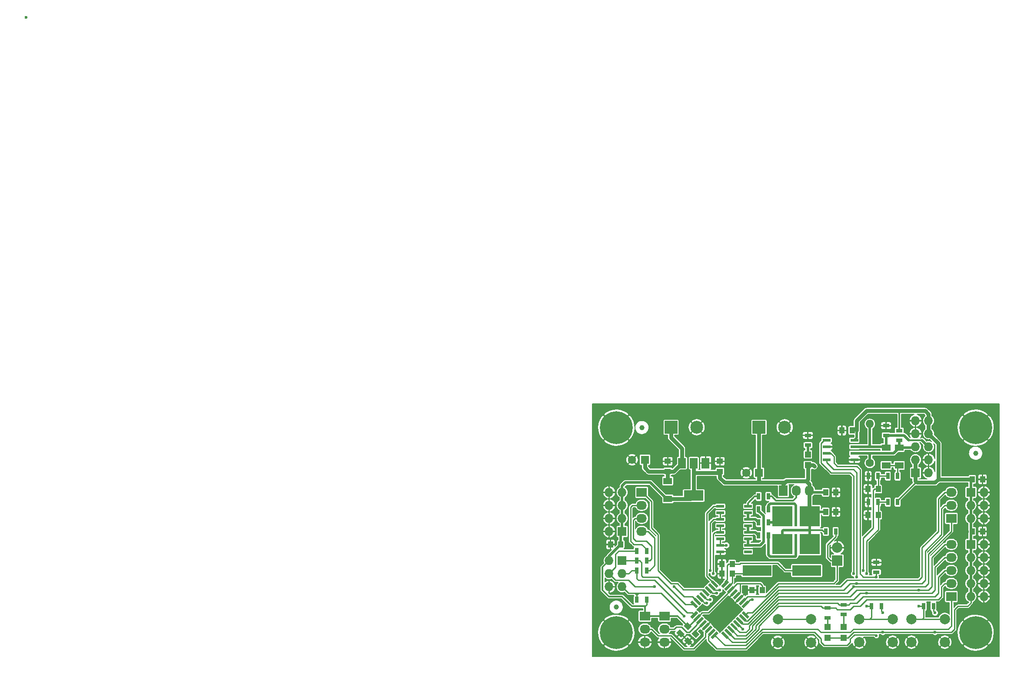
<source format=gtl>
G04 #@! TF.FileFunction,Copper,L1,Top,Signal*
%FSLAX46Y46*%
G04 Gerber Fmt 4.6, Leading zero omitted, Abs format (unit mm)*
G04 Created by KiCad (PCBNEW 4.0.7) date Monday, 16 October 2017 'AMt' 00:26:45*
%MOMM*%
%LPD*%
G01*
G04 APERTURE LIST*
%ADD10C,0.100000*%
%ADD11C,0.600000*%
%ADD12C,1.000000*%
%ADD13C,6.400000*%
%ADD14R,1.727200X1.727200*%
%ADD15O,1.727200X1.727200*%
%ADD16R,1.700000X1.300000*%
%ADD17R,4.000000X4.000000*%
%ADD18R,0.600000X4.000000*%
%ADD19R,0.800000X1.600000*%
%ADD20R,0.600000X1.600000*%
%ADD21R,1.727200X2.032000*%
%ADD22O,1.727200X2.032000*%
%ADD23R,2.032000X2.032000*%
%ADD24O,2.032000X2.032000*%
%ADD25R,2.032000X1.727200*%
%ADD26O,2.032000X1.727200*%
%ADD27R,2.500000X2.500000*%
%ADD28C,2.500000*%
%ADD29C,2.000000*%
%ADD30R,1.550000X0.600000*%
%ADD31R,1.500000X0.600000*%
%ADD32R,5.600700X2.100580*%
%ADD33R,1.000000X1.250000*%
%ADD34R,1.250000X1.000000*%
%ADD35R,1.198880X1.198880*%
%ADD36R,1.300000X0.700000*%
%ADD37R,0.700000X1.300000*%
%ADD38R,3.800000X2.000000*%
%ADD39R,1.500000X2.000000*%
%ADD40C,1.600000*%
%ADD41O,1.600000X1.600000*%
%ADD42R,1.600000X1.600000*%
%ADD43C,0.300000*%
%ADD44C,0.750000*%
%ADD45C,0.500000*%
%ADD46C,0.250000*%
%ADD47C,0.200000*%
G04 APERTURE END LIST*
D10*
D11*
X138430000Y-104140000D03*
X137795000Y-102235000D03*
X137795000Y-103505000D03*
X118040000Y-88180000D03*
X112325000Y-102150000D03*
X112325000Y-103420000D03*
X166300000Y-104690000D03*
X165030000Y-104690000D03*
X187890000Y-100880000D03*
X187890000Y-99610000D03*
X187890000Y-90720000D03*
X187890000Y-89450000D03*
X163760000Y-88180000D03*
X163760000Y-90720000D03*
X163760000Y-93260000D03*
X163760000Y-95800000D03*
X163760000Y-98340000D03*
X168205000Y-78020000D03*
X166935000Y-78020000D03*
X158045000Y-79290000D03*
X158045000Y-81830000D03*
X152965000Y-79925000D03*
X151695000Y-79925000D03*
X157410000Y-83100000D03*
X157410000Y-84370000D03*
X158045000Y-90720000D03*
X158045000Y-98340000D03*
X158045000Y-94530000D03*
X159315000Y-96435000D03*
X159315000Y-92625000D03*
X141440000Y-111675000D03*
X129016893Y-121653107D03*
X127492893Y-120129107D03*
X140265000Y-86910000D03*
X125660000Y-85005000D03*
X0Y0D03*
X135185000Y-85005000D03*
X133280000Y-85005000D03*
X131375000Y-85005000D03*
X138360000Y-88815000D03*
X116135000Y-86275000D03*
X118040000Y-84370000D03*
X137160000Y-104140000D03*
X135185000Y-112945000D03*
X135185000Y-105325000D03*
X135185000Y-109770000D03*
X133915000Y-114215000D03*
X136455000Y-114215000D03*
X136455000Y-116755000D03*
X133915000Y-116755000D03*
X135185000Y-118025000D03*
X137725000Y-115485000D03*
X132645000Y-115485000D03*
D12*
X115000000Y-115000000D03*
X185000000Y-85000000D03*
D13*
X115000000Y-80000000D03*
D11*
X117400000Y-80000000D03*
X116697056Y-81697056D03*
X115000000Y-82400000D03*
X113302944Y-81697056D03*
X112600000Y-80000000D03*
X113302944Y-78302944D03*
X115000000Y-77600000D03*
X116697056Y-78302944D03*
D13*
X115000000Y-120000000D03*
D11*
X117400000Y-120000000D03*
X116697056Y-121697056D03*
X115000000Y-122400000D03*
X113302944Y-121697056D03*
X112600000Y-120000000D03*
X113302944Y-118302944D03*
X115000000Y-117600000D03*
X116697056Y-118302944D03*
D13*
X185000000Y-120000000D03*
D11*
X187400000Y-120000000D03*
X186697056Y-121697056D03*
X185000000Y-122400000D03*
X183302944Y-121697056D03*
X182600000Y-120000000D03*
X183302944Y-118302944D03*
X185000000Y-117600000D03*
X186697056Y-118302944D03*
D14*
X116135000Y-105960000D03*
D15*
X113595000Y-105960000D03*
X116135000Y-108500000D03*
X113595000Y-108500000D03*
X116135000Y-111040000D03*
X113595000Y-111040000D03*
D16*
X170110000Y-87390000D03*
X170110000Y-83890000D03*
X167570000Y-87390000D03*
X167570000Y-83890000D03*
D17*
X152650000Y-102700000D03*
X147350000Y-102700000D03*
X152650000Y-97300000D03*
X147350000Y-97300000D03*
D18*
X150000000Y-97300000D03*
X150000000Y-102700000D03*
D19*
X148950000Y-101500000D03*
X151050000Y-98500000D03*
X151050000Y-101500000D03*
X148950000Y-98500000D03*
D20*
X150000000Y-98500000D03*
X150000000Y-101500000D03*
D16*
X125025000Y-90395000D03*
X125025000Y-93895000D03*
D14*
X173285000Y-88815000D03*
D15*
X175825000Y-88815000D03*
X173285000Y-86275000D03*
X175825000Y-86275000D03*
X173285000Y-83735000D03*
X175825000Y-83735000D03*
X173285000Y-81195000D03*
X175825000Y-81195000D03*
X173285000Y-78655000D03*
X175825000Y-78655000D03*
D21*
X147555000Y-92310000D03*
D22*
X150095000Y-92310000D03*
X152635000Y-92310000D03*
D23*
X158045000Y-105960000D03*
D24*
X158045000Y-103420000D03*
D14*
X184080000Y-92625000D03*
D15*
X186620000Y-92625000D03*
X184080000Y-95165000D03*
X186620000Y-95165000D03*
X184080000Y-97705000D03*
X186620000Y-97705000D03*
D14*
X116135000Y-100245000D03*
D15*
X113595000Y-100245000D03*
X116135000Y-97705000D03*
X113595000Y-97705000D03*
X116135000Y-95165000D03*
X113595000Y-95165000D03*
X116135000Y-92625000D03*
X113595000Y-92625000D03*
D25*
X180270000Y-97705000D03*
D26*
X180270000Y-95165000D03*
X180270000Y-92625000D03*
D25*
X124390000Y-116755000D03*
D26*
X124390000Y-119295000D03*
X124390000Y-121835000D03*
D25*
X120580000Y-116755000D03*
D26*
X120580000Y-119295000D03*
X120580000Y-121835000D03*
D27*
X125660000Y-79925000D03*
D28*
X130660000Y-79925000D03*
D27*
X142805000Y-79925000D03*
D28*
X147805000Y-79925000D03*
D29*
X146465000Y-121890000D03*
X146465000Y-117390000D03*
X152965000Y-121890000D03*
X152965000Y-117390000D03*
X162340000Y-121835000D03*
X162340000Y-117335000D03*
X168840000Y-121835000D03*
X168840000Y-117335000D03*
X172500000Y-121835000D03*
X172500000Y-117335000D03*
X179000000Y-121835000D03*
X179000000Y-117335000D03*
D30*
X155980000Y-82465000D03*
X155980000Y-83735000D03*
X155980000Y-85005000D03*
X155980000Y-86275000D03*
X161380000Y-86275000D03*
X161380000Y-85005000D03*
X161380000Y-83735000D03*
X161380000Y-82465000D03*
D31*
X135265000Y-95320000D03*
X135265000Y-96590000D03*
X135265000Y-97860000D03*
X135265000Y-99130000D03*
X135265000Y-100400000D03*
X135265000Y-101670000D03*
X135265000Y-102940000D03*
X135265000Y-104210000D03*
X140665000Y-104210000D03*
X140665000Y-102940000D03*
X140665000Y-101670000D03*
X140665000Y-100400000D03*
X140665000Y-99130000D03*
X140665000Y-97860000D03*
X140665000Y-96590000D03*
X140665000Y-95320000D03*
D32*
X142401140Y-107865000D03*
X152098860Y-107865000D03*
D10*
G36*
X140541334Y-113699555D02*
X140930243Y-114088464D01*
X139798872Y-115219835D01*
X139409963Y-114830926D01*
X140541334Y-113699555D01*
X140541334Y-113699555D01*
G37*
G36*
X139975648Y-113133870D02*
X140364557Y-113522779D01*
X139233186Y-114654150D01*
X138844277Y-114265241D01*
X139975648Y-113133870D01*
X139975648Y-113133870D01*
G37*
G36*
X139409963Y-112568184D02*
X139798872Y-112957093D01*
X138667501Y-114088464D01*
X138278592Y-113699555D01*
X139409963Y-112568184D01*
X139409963Y-112568184D01*
G37*
G36*
X138844278Y-112002499D02*
X139233187Y-112391408D01*
X138101816Y-113522779D01*
X137712907Y-113133870D01*
X138844278Y-112002499D01*
X138844278Y-112002499D01*
G37*
G36*
X138278592Y-111436813D02*
X138667501Y-111825722D01*
X137536130Y-112957093D01*
X137147221Y-112568184D01*
X138278592Y-111436813D01*
X138278592Y-111436813D01*
G37*
G36*
X137712907Y-110871128D02*
X138101816Y-111260037D01*
X136970445Y-112391408D01*
X136581536Y-112002499D01*
X137712907Y-110871128D01*
X137712907Y-110871128D01*
G37*
G36*
X137147221Y-110305443D02*
X137536130Y-110694352D01*
X136404759Y-111825723D01*
X136015850Y-111436814D01*
X137147221Y-110305443D01*
X137147221Y-110305443D01*
G37*
G36*
X136581536Y-109739757D02*
X136970445Y-110128666D01*
X135839074Y-111260037D01*
X135450165Y-110871128D01*
X136581536Y-109739757D01*
X136581536Y-109739757D01*
G37*
G36*
X133399555Y-110128666D02*
X133788464Y-109739757D01*
X134919835Y-110871128D01*
X134530926Y-111260037D01*
X133399555Y-110128666D01*
X133399555Y-110128666D01*
G37*
G36*
X132833870Y-110694352D02*
X133222779Y-110305443D01*
X134354150Y-111436814D01*
X133965241Y-111825723D01*
X132833870Y-110694352D01*
X132833870Y-110694352D01*
G37*
G36*
X132268184Y-111260037D02*
X132657093Y-110871128D01*
X133788464Y-112002499D01*
X133399555Y-112391408D01*
X132268184Y-111260037D01*
X132268184Y-111260037D01*
G37*
G36*
X131702499Y-111825722D02*
X132091408Y-111436813D01*
X133222779Y-112568184D01*
X132833870Y-112957093D01*
X131702499Y-111825722D01*
X131702499Y-111825722D01*
G37*
G36*
X131136813Y-112391408D02*
X131525722Y-112002499D01*
X132657093Y-113133870D01*
X132268184Y-113522779D01*
X131136813Y-112391408D01*
X131136813Y-112391408D01*
G37*
G36*
X130571128Y-112957093D02*
X130960037Y-112568184D01*
X132091408Y-113699555D01*
X131702499Y-114088464D01*
X130571128Y-112957093D01*
X130571128Y-112957093D01*
G37*
G36*
X130005443Y-113522779D02*
X130394352Y-113133870D01*
X131525723Y-114265241D01*
X131136814Y-114654150D01*
X130005443Y-113522779D01*
X130005443Y-113522779D01*
G37*
G36*
X129439757Y-114088464D02*
X129828666Y-113699555D01*
X130960037Y-114830926D01*
X130571128Y-115219835D01*
X129439757Y-114088464D01*
X129439757Y-114088464D01*
G37*
G36*
X130571128Y-115750165D02*
X130960037Y-116139074D01*
X129828666Y-117270445D01*
X129439757Y-116881536D01*
X130571128Y-115750165D01*
X130571128Y-115750165D01*
G37*
G36*
X131136814Y-116315850D02*
X131525723Y-116704759D01*
X130394352Y-117836130D01*
X130005443Y-117447221D01*
X131136814Y-116315850D01*
X131136814Y-116315850D01*
G37*
G36*
X131702499Y-116881536D02*
X132091408Y-117270445D01*
X130960037Y-118401816D01*
X130571128Y-118012907D01*
X131702499Y-116881536D01*
X131702499Y-116881536D01*
G37*
G36*
X132268184Y-117447221D02*
X132657093Y-117836130D01*
X131525722Y-118967501D01*
X131136813Y-118578592D01*
X132268184Y-117447221D01*
X132268184Y-117447221D01*
G37*
G36*
X132833870Y-118012907D02*
X133222779Y-118401816D01*
X132091408Y-119533187D01*
X131702499Y-119144278D01*
X132833870Y-118012907D01*
X132833870Y-118012907D01*
G37*
G36*
X133399555Y-118578592D02*
X133788464Y-118967501D01*
X132657093Y-120098872D01*
X132268184Y-119709963D01*
X133399555Y-118578592D01*
X133399555Y-118578592D01*
G37*
G36*
X133965241Y-119144277D02*
X134354150Y-119533186D01*
X133222779Y-120664557D01*
X132833870Y-120275648D01*
X133965241Y-119144277D01*
X133965241Y-119144277D01*
G37*
G36*
X134530926Y-119709963D02*
X134919835Y-120098872D01*
X133788464Y-121230243D01*
X133399555Y-120841334D01*
X134530926Y-119709963D01*
X134530926Y-119709963D01*
G37*
G36*
X135450165Y-120098872D02*
X135839074Y-119709963D01*
X136970445Y-120841334D01*
X136581536Y-121230243D01*
X135450165Y-120098872D01*
X135450165Y-120098872D01*
G37*
G36*
X136015850Y-119533186D02*
X136404759Y-119144277D01*
X137536130Y-120275648D01*
X137147221Y-120664557D01*
X136015850Y-119533186D01*
X136015850Y-119533186D01*
G37*
G36*
X136581536Y-118967501D02*
X136970445Y-118578592D01*
X138101816Y-119709963D01*
X137712907Y-120098872D01*
X136581536Y-118967501D01*
X136581536Y-118967501D01*
G37*
G36*
X137147221Y-118401816D02*
X137536130Y-118012907D01*
X138667501Y-119144278D01*
X138278592Y-119533187D01*
X137147221Y-118401816D01*
X137147221Y-118401816D01*
G37*
G36*
X137712907Y-117836130D02*
X138101816Y-117447221D01*
X139233187Y-118578592D01*
X138844278Y-118967501D01*
X137712907Y-117836130D01*
X137712907Y-117836130D01*
G37*
G36*
X138278592Y-117270445D02*
X138667501Y-116881536D01*
X139798872Y-118012907D01*
X139409963Y-118401816D01*
X138278592Y-117270445D01*
X138278592Y-117270445D01*
G37*
G36*
X138844277Y-116704759D02*
X139233186Y-116315850D01*
X140364557Y-117447221D01*
X139975648Y-117836130D01*
X138844277Y-116704759D01*
X138844277Y-116704759D01*
G37*
G36*
X139409963Y-116139074D02*
X139798872Y-115750165D01*
X140930243Y-116881536D01*
X140541334Y-117270445D01*
X139409963Y-116139074D01*
X139409963Y-116139074D01*
G37*
D25*
X119945000Y-92625000D03*
D26*
X119945000Y-95165000D03*
X119945000Y-97705000D03*
X119945000Y-100245000D03*
D14*
X184080000Y-102785000D03*
D15*
X186620000Y-102785000D03*
X184080000Y-105325000D03*
X186620000Y-105325000D03*
X184080000Y-107865000D03*
X186620000Y-107865000D03*
X184080000Y-110405000D03*
X186620000Y-110405000D03*
X184080000Y-112945000D03*
X186620000Y-112945000D03*
D25*
X180270000Y-112945000D03*
D26*
X180270000Y-110405000D03*
X180270000Y-107865000D03*
X180270000Y-105325000D03*
X180270000Y-102785000D03*
D33*
X160950000Y-80560000D03*
X158950000Y-80560000D03*
X166030000Y-91990000D03*
X164030000Y-91990000D03*
X166030000Y-97070000D03*
X164030000Y-97070000D03*
X155775000Y-96435000D03*
X157775000Y-96435000D03*
X155775000Y-92625000D03*
X157775000Y-92625000D03*
D10*
G36*
X129105281Y-122448602D02*
X128221398Y-121564719D01*
X128928505Y-120857612D01*
X129812388Y-121741495D01*
X129105281Y-122448602D01*
X129105281Y-122448602D01*
G37*
G36*
X130519495Y-121034388D02*
X129635612Y-120150505D01*
X130342719Y-119443398D01*
X131226602Y-120327281D01*
X130519495Y-121034388D01*
X130519495Y-121034388D01*
G37*
D33*
X184350000Y-100245000D03*
X186350000Y-100245000D03*
X143440000Y-111675000D03*
X141440000Y-111675000D03*
D10*
G36*
X128818719Y-117919398D02*
X129702602Y-118803281D01*
X128995495Y-119510388D01*
X128111612Y-118626505D01*
X128818719Y-117919398D01*
X128818719Y-117919398D01*
G37*
G36*
X127404505Y-119333612D02*
X128288388Y-120217495D01*
X127581281Y-120924602D01*
X126697398Y-120040719D01*
X127404505Y-119333612D01*
X127404505Y-119333612D01*
G37*
D33*
X184350000Y-90085000D03*
X186350000Y-90085000D03*
X115865000Y-102785000D03*
X113865000Y-102785000D03*
X137582000Y-108500000D03*
X135582000Y-108500000D03*
X137582000Y-106595000D03*
X135582000Y-106595000D03*
D34*
X125025000Y-88545000D03*
X125025000Y-86545000D03*
X135185000Y-88545000D03*
X135185000Y-86545000D03*
D35*
X156140000Y-120979020D03*
X156140000Y-118880980D03*
X159315000Y-120979020D03*
X159315000Y-118880980D03*
D36*
X165665000Y-106280000D03*
X165665000Y-108180000D03*
D37*
X167890000Y-89450000D03*
X169790000Y-89450000D03*
X165980000Y-89450000D03*
X164080000Y-89450000D03*
X169790000Y-94530000D03*
X167890000Y-94530000D03*
X165980000Y-94530000D03*
X164080000Y-94530000D03*
X120895000Y-113580000D03*
X118995000Y-113580000D03*
X166615000Y-114850000D03*
X164715000Y-114850000D03*
X176775000Y-114850000D03*
X174875000Y-114850000D03*
X144630000Y-93415000D03*
X142730000Y-93415000D03*
X144630000Y-98495000D03*
X142730000Y-98495000D03*
X144630000Y-101035000D03*
X142730000Y-101035000D03*
X144630000Y-95955000D03*
X142730000Y-95955000D03*
D36*
X156140000Y-117070000D03*
X156140000Y-115170000D03*
X159315000Y-116435000D03*
X159315000Y-114535000D03*
D37*
X155825000Y-100245000D03*
X157725000Y-100245000D03*
X120895000Y-104055000D03*
X118995000Y-104055000D03*
X120895000Y-107865000D03*
X118995000Y-107865000D03*
X120895000Y-105960000D03*
X118995000Y-105960000D03*
D38*
X130105000Y-93235000D03*
D39*
X130105000Y-86935000D03*
X127805000Y-86935000D03*
X132405000Y-86935000D03*
D40*
X164395000Y-86910000D03*
D41*
X164395000Y-79290000D03*
D36*
X170110000Y-80565000D03*
X170110000Y-82465000D03*
X167570000Y-81510000D03*
X167570000Y-79610000D03*
D35*
X152330000Y-87324020D03*
X152330000Y-85225980D03*
D36*
X152330000Y-83415000D03*
X152330000Y-81515000D03*
D13*
X185000000Y-80000000D03*
D11*
X187400000Y-80000000D03*
X186697056Y-81697056D03*
X185000000Y-82400000D03*
X183302944Y-81697056D03*
X182600000Y-80000000D03*
X183302944Y-78302944D03*
X185000000Y-77600000D03*
X186697056Y-78302944D03*
D12*
X120000000Y-80000000D03*
D11*
X135185000Y-115485000D03*
D42*
X120580000Y-86275000D03*
D40*
X118080000Y-86275000D03*
D42*
X142805000Y-88815000D03*
D40*
X140305000Y-88815000D03*
D11*
X161855000Y-80560000D03*
X153600000Y-87545000D03*
X166935000Y-119930000D03*
X166935000Y-116120000D03*
X177095000Y-119930000D03*
X177095000Y-116120000D03*
X163125000Y-107865000D03*
X135185000Y-111675000D03*
X163760000Y-108500000D03*
X134550000Y-112310000D03*
X122485000Y-111040000D03*
X126295000Y-111040000D03*
X128200000Y-116755000D03*
X139630000Y-119295000D03*
X161220000Y-108500000D03*
X161220000Y-111040000D03*
X161855000Y-109135000D03*
X161855000Y-110405000D03*
X163760000Y-112310000D03*
X163760000Y-114850000D03*
X173920000Y-111675000D03*
X173920000Y-114850000D03*
X165665000Y-109135000D03*
X165665000Y-120565000D03*
X133280000Y-107865000D03*
X132645000Y-114215000D03*
X133915000Y-108500000D03*
X133280000Y-113580000D03*
X136455000Y-102946200D03*
X141535000Y-113580000D03*
D43*
X155825000Y-100245000D02*
X155363000Y-100245000D01*
X155363000Y-100245000D02*
X155118000Y-100000000D01*
X155118000Y-100000000D02*
X152450000Y-100000000D01*
X120580000Y-116755000D02*
X120580000Y-114850000D01*
X120580000Y-114850000D02*
X118040000Y-114850000D01*
D44*
X142805000Y-88815000D02*
X142805000Y-79925000D01*
X142805000Y-90720000D02*
X142805000Y-88815000D01*
X163760000Y-76750000D02*
X170110000Y-76750000D01*
X170110000Y-76750000D02*
X172015000Y-76750000D01*
D43*
X170110000Y-80565000D02*
X170110000Y-76750000D01*
D45*
X116135000Y-92625000D02*
X116135000Y-91355000D01*
X116135000Y-91355000D02*
X116770000Y-90720000D01*
X121650000Y-90720000D02*
X124825000Y-93895000D01*
X116770000Y-90720000D02*
X121650000Y-90720000D01*
X124825000Y-93895000D02*
X125025000Y-93895000D01*
X116135000Y-95165000D02*
X116135000Y-92625000D01*
X116135000Y-97705000D02*
X116135000Y-95165000D01*
X116135000Y-100245000D02*
X116135000Y-97705000D01*
X115865000Y-102785000D02*
X115865000Y-100515000D01*
X115865000Y-100515000D02*
X116135000Y-100245000D01*
X113595000Y-105960000D02*
X113595000Y-105055000D01*
X113595000Y-105055000D02*
X115865000Y-102785000D01*
D43*
X112325000Y-111675000D02*
X112325000Y-107230000D01*
X112325000Y-107230000D02*
X113595000Y-105960000D01*
X113595000Y-112945000D02*
X112325000Y-111675000D01*
X118040000Y-114850000D02*
X116135000Y-112945000D01*
X116135000Y-112945000D02*
X113595000Y-112945000D01*
X124390000Y-116755000D02*
X120580000Y-116755000D01*
X128907107Y-118714893D02*
X126947214Y-116755000D01*
X126947214Y-116755000D02*
X124390000Y-116755000D01*
D46*
X152450000Y-100000000D02*
X152695000Y-100245000D01*
D45*
X152650000Y-100200000D02*
X152450000Y-100000000D01*
X147550000Y-100000000D02*
X152450000Y-100000000D01*
X152450000Y-100000000D02*
X152650000Y-99800000D01*
X155775000Y-92625000D02*
X152950000Y-92625000D01*
X152950000Y-92625000D02*
X152635000Y-92310000D01*
X155775000Y-96435000D02*
X153515000Y-96435000D01*
X153515000Y-96435000D02*
X152650000Y-97300000D01*
D46*
X131721573Y-116120000D02*
X132935002Y-116120000D01*
X132935002Y-116120000D02*
X136705281Y-112349721D01*
X136705281Y-112349721D02*
X136705281Y-112267663D01*
X136705281Y-112267663D02*
X137341676Y-111631268D01*
X130765583Y-117075990D02*
X131721573Y-116120000D01*
X169790000Y-94530000D02*
X169790000Y-94230000D01*
X169790000Y-94230000D02*
X173285000Y-90735000D01*
X173285000Y-90735000D02*
X173285000Y-90428600D01*
D44*
X173285000Y-90428600D02*
X173576400Y-90720000D01*
X177730000Y-90085000D02*
X177095000Y-90720000D01*
X173576400Y-90720000D02*
X177095000Y-90720000D01*
X178365000Y-90085000D02*
X177730000Y-90085000D01*
X177730000Y-83100000D02*
X175825000Y-81195000D01*
X177730000Y-83100000D02*
X177730000Y-90085000D01*
X178365000Y-90085000D02*
X184350000Y-90085000D01*
X173285000Y-88815000D02*
X173285000Y-90428600D01*
X173285000Y-88815000D02*
X173285000Y-86275000D01*
X175825000Y-81195000D02*
X175825000Y-78655000D01*
X175825000Y-77385000D02*
X175825000Y-78655000D01*
X175190000Y-76750000D02*
X175825000Y-77385000D01*
X172015000Y-76750000D02*
X175190000Y-76750000D01*
X162490000Y-78020000D02*
X163760000Y-76750000D01*
X161855000Y-80560000D02*
X161855000Y-78655000D01*
X161855000Y-78655000D02*
X162490000Y-78020000D01*
X152330000Y-87324020D02*
X153379020Y-87324020D01*
X153379020Y-87324020D02*
X153600000Y-87545000D01*
X152046000Y-90405000D02*
X152330000Y-90121000D01*
X152330000Y-90121000D02*
X152330000Y-87324020D01*
D45*
X161855000Y-80560000D02*
X161855000Y-81990000D01*
X161855000Y-81990000D02*
X161380000Y-82465000D01*
X161855000Y-80560000D02*
X160950000Y-80560000D01*
D44*
X147555000Y-92310000D02*
X147555000Y-90994000D01*
X147555000Y-90994000D02*
X147829000Y-90720000D01*
X136110000Y-90720000D02*
X142805000Y-90720000D01*
X142805000Y-90720000D02*
X147829000Y-90720000D01*
X152635000Y-92310000D02*
X152635000Y-97285000D01*
X152635000Y-97285000D02*
X152650000Y-97300000D01*
X152635000Y-90994000D02*
X152635000Y-92310000D01*
X152635000Y-90994000D02*
X152046000Y-90405000D01*
X148144000Y-90405000D02*
X152046000Y-90405000D01*
X135185000Y-88545000D02*
X135185000Y-89795000D01*
X135185000Y-89795000D02*
X136110000Y-90720000D01*
X147829000Y-90720000D02*
X148144000Y-90405000D01*
X130105000Y-88815000D02*
X134915000Y-88815000D01*
X134915000Y-88815000D02*
X135185000Y-88545000D01*
X130105000Y-88815000D02*
X130105000Y-93235000D01*
X130105000Y-86935000D02*
X130105000Y-88815000D01*
X125025000Y-93895000D02*
X129445000Y-93895000D01*
X129445000Y-93895000D02*
X130105000Y-93235000D01*
D46*
X120895000Y-114535000D02*
X120580000Y-114850000D01*
X120895000Y-113580000D02*
X120895000Y-114535000D01*
X143045000Y-110405000D02*
X138995000Y-110405000D01*
X138995000Y-110405000D02*
X138567944Y-110405000D01*
X138473047Y-112762639D02*
X139109442Y-112126244D01*
X139109442Y-112126244D02*
X139109442Y-110519442D01*
X139109442Y-110519442D02*
X138995000Y-110405000D01*
X138567944Y-110405000D02*
X137341676Y-111631268D01*
X143440000Y-111675000D02*
X143440000Y-110800000D01*
X143440000Y-110800000D02*
X143045000Y-110405000D01*
X161221410Y-119930000D02*
X166935000Y-119930000D01*
X166935000Y-119930000D02*
X177095000Y-119930000D01*
X166615000Y-114850000D02*
X166615000Y-115800000D01*
X166615000Y-115800000D02*
X166935000Y-116120000D01*
X177095000Y-119930000D02*
X180270000Y-119930000D01*
X176775000Y-114850000D02*
X176775000Y-115800000D01*
X176775000Y-115800000D02*
X177095000Y-116120000D01*
D45*
X184080000Y-92625000D02*
X184080000Y-90355000D01*
X184080000Y-90355000D02*
X184350000Y-90085000D01*
X184080000Y-92625000D02*
X184080000Y-95165000D01*
X184080000Y-97705000D02*
X184080000Y-95165000D01*
X184080000Y-97705000D02*
X184080000Y-99975000D01*
X184080000Y-99975000D02*
X184350000Y-100245000D01*
X184080000Y-102785000D02*
X184080000Y-100515000D01*
X184080000Y-100515000D02*
X184350000Y-100245000D01*
X184080000Y-105325000D02*
X184080000Y-102785000D01*
X184080000Y-107865000D02*
X184080000Y-105325000D01*
X184080000Y-110405000D02*
X184080000Y-107865000D01*
X184080000Y-112945000D02*
X184080000Y-110405000D01*
D46*
X159315000Y-120979020D02*
X160172390Y-120979020D01*
X160172390Y-120979020D02*
X161221410Y-119930000D01*
X180270000Y-119930000D02*
X180905000Y-119295000D01*
X180905000Y-119295000D02*
X180905000Y-115485000D01*
X180905000Y-115485000D02*
X181540000Y-114850000D01*
X181540000Y-114850000D02*
X183445000Y-114850000D01*
X183445000Y-114850000D02*
X184080000Y-114215000D01*
X184080000Y-114215000D02*
X184080000Y-112945000D01*
X156140000Y-120979020D02*
X159315000Y-120979020D01*
X130765583Y-117075990D02*
X129126680Y-118714893D01*
X129126680Y-118714893D02*
X128907107Y-118714893D01*
D43*
X147555000Y-90994000D02*
X148144000Y-90405000D01*
X152540000Y-97190000D02*
X152650000Y-97300000D01*
X152540000Y-91847600D02*
X152540000Y-92000000D01*
X147460000Y-92000000D02*
X147460000Y-91847600D01*
D45*
X152650000Y-97300000D02*
X152650000Y-99800000D01*
X152650000Y-102700000D02*
X152650000Y-100200000D01*
X147350000Y-102700000D02*
X147350000Y-100200000D01*
X147350000Y-100200000D02*
X147550000Y-100000000D01*
D46*
X163125000Y-107865000D02*
X163125000Y-101515000D01*
X163125000Y-101515000D02*
X165030000Y-99610000D01*
X165980000Y-89450000D02*
X167890000Y-89450000D01*
X166030000Y-91990000D02*
X166030000Y-89500000D01*
X166030000Y-89500000D02*
X165980000Y-89450000D01*
X165030000Y-99610000D02*
X165030000Y-92240000D01*
X165280000Y-91990000D02*
X166030000Y-91990000D01*
X165030000Y-92240000D02*
X165280000Y-91990000D01*
X133594010Y-111065583D02*
X134203427Y-111675000D01*
X134203427Y-111675000D02*
X135185000Y-111675000D01*
X163760000Y-108500000D02*
X163760000Y-102150000D01*
X163760000Y-102150000D02*
X166030000Y-99880000D01*
X166030000Y-99880000D02*
X166030000Y-97070000D01*
X133028324Y-111631268D02*
X133707056Y-112310000D01*
X133707056Y-112310000D02*
X134550000Y-112310000D01*
X167890000Y-94530000D02*
X165980000Y-94530000D01*
X166030000Y-97070000D02*
X166030000Y-94580000D01*
X166030000Y-94580000D02*
X165980000Y-94530000D01*
X131896953Y-118207361D02*
X130431107Y-119673207D01*
X130431107Y-119673207D02*
X130431107Y-120238893D01*
X137582000Y-108500000D02*
X137582000Y-110259573D01*
X137582000Y-110259573D02*
X136775990Y-111065583D01*
X137582000Y-108500000D02*
X141766140Y-108500000D01*
X141766140Y-108500000D02*
X142401140Y-107865000D01*
X137582000Y-106595000D02*
X139023000Y-106595000D01*
X139023000Y-106595000D02*
X139192000Y-106426000D01*
X139192000Y-106426000D02*
X146446000Y-106426000D01*
X146446000Y-106426000D02*
X147885000Y-107865000D01*
X147885000Y-107865000D02*
X152098860Y-107865000D01*
X137582000Y-106595000D02*
X136832000Y-106595000D01*
X136832000Y-106595000D02*
X136582000Y-106845000D01*
X136582000Y-106845000D02*
X136582000Y-109639293D01*
X136582000Y-109639293D02*
X136210305Y-110010988D01*
X136210305Y-110010988D02*
X136210305Y-110499897D01*
D44*
X125025000Y-88545000D02*
X121300000Y-88545000D01*
X121300000Y-88545000D02*
X120580000Y-87825000D01*
X120580000Y-87825000D02*
X120580000Y-86275000D01*
X125025000Y-88545000D02*
X126195000Y-88545000D01*
X126195000Y-88545000D02*
X127805000Y-86935000D01*
X125025000Y-90395000D02*
X125025000Y-88545000D01*
X125660000Y-79925000D02*
X125660000Y-81925000D01*
X125660000Y-81925000D02*
X127805000Y-84070000D01*
X127805000Y-84070000D02*
X127805000Y-86935000D01*
D46*
X130199897Y-114459695D02*
X128444695Y-114459695D01*
X120199000Y-109135000D02*
X119945000Y-108881000D01*
X128444695Y-114459695D02*
X123120000Y-109135000D01*
X123120000Y-109135000D02*
X120199000Y-109135000D01*
X119945000Y-108881000D02*
X119945000Y-106310000D01*
X119945000Y-106310000D02*
X119595000Y-105960000D01*
X119595000Y-105960000D02*
X118995000Y-105960000D01*
X116135000Y-105960000D02*
X118995000Y-105960000D01*
X130199897Y-116510305D02*
X129809592Y-116120000D01*
X129809592Y-116120000D02*
X128835000Y-116120000D01*
X128835000Y-116120000D02*
X122485000Y-109770000D01*
X122485000Y-109770000D02*
X119310000Y-109770000D01*
X119310000Y-109770000D02*
X118995000Y-109455000D01*
X118995000Y-109455000D02*
X118995000Y-107865000D01*
X117405000Y-108500000D02*
X118040000Y-107865000D01*
X118040000Y-107865000D02*
X118995000Y-107865000D01*
X116135000Y-108500000D02*
X117405000Y-108500000D01*
X119310000Y-111040000D02*
X119945000Y-111040000D01*
X119310000Y-111040000D02*
X122485000Y-111040000D01*
X118995000Y-111040000D02*
X119310000Y-111040000D01*
X113595000Y-108500000D02*
X114865000Y-109770000D01*
X114865000Y-109770000D02*
X117405000Y-109770000D01*
X117405000Y-109770000D02*
X118675000Y-111040000D01*
X118675000Y-111040000D02*
X118995000Y-111040000D01*
X118995000Y-104055000D02*
X115500000Y-104055000D01*
X115500000Y-104055000D02*
X114865000Y-104690000D01*
X114865000Y-104690000D02*
X114865000Y-107230000D01*
X114865000Y-107230000D02*
X113595000Y-108500000D01*
X128200000Y-112945000D02*
X126295000Y-111040000D01*
X129816573Y-112945000D02*
X128200000Y-112945000D01*
X130765583Y-113894010D02*
X129816573Y-112945000D01*
X118990000Y-112625000D02*
X118675000Y-112310000D01*
X118995000Y-112625000D02*
X119310000Y-112310000D01*
X117405000Y-112310000D02*
X118675000Y-112310000D01*
X118675000Y-112310000D02*
X119310000Y-112310000D01*
X118995000Y-112625000D02*
X118990000Y-112625000D01*
X116135000Y-111040000D02*
X117405000Y-112310000D01*
X118995000Y-112625000D02*
X118995000Y-113580000D01*
X123755000Y-112310000D02*
X119310000Y-112310000D01*
X128200000Y-116755000D02*
X123755000Y-112310000D01*
X146465000Y-117390000D02*
X152965000Y-117390000D01*
X138473047Y-118207361D02*
X138542361Y-118207361D01*
X138542361Y-118207361D02*
X139630000Y-119295000D01*
X169790000Y-89450000D02*
X169790000Y-87710000D01*
X169790000Y-87710000D02*
X170110000Y-87390000D01*
X170110000Y-87390000D02*
X169010000Y-87390000D01*
X169010000Y-87390000D02*
X167570000Y-87390000D01*
D45*
X170110000Y-82465000D02*
X170110000Y-83890000D01*
X165190000Y-85005000D02*
X164395000Y-85005000D01*
X164395000Y-85005000D02*
X161380000Y-85005000D01*
X164395000Y-86910000D02*
X164395000Y-85005000D01*
X170110000Y-83890000D02*
X173130000Y-83890000D01*
X173130000Y-83890000D02*
X173285000Y-83735000D01*
X165190000Y-85005000D02*
X168995000Y-85005000D01*
X168995000Y-85005000D02*
X170110000Y-83890000D01*
X172015000Y-82465000D02*
X171060000Y-81510000D01*
X171060000Y-81510000D02*
X167570000Y-81510000D01*
X167570000Y-81510000D02*
X167570000Y-82740000D01*
D43*
X172015000Y-82465000D02*
X174555000Y-82465000D01*
D45*
X174555000Y-82465000D02*
X175825000Y-83735000D01*
X164395000Y-83735000D02*
X161380000Y-83735000D01*
X165190000Y-83735000D02*
X164395000Y-83735000D01*
X164395000Y-83735000D02*
X164395000Y-79290000D01*
X167570000Y-83890000D02*
X167570000Y-82740000D01*
X165190000Y-83735000D02*
X167415000Y-83735000D01*
X167415000Y-83735000D02*
X167570000Y-83890000D01*
X144630000Y-98495000D02*
X146155000Y-98495000D01*
X146155000Y-98495000D02*
X147350000Y-97300000D01*
X149710001Y-94849999D02*
X144989999Y-94849999D01*
X144989999Y-94849999D02*
X144630000Y-95209998D01*
X144630000Y-95209998D02*
X144630000Y-95955000D01*
X149710001Y-94849999D02*
X150000000Y-95139998D01*
X150000000Y-95139998D02*
X150000000Y-97300000D01*
X144630000Y-101035000D02*
X144630000Y-104790002D01*
X144630000Y-104790002D02*
X144989999Y-105150001D01*
X144989999Y-105150001D02*
X149859999Y-105150001D01*
X149859999Y-105150001D02*
X150000000Y-105010000D01*
X150000000Y-105010000D02*
X150000000Y-102700000D01*
D46*
X156140000Y-115170000D02*
X157730000Y-115170000D01*
X157730000Y-115170000D02*
X158045000Y-115485000D01*
X161220000Y-114850000D02*
X162490000Y-114850000D01*
X158045000Y-115485000D02*
X160585000Y-115485000D01*
X160585000Y-115485000D02*
X161220000Y-114850000D01*
X178365000Y-112945000D02*
X178365000Y-111040000D01*
X179000000Y-110405000D02*
X180270000Y-110405000D01*
X162490000Y-114850000D02*
X163760000Y-113580000D01*
X163760000Y-113580000D02*
X177730000Y-113580000D01*
X177730000Y-113580000D02*
X178365000Y-112945000D01*
X178365000Y-111040000D02*
X179000000Y-110405000D01*
X136210305Y-120470103D02*
X137575202Y-121835000D01*
X137575202Y-121835000D02*
X140269230Y-121835000D01*
X140269230Y-121835000D02*
X142805000Y-119299230D01*
X142805000Y-119299230D02*
X142805000Y-118667050D01*
X142805000Y-118667050D02*
X146622050Y-114850000D01*
X146622050Y-114850000D02*
X154870000Y-114850000D01*
X154870000Y-114850000D02*
X155190000Y-115170000D01*
X155190000Y-115170000D02*
X156140000Y-115170000D01*
X161855000Y-114215000D02*
X163125000Y-112945000D01*
X160265000Y-114535000D02*
X160585000Y-114215000D01*
X160585000Y-114215000D02*
X161855000Y-114215000D01*
X159315000Y-114535000D02*
X160265000Y-114535000D01*
X163125000Y-112945000D02*
X177095000Y-112945000D01*
X177095000Y-112945000D02*
X177730000Y-112310000D01*
X177730000Y-112310000D02*
X177730000Y-109135000D01*
X179000000Y-107865000D02*
X180270000Y-107865000D01*
X177730000Y-109135000D02*
X179000000Y-107865000D01*
X136775990Y-119904417D02*
X138071573Y-121200000D01*
X138071573Y-121200000D02*
X140267820Y-121200000D01*
X140267820Y-121200000D02*
X142172820Y-119295000D01*
X142172820Y-119295000D02*
X142172820Y-118662820D01*
X142172820Y-118662820D02*
X146620640Y-114215000D01*
X146620640Y-114215000D02*
X158095000Y-114215000D01*
X158095000Y-114215000D02*
X158415000Y-114535000D01*
X158415000Y-114535000D02*
X159315000Y-114535000D01*
D43*
X145280000Y-93415000D02*
X146080000Y-94215000D01*
X146855000Y-94215000D02*
X149506000Y-94215000D01*
X144630000Y-93415000D02*
X145280000Y-93415000D01*
X146080000Y-94215000D02*
X146855000Y-94215000D01*
X149506000Y-94215000D02*
X150095000Y-93626000D01*
X150095000Y-93626000D02*
X150095000Y-92310000D01*
D46*
X156140000Y-102870000D02*
X156140000Y-105325000D01*
X156140000Y-102870000D02*
X157725000Y-101285000D01*
X157725000Y-101285000D02*
X157725000Y-100245000D01*
X156140000Y-105325000D02*
X156775000Y-105960000D01*
X156775000Y-105960000D02*
X158045000Y-105960000D01*
X139604417Y-113894010D02*
X140553427Y-112945000D01*
X158045000Y-107865000D02*
X158045000Y-105960000D01*
X140553427Y-112945000D02*
X144072180Y-112945000D01*
X144072180Y-112945000D02*
X146612180Y-110405000D01*
X146612180Y-110405000D02*
X157410000Y-110405000D01*
X157410000Y-110405000D02*
X158045000Y-109770000D01*
X158045000Y-109770000D02*
X158045000Y-107865000D01*
X161220000Y-108500000D02*
X161220000Y-89450000D01*
X155505000Y-82465000D02*
X155980000Y-82465000D01*
X161220000Y-89450000D02*
X160585000Y-88815000D01*
X160585000Y-88815000D02*
X156845000Y-88815000D01*
X154879999Y-83090001D02*
X155505000Y-82465000D01*
X156845000Y-88815000D02*
X154879999Y-86849999D01*
X154879999Y-86849999D02*
X154879999Y-83090001D01*
X139038732Y-117641676D02*
X139675127Y-118278071D01*
X175825000Y-110405000D02*
X175825000Y-104690000D01*
X139675127Y-118278071D02*
X140648339Y-118278071D01*
X175190000Y-111040000D02*
X175825000Y-110405000D01*
X140648339Y-118278071D02*
X146616410Y-112310000D01*
X180270000Y-100245000D02*
X180270000Y-97705000D01*
X146616410Y-112310000D02*
X159950000Y-112310000D01*
X159950000Y-112310000D02*
X161220000Y-111040000D01*
X161220000Y-111040000D02*
X175190000Y-111040000D01*
X175825000Y-104690000D02*
X180270000Y-100245000D01*
X161220000Y-88180000D02*
X157335000Y-88180000D01*
X157335000Y-88180000D02*
X155980000Y-86825000D01*
X155980000Y-86825000D02*
X155980000Y-86275000D01*
X161855000Y-88815000D02*
X161220000Y-88180000D01*
X161855000Y-109135000D02*
X161855000Y-88815000D01*
X161855000Y-110405000D02*
X174555000Y-110405000D01*
X160585000Y-110405000D02*
X161855000Y-110405000D01*
X139604417Y-117075990D02*
X140240812Y-117712385D01*
X140240812Y-117712385D02*
X140577615Y-117712385D01*
X179000000Y-95165000D02*
X180270000Y-95165000D01*
X140577615Y-117712385D02*
X146615000Y-111675000D01*
X146615000Y-111675000D02*
X159315000Y-111675000D01*
X159315000Y-111675000D02*
X160585000Y-110405000D01*
X174555000Y-110405000D02*
X175190000Y-109770000D01*
X175190000Y-109770000D02*
X175190000Y-104055000D01*
X175190000Y-104055000D02*
X178365000Y-100880000D01*
X178365000Y-100880000D02*
X178365000Y-95800000D01*
X178365000Y-95800000D02*
X179000000Y-95165000D01*
X140170103Y-116510305D02*
X140560408Y-116120000D01*
X140560408Y-116120000D02*
X141533590Y-116120000D01*
X141533590Y-116120000D02*
X146613590Y-111040000D01*
X146613590Y-111040000D02*
X158680000Y-111040000D01*
X158680000Y-111040000D02*
X159950000Y-109770000D01*
X159950000Y-109770000D02*
X173920000Y-109770000D01*
X174555000Y-103420000D02*
X177730000Y-100245000D01*
X177730000Y-100245000D02*
X177730000Y-93895000D01*
X173920000Y-109770000D02*
X174555000Y-109135000D01*
X174555000Y-109135000D02*
X174555000Y-103420000D01*
X177730000Y-93895000D02*
X179000000Y-92625000D01*
X179000000Y-92625000D02*
X180270000Y-92625000D01*
X121850000Y-99610000D02*
X121850000Y-94377600D01*
X121850000Y-94377600D02*
X120097400Y-92625000D01*
X120097400Y-92625000D02*
X119945000Y-92625000D01*
X123120000Y-100880000D02*
X121850000Y-99610000D01*
X123120000Y-107865000D02*
X123120000Y-100880000D01*
X125660000Y-110405000D02*
X123120000Y-107865000D01*
X126930000Y-110405000D02*
X125660000Y-110405000D01*
X128085558Y-111560558D02*
X126930000Y-110405000D01*
X132462639Y-112196953D02*
X131826244Y-111560558D01*
X131826244Y-111560558D02*
X128085558Y-111560558D01*
X120895000Y-104055000D02*
X120895000Y-103755000D01*
X120895000Y-103755000D02*
X119925000Y-102785000D01*
X119925000Y-102785000D02*
X118421000Y-102785000D01*
X118421000Y-102785000D02*
X117786000Y-102150000D01*
X117786000Y-102150000D02*
X117786000Y-95546000D01*
X117786000Y-95546000D02*
X118167000Y-95165000D01*
X118167000Y-95165000D02*
X119945000Y-95165000D01*
X120895000Y-105960000D02*
X121495000Y-105960000D01*
X121850000Y-105605000D02*
X121850000Y-103166000D01*
X120834000Y-102150000D02*
X118802000Y-102150000D01*
X118802000Y-102150000D02*
X118294000Y-101642000D01*
X121495000Y-105960000D02*
X121850000Y-105605000D01*
X121850000Y-103166000D02*
X120834000Y-102150000D01*
X118294000Y-101642000D02*
X118294000Y-98090000D01*
X118294000Y-98090000D02*
X118679000Y-97705000D01*
X118679000Y-97705000D02*
X119945000Y-97705000D01*
X122485000Y-101515000D02*
X121215000Y-100245000D01*
X121215000Y-100245000D02*
X119945000Y-100245000D01*
X122485000Y-106875000D02*
X122485000Y-101515000D01*
X120895000Y-107865000D02*
X121495000Y-107865000D01*
X121495000Y-107865000D02*
X122485000Y-106875000D01*
X137341676Y-119338732D02*
X138567944Y-120565000D01*
X138567944Y-120565000D02*
X140266410Y-120565000D01*
X141535000Y-119296410D02*
X141535000Y-118664230D01*
X141535000Y-118664230D02*
X146619230Y-113580000D01*
X161220000Y-113580000D02*
X162490000Y-112310000D01*
X140266410Y-120565000D02*
X141535000Y-119296410D01*
X146619230Y-113580000D02*
X161220000Y-113580000D01*
X162490000Y-112310000D02*
X163760000Y-112310000D01*
X163760000Y-112310000D02*
X176460000Y-112310000D01*
X164715000Y-114850000D02*
X163760000Y-114850000D01*
X168840000Y-117335000D02*
X164395000Y-117335000D01*
X164395000Y-117335000D02*
X162340000Y-117335000D01*
X164715000Y-114850000D02*
X164715000Y-117015000D01*
X164715000Y-117015000D02*
X164395000Y-117335000D01*
X177095000Y-111675000D02*
X177095000Y-107230000D01*
X176460000Y-112310000D02*
X177095000Y-111675000D01*
X177095000Y-107230000D02*
X179000000Y-105325000D01*
X179000000Y-105325000D02*
X180270000Y-105325000D01*
X137907361Y-118773047D02*
X139064314Y-119930000D01*
X146617820Y-112945000D02*
X160585000Y-112945000D01*
X161855000Y-111675000D02*
X173920000Y-111675000D01*
X139064314Y-119930000D02*
X140265000Y-119930000D01*
X140265000Y-119930000D02*
X140900000Y-119295000D01*
X160585000Y-112945000D02*
X161855000Y-111675000D01*
X140900000Y-119295000D02*
X140901410Y-118661410D01*
X140901410Y-118661410D02*
X146617820Y-112945000D01*
X173920000Y-111675000D02*
X175825000Y-111675000D01*
X174875000Y-114850000D02*
X173920000Y-114850000D01*
X179000000Y-117335000D02*
X174555000Y-117335000D01*
X174555000Y-117335000D02*
X172500000Y-117335000D01*
X174875000Y-117070000D02*
X174610000Y-117335000D01*
X174610000Y-117335000D02*
X174555000Y-117335000D01*
X174875000Y-114850000D02*
X174875000Y-117070000D01*
X176460000Y-111040000D02*
X176460000Y-105325000D01*
X175825000Y-111675000D02*
X176460000Y-111040000D01*
X176460000Y-105325000D02*
X179000000Y-102785000D01*
X179000000Y-102785000D02*
X180270000Y-102785000D01*
X131331268Y-117641676D02*
X130694873Y-118278071D01*
X130694873Y-118278071D02*
X130694873Y-118451127D01*
X130694873Y-118451127D02*
X129216000Y-119930000D01*
X126676000Y-118914000D02*
X126295000Y-119295000D01*
X129216000Y-119930000D02*
X128708000Y-119930000D01*
X126295000Y-119295000D02*
X124390000Y-119295000D01*
X128708000Y-119930000D02*
X127692000Y-118914000D01*
X127692000Y-118914000D02*
X126676000Y-118914000D01*
X123120000Y-120565000D02*
X121850000Y-119295000D01*
X121850000Y-119295000D02*
X120580000Y-119295000D01*
X125660000Y-120565000D02*
X123120000Y-120565000D01*
X128200000Y-123105000D02*
X125660000Y-120565000D01*
X130105000Y-123105000D02*
X128200000Y-123105000D01*
X132391929Y-120818071D02*
X130105000Y-123105000D01*
X133028324Y-119338732D02*
X132391929Y-119975127D01*
X132391929Y-119975127D02*
X132391929Y-120818071D01*
X155980000Y-85005000D02*
X156775000Y-85005000D01*
X157410000Y-86910000D02*
X158045000Y-87545000D01*
X156775000Y-85005000D02*
X157410000Y-85640000D01*
X157410000Y-85640000D02*
X157410000Y-86910000D01*
X158045000Y-87545000D02*
X161855000Y-87545000D01*
X161855000Y-87545000D02*
X162490000Y-88180000D01*
X162490000Y-88180000D02*
X162490000Y-108500000D01*
X162490000Y-108500000D02*
X163125000Y-109135000D01*
X163125000Y-109135000D02*
X165665000Y-109135000D01*
X165665000Y-108180000D02*
X165665000Y-109135000D01*
X161407810Y-120380010D02*
X165480010Y-120380010D01*
X165480010Y-120380010D02*
X165665000Y-120565000D01*
X161221410Y-120566410D02*
X161407810Y-120380010D01*
X160585000Y-121202820D02*
X161221410Y-120566410D01*
X159950000Y-122470000D02*
X160585000Y-121835000D01*
X160585000Y-121835000D02*
X160585000Y-121202820D01*
X155505000Y-122470000D02*
X159950000Y-122470000D01*
X154938461Y-121903461D02*
X155505000Y-122470000D01*
X154870000Y-121835000D02*
X154938461Y-121903461D01*
X154870000Y-121200000D02*
X154870000Y-121835000D01*
X153600000Y-119930000D02*
X154870000Y-121200000D01*
X143447050Y-119930000D02*
X153600000Y-119930000D01*
X143443525Y-119933525D02*
X143447050Y-119930000D01*
X142812050Y-120565000D02*
X143443525Y-119933525D01*
X134550000Y-123105000D02*
X140272050Y-123105000D01*
X140272050Y-123105000D02*
X142812050Y-120565000D01*
X132957615Y-121512615D02*
X134550000Y-123105000D01*
X133594010Y-119904417D02*
X132957615Y-120540812D01*
X132957615Y-120540812D02*
X132957615Y-121512615D01*
D43*
X140665000Y-95320000D02*
X140665000Y-94720000D01*
X142080000Y-93415000D02*
X142730000Y-93415000D01*
X140665000Y-94720000D02*
X141970000Y-93415000D01*
X141970000Y-93415000D02*
X142080000Y-93415000D01*
D45*
X140665000Y-97860000D02*
X142095000Y-97860000D01*
X142095000Y-97860000D02*
X142730000Y-98495000D01*
X140665000Y-96590000D02*
X140665000Y-97860000D01*
X140665000Y-100400000D02*
X142095000Y-100400000D01*
X142095000Y-100400000D02*
X142730000Y-101035000D01*
X140665000Y-99130000D02*
X140665000Y-100400000D01*
X143680000Y-102305000D02*
X143680000Y-97205000D01*
X143680000Y-97205000D02*
X142730000Y-96255000D01*
X142730000Y-96255000D02*
X142730000Y-95955000D01*
X143045000Y-102940000D02*
X143680000Y-102305000D01*
X140665000Y-102940000D02*
X143045000Y-102940000D01*
X140665000Y-101670000D02*
X140665000Y-102940000D01*
D46*
X134159695Y-110499897D02*
X132645000Y-108985202D01*
X132645000Y-108985202D02*
X132645000Y-96660000D01*
X132645000Y-96660000D02*
X133985000Y-95320000D01*
X133985000Y-95320000D02*
X135265000Y-95320000D01*
X133280000Y-107865000D02*
X133280000Y-98565000D01*
X133280000Y-98565000D02*
X133985000Y-97860000D01*
X133985000Y-97860000D02*
X135265000Y-97860000D01*
X135265000Y-96590000D02*
X135265000Y-97860000D01*
X131331268Y-113328324D02*
X132217944Y-114215000D01*
X132217944Y-114215000D02*
X132645000Y-114215000D01*
X135265000Y-99130000D02*
X135265000Y-100400000D01*
X133915000Y-108500000D02*
X133915000Y-100750000D01*
X133915000Y-100750000D02*
X134265000Y-100400000D01*
X134265000Y-100400000D02*
X135265000Y-100400000D01*
X131896953Y-112762639D02*
X132714314Y-113580000D01*
X132714314Y-113580000D02*
X133280000Y-113580000D01*
X135265000Y-102940000D02*
X136448800Y-102940000D01*
X136448800Y-102940000D02*
X136455000Y-102946200D01*
X135265000Y-102940000D02*
X135265000Y-102150000D01*
X135265000Y-102150000D02*
X135265000Y-101670000D01*
X141049798Y-113580000D02*
X141535000Y-113580000D01*
X140170103Y-114459695D02*
X141049798Y-113580000D01*
X156140000Y-117070000D02*
X156140000Y-118880980D01*
X159315000Y-116435000D02*
X159315000Y-118880980D01*
X134159695Y-120470103D02*
X136159592Y-122470000D01*
X161220000Y-119295000D02*
X179690001Y-119295000D01*
X136159592Y-122470000D02*
X140270640Y-122470000D01*
X140270640Y-122470000D02*
X143255009Y-119485631D01*
X179690001Y-119295000D02*
X180325001Y-118660000D01*
X143255009Y-119485631D02*
X143255009Y-119479991D01*
X154870000Y-119930000D02*
X160585000Y-119930000D01*
X143255009Y-119479991D02*
X143440000Y-119295000D01*
X143440000Y-119295000D02*
X154235000Y-119295000D01*
X154235000Y-119295000D02*
X154870000Y-119930000D01*
X180270000Y-114058600D02*
X180270000Y-112945000D01*
X160585000Y-119930000D02*
X161220000Y-119295000D01*
X180325001Y-118660000D02*
X180325001Y-114113601D01*
X180325001Y-114113601D02*
X180270000Y-114058600D01*
D45*
X152330000Y-85225980D02*
X152330000Y-83415000D01*
D47*
G36*
X189625000Y-124625000D02*
X110375000Y-124625000D01*
X110375000Y-119907956D01*
X111383753Y-119907956D01*
X111435281Y-120615220D01*
X111623800Y-121298841D01*
X111942064Y-121932548D01*
X112044337Y-122085611D01*
X112477705Y-122451584D01*
X112843859Y-122085430D01*
X112912191Y-122156190D01*
X112913566Y-122157145D01*
X112548416Y-122522295D01*
X112914389Y-122955663D01*
X113531084Y-123305753D01*
X114204229Y-123528805D01*
X114907956Y-123616247D01*
X115615220Y-123564719D01*
X116298841Y-123376200D01*
X116932548Y-123057936D01*
X117085611Y-122955663D01*
X117451584Y-122522295D01*
X117085245Y-122155956D01*
X117153451Y-122091005D01*
X117156870Y-122086159D01*
X117522295Y-122451584D01*
X117955663Y-122085611D01*
X117957769Y-122081900D01*
X119188357Y-122081900D01*
X119241052Y-122272365D01*
X119349177Y-122495445D01*
X119498745Y-122693145D01*
X119684009Y-122857867D01*
X119897848Y-122983280D01*
X120132045Y-123064566D01*
X120377600Y-123098600D01*
X120530000Y-123098600D01*
X120530000Y-121885000D01*
X120630000Y-121885000D01*
X120630000Y-123098600D01*
X120782400Y-123098600D01*
X121027955Y-123064566D01*
X121262152Y-122983280D01*
X121475991Y-122857867D01*
X121661255Y-122693145D01*
X121810823Y-122495445D01*
X121918948Y-122272365D01*
X121971643Y-122081900D01*
X122998357Y-122081900D01*
X123051052Y-122272365D01*
X123159177Y-122495445D01*
X123308745Y-122693145D01*
X123494009Y-122857867D01*
X123707848Y-122983280D01*
X123942045Y-123064566D01*
X124187600Y-123098600D01*
X124340000Y-123098600D01*
X124340000Y-121885000D01*
X124440000Y-121885000D01*
X124440000Y-123098600D01*
X124592400Y-123098600D01*
X124837955Y-123064566D01*
X125072152Y-122983280D01*
X125285991Y-122857867D01*
X125471255Y-122693145D01*
X125620823Y-122495445D01*
X125728948Y-122272365D01*
X125781643Y-122081900D01*
X125704925Y-121885000D01*
X124440000Y-121885000D01*
X124340000Y-121885000D01*
X123075075Y-121885000D01*
X122998357Y-122081900D01*
X121971643Y-122081900D01*
X121894925Y-121885000D01*
X120630000Y-121885000D01*
X120530000Y-121885000D01*
X119265075Y-121885000D01*
X119188357Y-122081900D01*
X117957769Y-122081900D01*
X118238093Y-121588100D01*
X119188357Y-121588100D01*
X119265075Y-121785000D01*
X120530000Y-121785000D01*
X120530000Y-120571400D01*
X120630000Y-120571400D01*
X120630000Y-121785000D01*
X121894925Y-121785000D01*
X121971643Y-121588100D01*
X121918948Y-121397635D01*
X121810823Y-121174555D01*
X121661255Y-120976855D01*
X121475991Y-120812133D01*
X121262152Y-120686720D01*
X121027955Y-120605434D01*
X120782400Y-120571400D01*
X120630000Y-120571400D01*
X120530000Y-120571400D01*
X120377600Y-120571400D01*
X120132045Y-120605434D01*
X119897848Y-120686720D01*
X119684009Y-120812133D01*
X119498745Y-120976855D01*
X119349177Y-121174555D01*
X119241052Y-121397635D01*
X119188357Y-121588100D01*
X118238093Y-121588100D01*
X118305753Y-121468916D01*
X118528805Y-120795771D01*
X118616247Y-120092044D01*
X118564719Y-119384780D01*
X118376200Y-118701159D01*
X118057936Y-118067452D01*
X117955663Y-117914389D01*
X117522295Y-117548416D01*
X117156573Y-117914138D01*
X117086109Y-117843180D01*
X117451584Y-117477705D01*
X117085611Y-117044337D01*
X116468916Y-116694247D01*
X115795771Y-116471195D01*
X115092044Y-116383753D01*
X114384780Y-116435281D01*
X113701159Y-116623800D01*
X113067452Y-116942064D01*
X112914389Y-117044337D01*
X112548416Y-117477705D01*
X112914365Y-117843654D01*
X112842913Y-117913624D01*
X112477705Y-117548416D01*
X112044337Y-117914389D01*
X111694247Y-118531084D01*
X111471195Y-119204229D01*
X111383753Y-119907956D01*
X110375000Y-119907956D01*
X110375000Y-115115193D01*
X113628199Y-115115193D01*
X113676699Y-115379450D01*
X113775604Y-115629254D01*
X113921145Y-115855090D01*
X114107779Y-116048356D01*
X114328398Y-116201690D01*
X114574598Y-116309252D01*
X114837002Y-116366945D01*
X115105614Y-116372572D01*
X115370203Y-116325918D01*
X115620691Y-116228760D01*
X115847537Y-116084798D01*
X116042101Y-115899518D01*
X116196972Y-115679975D01*
X116306250Y-115434532D01*
X116365774Y-115172537D01*
X116370059Y-114865665D01*
X116317874Y-114602110D01*
X116215491Y-114353712D01*
X116066811Y-114129930D01*
X115877496Y-113939289D01*
X115654758Y-113789050D01*
X115407080Y-113684936D01*
X115143897Y-113630912D01*
X114875233Y-113629037D01*
X114611321Y-113679381D01*
X114362213Y-113780026D01*
X114137399Y-113927141D01*
X113945441Y-114115120D01*
X113793651Y-114336804D01*
X113687810Y-114583749D01*
X113631950Y-114846549D01*
X113628199Y-115115193D01*
X110375000Y-115115193D01*
X110375000Y-107230000D01*
X111875000Y-107230000D01*
X111875000Y-111675000D01*
X111879053Y-111716339D01*
X111882679Y-111757778D01*
X111883339Y-111760050D01*
X111883570Y-111762405D01*
X111895586Y-111802204D01*
X111907181Y-111842115D01*
X111908270Y-111844215D01*
X111908954Y-111846482D01*
X111928505Y-111883251D01*
X111947599Y-111920087D01*
X111949071Y-111921931D01*
X111950185Y-111924026D01*
X111976488Y-111956276D01*
X112002390Y-111988724D01*
X112005638Y-111992018D01*
X112005693Y-111992085D01*
X112005755Y-111992136D01*
X112006802Y-111993198D01*
X113276802Y-113263198D01*
X113308927Y-113289586D01*
X113340765Y-113316301D01*
X113342835Y-113317439D01*
X113344666Y-113318943D01*
X113381335Y-113338605D01*
X113417726Y-113358611D01*
X113419980Y-113359326D01*
X113422067Y-113360445D01*
X113461857Y-113372610D01*
X113501440Y-113385166D01*
X113503789Y-113385429D01*
X113506054Y-113386122D01*
X113547424Y-113390324D01*
X113588717Y-113394956D01*
X113593344Y-113394988D01*
X113593429Y-113394997D01*
X113593508Y-113394990D01*
X113595000Y-113395000D01*
X115948604Y-113395000D01*
X117721802Y-115168198D01*
X117753905Y-115194568D01*
X117785765Y-115221301D01*
X117787838Y-115222441D01*
X117789667Y-115223943D01*
X117826314Y-115243593D01*
X117862726Y-115263611D01*
X117864980Y-115264326D01*
X117867067Y-115265445D01*
X117906857Y-115277610D01*
X117946440Y-115290166D01*
X117948789Y-115290429D01*
X117951054Y-115291122D01*
X117992424Y-115295324D01*
X118033717Y-115299956D01*
X118038344Y-115299988D01*
X118038429Y-115299997D01*
X118038508Y-115299990D01*
X118040000Y-115300000D01*
X120130000Y-115300000D01*
X120130000Y-115589949D01*
X119564000Y-115589949D01*
X119516226Y-115593759D01*
X119435197Y-115618852D01*
X119364366Y-115665526D01*
X119309343Y-115730085D01*
X119274484Y-115807418D01*
X119262549Y-115891400D01*
X119262549Y-117618600D01*
X119266359Y-117666374D01*
X119291452Y-117747403D01*
X119338126Y-117818234D01*
X119402685Y-117873257D01*
X119480018Y-117908116D01*
X119564000Y-117920051D01*
X121596000Y-117920051D01*
X121643774Y-117916241D01*
X121724803Y-117891148D01*
X121795634Y-117844474D01*
X121850657Y-117779915D01*
X121885516Y-117702582D01*
X121897451Y-117618600D01*
X121897451Y-117205000D01*
X123072549Y-117205000D01*
X123072549Y-117618600D01*
X123076359Y-117666374D01*
X123101452Y-117747403D01*
X123148126Y-117818234D01*
X123212685Y-117873257D01*
X123290018Y-117908116D01*
X123374000Y-117920051D01*
X125406000Y-117920051D01*
X125453774Y-117916241D01*
X125534803Y-117891148D01*
X125605634Y-117844474D01*
X125660657Y-117779915D01*
X125695516Y-117702582D01*
X125707451Y-117618600D01*
X125707451Y-117205000D01*
X126760818Y-117205000D01*
X127933810Y-118377992D01*
X127898454Y-118413347D01*
X127867367Y-118449822D01*
X127833097Y-118514840D01*
X127817829Y-118510172D01*
X127780362Y-118498287D01*
X127778140Y-118498038D01*
X127776005Y-118497385D01*
X127736959Y-118493419D01*
X127697934Y-118489041D01*
X127693571Y-118489011D01*
X127693484Y-118489002D01*
X127693403Y-118489010D01*
X127692000Y-118489000D01*
X126676000Y-118489000D01*
X126636913Y-118492832D01*
X126597821Y-118496253D01*
X126595678Y-118496876D01*
X126593450Y-118497094D01*
X126555822Y-118508455D01*
X126518168Y-118519394D01*
X126516185Y-118520422D01*
X126514045Y-118521068D01*
X126479400Y-118539489D01*
X126444528Y-118557565D01*
X126442781Y-118558959D01*
X126440809Y-118560008D01*
X126410388Y-118584818D01*
X126379704Y-118609313D01*
X126376597Y-118612377D01*
X126376530Y-118612432D01*
X126376479Y-118612494D01*
X126375479Y-118613480D01*
X126118960Y-118870000D01*
X125630845Y-118870000D01*
X125627639Y-118859108D01*
X125522427Y-118657855D01*
X125380128Y-118480872D01*
X125206164Y-118334898D01*
X125007159Y-118225494D01*
X124790694Y-118156827D01*
X124565014Y-118131513D01*
X124548768Y-118131400D01*
X124231232Y-118131400D01*
X124005221Y-118153561D01*
X123787819Y-118219198D01*
X123587306Y-118325813D01*
X123411320Y-118469343D01*
X123266564Y-118644323D01*
X123158552Y-118844087D01*
X123091398Y-119061026D01*
X123067660Y-119286877D01*
X123088243Y-119513037D01*
X123152361Y-119730892D01*
X123257573Y-119932145D01*
X123399872Y-120109128D01*
X123436664Y-120140000D01*
X123296041Y-120140000D01*
X122150520Y-118994480D01*
X122120201Y-118969576D01*
X122090111Y-118944327D01*
X122088154Y-118943251D01*
X122086425Y-118941831D01*
X122051843Y-118923289D01*
X122017425Y-118904367D01*
X122015291Y-118903690D01*
X122013325Y-118902636D01*
X121975829Y-118891172D01*
X121938362Y-118879287D01*
X121936140Y-118879038D01*
X121934005Y-118878385D01*
X121894959Y-118874419D01*
X121855934Y-118870041D01*
X121851571Y-118870011D01*
X121851484Y-118870002D01*
X121851403Y-118870010D01*
X121850000Y-118870000D01*
X121820845Y-118870000D01*
X121817639Y-118859108D01*
X121712427Y-118657855D01*
X121570128Y-118480872D01*
X121396164Y-118334898D01*
X121197159Y-118225494D01*
X120980694Y-118156827D01*
X120755014Y-118131513D01*
X120738768Y-118131400D01*
X120421232Y-118131400D01*
X120195221Y-118153561D01*
X119977819Y-118219198D01*
X119777306Y-118325813D01*
X119601320Y-118469343D01*
X119456564Y-118644323D01*
X119348552Y-118844087D01*
X119281398Y-119061026D01*
X119257660Y-119286877D01*
X119278243Y-119513037D01*
X119342361Y-119730892D01*
X119447573Y-119932145D01*
X119589872Y-120109128D01*
X119763836Y-120255102D01*
X119962841Y-120364506D01*
X120179306Y-120433173D01*
X120404986Y-120458487D01*
X120421232Y-120458600D01*
X120738768Y-120458600D01*
X120964779Y-120436439D01*
X121182181Y-120370802D01*
X121382694Y-120264187D01*
X121558680Y-120120657D01*
X121703436Y-119945677D01*
X121772291Y-119818332D01*
X122819479Y-120865520D01*
X122849845Y-120890463D01*
X122879889Y-120915673D01*
X122881843Y-120916747D01*
X122883574Y-120918169D01*
X122918196Y-120936733D01*
X122952575Y-120955633D01*
X122954707Y-120956309D01*
X122956674Y-120957364D01*
X122994185Y-120968832D01*
X123031638Y-120980713D01*
X123033860Y-120980962D01*
X123035995Y-120981615D01*
X123075041Y-120985581D01*
X123114066Y-120989959D01*
X123118429Y-120989989D01*
X123118516Y-120989998D01*
X123118597Y-120989990D01*
X123120000Y-120990000D01*
X123298800Y-120990000D01*
X123159177Y-121174555D01*
X123051052Y-121397635D01*
X122998357Y-121588100D01*
X123075075Y-121785000D01*
X124340000Y-121785000D01*
X124340000Y-121765000D01*
X124440000Y-121765000D01*
X124440000Y-121785000D01*
X125704925Y-121785000D01*
X125781643Y-121588100D01*
X125728948Y-121397635D01*
X125620823Y-121174555D01*
X125481200Y-120990000D01*
X125483960Y-120990000D01*
X127899479Y-123405520D01*
X127929818Y-123430441D01*
X127959889Y-123455673D01*
X127961847Y-123456749D01*
X127963574Y-123458168D01*
X127998158Y-123476712D01*
X128032575Y-123495633D01*
X128034707Y-123496309D01*
X128036674Y-123497364D01*
X128074185Y-123508832D01*
X128111638Y-123520713D01*
X128113860Y-123520962D01*
X128115995Y-123521615D01*
X128155041Y-123525581D01*
X128194066Y-123529959D01*
X128198429Y-123529989D01*
X128198516Y-123529998D01*
X128198597Y-123529990D01*
X128200000Y-123530000D01*
X130105000Y-123530000D01*
X130144091Y-123526167D01*
X130183179Y-123522747D01*
X130185322Y-123522124D01*
X130187550Y-123521906D01*
X130225131Y-123510559D01*
X130262832Y-123499607D01*
X130264820Y-123498577D01*
X130266955Y-123497932D01*
X130301587Y-123479518D01*
X130336472Y-123461435D01*
X130338218Y-123460041D01*
X130340191Y-123458992D01*
X130370636Y-123434162D01*
X130401295Y-123409687D01*
X130404397Y-123406627D01*
X130404470Y-123406568D01*
X130404526Y-123406501D01*
X130405520Y-123405520D01*
X132532615Y-121278425D01*
X132532615Y-121512615D01*
X132536448Y-121551706D01*
X132539868Y-121590794D01*
X132540491Y-121592937D01*
X132540709Y-121595165D01*
X132552056Y-121632746D01*
X132563008Y-121670447D01*
X132564038Y-121672435D01*
X132564683Y-121674570D01*
X132583097Y-121709202D01*
X132601180Y-121744087D01*
X132602574Y-121745833D01*
X132603623Y-121747806D01*
X132628453Y-121778251D01*
X132652928Y-121808910D01*
X132655988Y-121812012D01*
X132656047Y-121812085D01*
X132656114Y-121812141D01*
X132657095Y-121813135D01*
X134249479Y-123405520D01*
X134279818Y-123430441D01*
X134309889Y-123455673D01*
X134311847Y-123456749D01*
X134313574Y-123458168D01*
X134348158Y-123476712D01*
X134382575Y-123495633D01*
X134384707Y-123496309D01*
X134386674Y-123497364D01*
X134424185Y-123508832D01*
X134461638Y-123520713D01*
X134463860Y-123520962D01*
X134465995Y-123521615D01*
X134505041Y-123525581D01*
X134544066Y-123529959D01*
X134548429Y-123529989D01*
X134548516Y-123529998D01*
X134548597Y-123529990D01*
X134550000Y-123530000D01*
X140272050Y-123530000D01*
X140311141Y-123526167D01*
X140350229Y-123522747D01*
X140352372Y-123522124D01*
X140354600Y-123521906D01*
X140392181Y-123510559D01*
X140429882Y-123499607D01*
X140431870Y-123498577D01*
X140434005Y-123497932D01*
X140468637Y-123479518D01*
X140503522Y-123461435D01*
X140505268Y-123460041D01*
X140507241Y-123458992D01*
X140537686Y-123434162D01*
X140568345Y-123409687D01*
X140571447Y-123406627D01*
X140571520Y-123406568D01*
X140571576Y-123406501D01*
X140572570Y-123405520D01*
X141129383Y-122848707D01*
X145577003Y-122848707D01*
X145679093Y-123056774D01*
X145921820Y-123187677D01*
X146185421Y-123268713D01*
X146459767Y-123296764D01*
X146734313Y-123270755D01*
X146998510Y-123191684D01*
X147242204Y-123062590D01*
X147250907Y-123056774D01*
X147352997Y-122848707D01*
X152077003Y-122848707D01*
X152179093Y-123056774D01*
X152421820Y-123187677D01*
X152685421Y-123268713D01*
X152959767Y-123296764D01*
X153234313Y-123270755D01*
X153498510Y-123191684D01*
X153742204Y-123062590D01*
X153750907Y-123056774D01*
X153852997Y-122848707D01*
X152965000Y-121960711D01*
X152077003Y-122848707D01*
X147352997Y-122848707D01*
X146465000Y-121960711D01*
X145577003Y-122848707D01*
X141129383Y-122848707D01*
X142093323Y-121884767D01*
X145058236Y-121884767D01*
X145084245Y-122159313D01*
X145163316Y-122423510D01*
X145292410Y-122667204D01*
X145298226Y-122675907D01*
X145506293Y-122777997D01*
X146394289Y-121890000D01*
X146535711Y-121890000D01*
X147423707Y-122777997D01*
X147631774Y-122675907D01*
X147762677Y-122433180D01*
X147843713Y-122169579D01*
X147871764Y-121895233D01*
X147870773Y-121884767D01*
X151558236Y-121884767D01*
X151584245Y-122159313D01*
X151663316Y-122423510D01*
X151792410Y-122667204D01*
X151798226Y-122675907D01*
X152006293Y-122777997D01*
X152894289Y-121890000D01*
X153035711Y-121890000D01*
X153923707Y-122777997D01*
X154131774Y-122675907D01*
X154262677Y-122433180D01*
X154343713Y-122169579D01*
X154371764Y-121895233D01*
X154345755Y-121620687D01*
X154266684Y-121356490D01*
X154137590Y-121112796D01*
X154131774Y-121104093D01*
X153923707Y-121002003D01*
X153035711Y-121890000D01*
X152894289Y-121890000D01*
X152006293Y-121002003D01*
X151798226Y-121104093D01*
X151667323Y-121346820D01*
X151586287Y-121610421D01*
X151558236Y-121884767D01*
X147870773Y-121884767D01*
X147845755Y-121620687D01*
X147766684Y-121356490D01*
X147637590Y-121112796D01*
X147631774Y-121104093D01*
X147423707Y-121002003D01*
X146535711Y-121890000D01*
X146394289Y-121890000D01*
X145506293Y-121002003D01*
X145298226Y-121104093D01*
X145167323Y-121346820D01*
X145086287Y-121610421D01*
X145058236Y-121884767D01*
X142093323Y-121884767D01*
X143046797Y-120931293D01*
X145577003Y-120931293D01*
X146465000Y-121819289D01*
X147352997Y-120931293D01*
X152077003Y-120931293D01*
X152965000Y-121819289D01*
X153852997Y-120931293D01*
X153750907Y-120723226D01*
X153508180Y-120592323D01*
X153244579Y-120511287D01*
X152970233Y-120483236D01*
X152695687Y-120509245D01*
X152431490Y-120588316D01*
X152187796Y-120717410D01*
X152179093Y-120723226D01*
X152077003Y-120931293D01*
X147352997Y-120931293D01*
X147250907Y-120723226D01*
X147008180Y-120592323D01*
X146744579Y-120511287D01*
X146470233Y-120483236D01*
X146195687Y-120509245D01*
X145931490Y-120588316D01*
X145687796Y-120717410D01*
X145679093Y-120723226D01*
X145577003Y-120931293D01*
X143046797Y-120931293D01*
X143112570Y-120865521D01*
X143112575Y-120865515D01*
X143623091Y-120355000D01*
X153423960Y-120355000D01*
X154445000Y-121376041D01*
X154445000Y-121835000D01*
X154448833Y-121874091D01*
X154452253Y-121913179D01*
X154452876Y-121915322D01*
X154453094Y-121917550D01*
X154464441Y-121955131D01*
X154475393Y-121992832D01*
X154476423Y-121994820D01*
X154477068Y-121996955D01*
X154495482Y-122031587D01*
X154513565Y-122066472D01*
X154514959Y-122068218D01*
X154516008Y-122070191D01*
X154540838Y-122100636D01*
X154565313Y-122131295D01*
X154568373Y-122134397D01*
X154568432Y-122134470D01*
X154568499Y-122134526D01*
X154569480Y-122135520D01*
X154637940Y-122203981D01*
X154637946Y-122203986D01*
X155204480Y-122770520D01*
X155234799Y-122795424D01*
X155264889Y-122820673D01*
X155266846Y-122821749D01*
X155268575Y-122823169D01*
X155303176Y-122841722D01*
X155337575Y-122860633D01*
X155339707Y-122861309D01*
X155341674Y-122862364D01*
X155379185Y-122873832D01*
X155416638Y-122885713D01*
X155418860Y-122885962D01*
X155420995Y-122886615D01*
X155460041Y-122890581D01*
X155499066Y-122894959D01*
X155503429Y-122894989D01*
X155503516Y-122894998D01*
X155503597Y-122894990D01*
X155505000Y-122895000D01*
X159950000Y-122895000D01*
X159989091Y-122891167D01*
X160028179Y-122887747D01*
X160030322Y-122887124D01*
X160032550Y-122886906D01*
X160070131Y-122875559D01*
X160107832Y-122864607D01*
X160109820Y-122863577D01*
X160111955Y-122862932D01*
X160146587Y-122844518D01*
X160181472Y-122826435D01*
X160183218Y-122825041D01*
X160185191Y-122823992D01*
X160215636Y-122799162D01*
X160222469Y-122793707D01*
X161452003Y-122793707D01*
X161554093Y-123001774D01*
X161796820Y-123132677D01*
X162060421Y-123213713D01*
X162334767Y-123241764D01*
X162609313Y-123215755D01*
X162873510Y-123136684D01*
X163117204Y-123007590D01*
X163125907Y-123001774D01*
X163227997Y-122793707D01*
X167952003Y-122793707D01*
X168054093Y-123001774D01*
X168296820Y-123132677D01*
X168560421Y-123213713D01*
X168834767Y-123241764D01*
X169109313Y-123215755D01*
X169373510Y-123136684D01*
X169617204Y-123007590D01*
X169625907Y-123001774D01*
X169727997Y-122793707D01*
X171612003Y-122793707D01*
X171714093Y-123001774D01*
X171956820Y-123132677D01*
X172220421Y-123213713D01*
X172494767Y-123241764D01*
X172769313Y-123215755D01*
X173033510Y-123136684D01*
X173277204Y-123007590D01*
X173285907Y-123001774D01*
X173387997Y-122793707D01*
X178112003Y-122793707D01*
X178214093Y-123001774D01*
X178456820Y-123132677D01*
X178720421Y-123213713D01*
X178994767Y-123241764D01*
X179269313Y-123215755D01*
X179533510Y-123136684D01*
X179777204Y-123007590D01*
X179785907Y-123001774D01*
X179887997Y-122793707D01*
X179000000Y-121905711D01*
X178112003Y-122793707D01*
X173387997Y-122793707D01*
X172500000Y-121905711D01*
X171612003Y-122793707D01*
X169727997Y-122793707D01*
X168840000Y-121905711D01*
X167952003Y-122793707D01*
X163227997Y-122793707D01*
X162340000Y-121905711D01*
X161452003Y-122793707D01*
X160222469Y-122793707D01*
X160246295Y-122774687D01*
X160249397Y-122771627D01*
X160249470Y-122771568D01*
X160249526Y-122771501D01*
X160250520Y-122770520D01*
X160885521Y-122135520D01*
X160910449Y-122105171D01*
X160935673Y-122075111D01*
X160936749Y-122073154D01*
X160938169Y-122071425D01*
X160953433Y-122042959D01*
X160959245Y-122104313D01*
X161038316Y-122368510D01*
X161167410Y-122612204D01*
X161173226Y-122620907D01*
X161381293Y-122722997D01*
X162269289Y-121835000D01*
X162410711Y-121835000D01*
X163298707Y-122722997D01*
X163506774Y-122620907D01*
X163637677Y-122378180D01*
X163718713Y-122114579D01*
X163746764Y-121840233D01*
X163745773Y-121829767D01*
X167433236Y-121829767D01*
X167459245Y-122104313D01*
X167538316Y-122368510D01*
X167667410Y-122612204D01*
X167673226Y-122620907D01*
X167881293Y-122722997D01*
X168769289Y-121835000D01*
X168910711Y-121835000D01*
X169798707Y-122722997D01*
X170006774Y-122620907D01*
X170137677Y-122378180D01*
X170218713Y-122114579D01*
X170246764Y-121840233D01*
X170245773Y-121829767D01*
X171093236Y-121829767D01*
X171119245Y-122104313D01*
X171198316Y-122368510D01*
X171327410Y-122612204D01*
X171333226Y-122620907D01*
X171541293Y-122722997D01*
X172429289Y-121835000D01*
X172570711Y-121835000D01*
X173458707Y-122722997D01*
X173666774Y-122620907D01*
X173797677Y-122378180D01*
X173878713Y-122114579D01*
X173906764Y-121840233D01*
X173905773Y-121829767D01*
X177593236Y-121829767D01*
X177619245Y-122104313D01*
X177698316Y-122368510D01*
X177827410Y-122612204D01*
X177833226Y-122620907D01*
X178041293Y-122722997D01*
X178929289Y-121835000D01*
X179070711Y-121835000D01*
X179958707Y-122722997D01*
X180166774Y-122620907D01*
X180297677Y-122378180D01*
X180378713Y-122114579D01*
X180406764Y-121840233D01*
X180380755Y-121565687D01*
X180301684Y-121301490D01*
X180172590Y-121057796D01*
X180166774Y-121049093D01*
X179958707Y-120947003D01*
X179070711Y-121835000D01*
X178929289Y-121835000D01*
X178041293Y-120947003D01*
X177833226Y-121049093D01*
X177702323Y-121291820D01*
X177621287Y-121555421D01*
X177593236Y-121829767D01*
X173905773Y-121829767D01*
X173880755Y-121565687D01*
X173801684Y-121301490D01*
X173672590Y-121057796D01*
X173666774Y-121049093D01*
X173458707Y-120947003D01*
X172570711Y-121835000D01*
X172429289Y-121835000D01*
X171541293Y-120947003D01*
X171333226Y-121049093D01*
X171202323Y-121291820D01*
X171121287Y-121555421D01*
X171093236Y-121829767D01*
X170245773Y-121829767D01*
X170220755Y-121565687D01*
X170141684Y-121301490D01*
X170012590Y-121057796D01*
X170006774Y-121049093D01*
X169798707Y-120947003D01*
X168910711Y-121835000D01*
X168769289Y-121835000D01*
X167881293Y-120947003D01*
X167673226Y-121049093D01*
X167542323Y-121291820D01*
X167461287Y-121555421D01*
X167433236Y-121829767D01*
X163745773Y-121829767D01*
X163720755Y-121565687D01*
X163641684Y-121301490D01*
X163512590Y-121057796D01*
X163506774Y-121049093D01*
X163298707Y-120947003D01*
X162410711Y-121835000D01*
X162269289Y-121835000D01*
X162255147Y-121820858D01*
X162325858Y-121750147D01*
X162340000Y-121764289D01*
X163227997Y-120876293D01*
X163193021Y-120805010D01*
X165114682Y-120805010D01*
X165128768Y-120840586D01*
X165192509Y-120939492D01*
X165274247Y-121024134D01*
X165370868Y-121091287D01*
X165478693Y-121138395D01*
X165593614Y-121163662D01*
X165711254Y-121166126D01*
X165827133Y-121145694D01*
X165936835Y-121103143D01*
X166036184Y-121040094D01*
X166121395Y-120958949D01*
X166179702Y-120876293D01*
X167952003Y-120876293D01*
X168840000Y-121764289D01*
X169727997Y-120876293D01*
X171612003Y-120876293D01*
X172500000Y-121764289D01*
X173387997Y-120876293D01*
X178112003Y-120876293D01*
X179000000Y-121764289D01*
X179887997Y-120876293D01*
X179785907Y-120668226D01*
X179543180Y-120537323D01*
X179279579Y-120456287D01*
X179005233Y-120428236D01*
X178730687Y-120454245D01*
X178466490Y-120533316D01*
X178222796Y-120662410D01*
X178214093Y-120668226D01*
X178112003Y-120876293D01*
X173387997Y-120876293D01*
X173285907Y-120668226D01*
X173043180Y-120537323D01*
X172779579Y-120456287D01*
X172505233Y-120428236D01*
X172230687Y-120454245D01*
X171966490Y-120533316D01*
X171722796Y-120662410D01*
X171714093Y-120668226D01*
X171612003Y-120876293D01*
X169727997Y-120876293D01*
X169625907Y-120668226D01*
X169383180Y-120537323D01*
X169119579Y-120456287D01*
X168845233Y-120428236D01*
X168570687Y-120454245D01*
X168306490Y-120533316D01*
X168062796Y-120662410D01*
X168054093Y-120668226D01*
X167952003Y-120876293D01*
X166179702Y-120876293D01*
X166189221Y-120862799D01*
X166237080Y-120755306D01*
X166263149Y-120640564D01*
X166265026Y-120506167D01*
X166242171Y-120390742D01*
X166227439Y-120355000D01*
X166511284Y-120355000D01*
X166544247Y-120389134D01*
X166640868Y-120456287D01*
X166748693Y-120503395D01*
X166863614Y-120528662D01*
X166981254Y-120531126D01*
X167097133Y-120510694D01*
X167206835Y-120468143D01*
X167306184Y-120405094D01*
X167358788Y-120355000D01*
X176671284Y-120355000D01*
X176704247Y-120389134D01*
X176800868Y-120456287D01*
X176908693Y-120503395D01*
X177023614Y-120528662D01*
X177141254Y-120531126D01*
X177257133Y-120510694D01*
X177366835Y-120468143D01*
X177466184Y-120405094D01*
X177518788Y-120355000D01*
X180270000Y-120355000D01*
X180309091Y-120351167D01*
X180348179Y-120347747D01*
X180350322Y-120347124D01*
X180352550Y-120346906D01*
X180390131Y-120335559D01*
X180427832Y-120324607D01*
X180429820Y-120323577D01*
X180431955Y-120322932D01*
X180466587Y-120304518D01*
X180501472Y-120286435D01*
X180503218Y-120285041D01*
X180505191Y-120283992D01*
X180535636Y-120259162D01*
X180566295Y-120234687D01*
X180569397Y-120231627D01*
X180569470Y-120231568D01*
X180569526Y-120231501D01*
X180570520Y-120230520D01*
X180893084Y-119907956D01*
X181383753Y-119907956D01*
X181435281Y-120615220D01*
X181623800Y-121298841D01*
X181942064Y-121932548D01*
X182044337Y-122085611D01*
X182477705Y-122451584D01*
X182843859Y-122085430D01*
X182912191Y-122156190D01*
X182913566Y-122157145D01*
X182548416Y-122522295D01*
X182914389Y-122955663D01*
X183531084Y-123305753D01*
X184204229Y-123528805D01*
X184907956Y-123616247D01*
X185615220Y-123564719D01*
X186298841Y-123376200D01*
X186932548Y-123057936D01*
X187085611Y-122955663D01*
X187451584Y-122522295D01*
X187085245Y-122155956D01*
X187153451Y-122091005D01*
X187156870Y-122086159D01*
X187522295Y-122451584D01*
X187955663Y-122085611D01*
X188305753Y-121468916D01*
X188528805Y-120795771D01*
X188616247Y-120092044D01*
X188564719Y-119384780D01*
X188376200Y-118701159D01*
X188057936Y-118067452D01*
X187955663Y-117914389D01*
X187522295Y-117548416D01*
X187156573Y-117914138D01*
X187086109Y-117843180D01*
X187451584Y-117477705D01*
X187085611Y-117044337D01*
X186468916Y-116694247D01*
X185795771Y-116471195D01*
X185092044Y-116383753D01*
X184384780Y-116435281D01*
X183701159Y-116623800D01*
X183067452Y-116942064D01*
X182914389Y-117044337D01*
X182548416Y-117477705D01*
X182914365Y-117843654D01*
X182842913Y-117913624D01*
X182477705Y-117548416D01*
X182044337Y-117914389D01*
X181694247Y-118531084D01*
X181471195Y-119204229D01*
X181383753Y-119907956D01*
X180893084Y-119907956D01*
X181205521Y-119595520D01*
X181230449Y-119565171D01*
X181255673Y-119535111D01*
X181256749Y-119533154D01*
X181258169Y-119531425D01*
X181276732Y-119496805D01*
X181295633Y-119462425D01*
X181296309Y-119460295D01*
X181297365Y-119458325D01*
X181308855Y-119420742D01*
X181320713Y-119383362D01*
X181320962Y-119381145D01*
X181321616Y-119379005D01*
X181325587Y-119339914D01*
X181329959Y-119300934D01*
X181329989Y-119296570D01*
X181329998Y-119296483D01*
X181329990Y-119296402D01*
X181330000Y-119295000D01*
X181330000Y-115661040D01*
X181716041Y-115275000D01*
X183445000Y-115275000D01*
X183484091Y-115271167D01*
X183523179Y-115267747D01*
X183525322Y-115267124D01*
X183527550Y-115266906D01*
X183565131Y-115255559D01*
X183602832Y-115244607D01*
X183604820Y-115243577D01*
X183606955Y-115242932D01*
X183641587Y-115224518D01*
X183676472Y-115206435D01*
X183678218Y-115205041D01*
X183680191Y-115203992D01*
X183710636Y-115179162D01*
X183741295Y-115154687D01*
X183744397Y-115151627D01*
X183744470Y-115151568D01*
X183744526Y-115151501D01*
X183745520Y-115150520D01*
X184380521Y-114515520D01*
X184405449Y-114485171D01*
X184430673Y-114455111D01*
X184431749Y-114453154D01*
X184433169Y-114451425D01*
X184451730Y-114416808D01*
X184470633Y-114382425D01*
X184471309Y-114380295D01*
X184472365Y-114378325D01*
X184483855Y-114340742D01*
X184495713Y-114303362D01*
X184495962Y-114301145D01*
X184496616Y-114299005D01*
X184500587Y-114259914D01*
X184504959Y-114220934D01*
X184504989Y-114216570D01*
X184504998Y-114216483D01*
X184504990Y-114216402D01*
X184505000Y-114215000D01*
X184505000Y-114032707D01*
X184515892Y-114029501D01*
X184717145Y-113924289D01*
X184894128Y-113781990D01*
X185040102Y-113608026D01*
X185149506Y-113409021D01*
X185218173Y-113192556D01*
X185218246Y-113191901D01*
X185380754Y-113191901D01*
X185452734Y-113428922D01*
X185569571Y-113647346D01*
X185726776Y-113838779D01*
X185918307Y-113995865D01*
X186136803Y-114112566D01*
X186373100Y-114184243D01*
X186570000Y-114107525D01*
X186570000Y-112995000D01*
X186670000Y-112995000D01*
X186670000Y-114107525D01*
X186866900Y-114184243D01*
X187103197Y-114112566D01*
X187321693Y-113995865D01*
X187513224Y-113838779D01*
X187670429Y-113647346D01*
X187787266Y-113428922D01*
X187859246Y-113191901D01*
X187782613Y-112995000D01*
X186670000Y-112995000D01*
X186570000Y-112995000D01*
X185457387Y-112995000D01*
X185380754Y-113191901D01*
X185218246Y-113191901D01*
X185243487Y-112966876D01*
X185243600Y-112950630D01*
X185243600Y-112939370D01*
X185221439Y-112713359D01*
X185216832Y-112698099D01*
X185380754Y-112698099D01*
X185457387Y-112895000D01*
X186570000Y-112895000D01*
X186570000Y-111782475D01*
X186670000Y-111782475D01*
X186670000Y-112895000D01*
X187782613Y-112895000D01*
X187859246Y-112698099D01*
X187787266Y-112461078D01*
X187670429Y-112242654D01*
X187513224Y-112051221D01*
X187321693Y-111894135D01*
X187103197Y-111777434D01*
X186866900Y-111705757D01*
X186670000Y-111782475D01*
X186570000Y-111782475D01*
X186373100Y-111705757D01*
X186136803Y-111777434D01*
X185918307Y-111894135D01*
X185726776Y-112051221D01*
X185569571Y-112242654D01*
X185452734Y-112461078D01*
X185380754Y-112698099D01*
X185216832Y-112698099D01*
X185155802Y-112495957D01*
X185049187Y-112295444D01*
X184905657Y-112119458D01*
X184730677Y-111974702D01*
X184630000Y-111920266D01*
X184630000Y-111429847D01*
X184717145Y-111384289D01*
X184894128Y-111241990D01*
X185040102Y-111068026D01*
X185149506Y-110869021D01*
X185218173Y-110652556D01*
X185218246Y-110651901D01*
X185380754Y-110651901D01*
X185452734Y-110888922D01*
X185569571Y-111107346D01*
X185726776Y-111298779D01*
X185918307Y-111455865D01*
X186136803Y-111572566D01*
X186373100Y-111644243D01*
X186570000Y-111567525D01*
X186570000Y-110455000D01*
X186670000Y-110455000D01*
X186670000Y-111567525D01*
X186866900Y-111644243D01*
X187103197Y-111572566D01*
X187321693Y-111455865D01*
X187513224Y-111298779D01*
X187670429Y-111107346D01*
X187787266Y-110888922D01*
X187859246Y-110651901D01*
X187782613Y-110455000D01*
X186670000Y-110455000D01*
X186570000Y-110455000D01*
X185457387Y-110455000D01*
X185380754Y-110651901D01*
X185218246Y-110651901D01*
X185243487Y-110426876D01*
X185243600Y-110410630D01*
X185243600Y-110399370D01*
X185221439Y-110173359D01*
X185216832Y-110158099D01*
X185380754Y-110158099D01*
X185457387Y-110355000D01*
X186570000Y-110355000D01*
X186570000Y-109242475D01*
X186670000Y-109242475D01*
X186670000Y-110355000D01*
X187782613Y-110355000D01*
X187859246Y-110158099D01*
X187787266Y-109921078D01*
X187670429Y-109702654D01*
X187513224Y-109511221D01*
X187321693Y-109354135D01*
X187103197Y-109237434D01*
X186866900Y-109165757D01*
X186670000Y-109242475D01*
X186570000Y-109242475D01*
X186373100Y-109165757D01*
X186136803Y-109237434D01*
X185918307Y-109354135D01*
X185726776Y-109511221D01*
X185569571Y-109702654D01*
X185452734Y-109921078D01*
X185380754Y-110158099D01*
X185216832Y-110158099D01*
X185155802Y-109955957D01*
X185049187Y-109755444D01*
X184905657Y-109579458D01*
X184730677Y-109434702D01*
X184630000Y-109380266D01*
X184630000Y-108889847D01*
X184717145Y-108844289D01*
X184894128Y-108701990D01*
X185040102Y-108528026D01*
X185149506Y-108329021D01*
X185218173Y-108112556D01*
X185218246Y-108111901D01*
X185380754Y-108111901D01*
X185452734Y-108348922D01*
X185569571Y-108567346D01*
X185726776Y-108758779D01*
X185918307Y-108915865D01*
X186136803Y-109032566D01*
X186373100Y-109104243D01*
X186570000Y-109027525D01*
X186570000Y-107915000D01*
X186670000Y-107915000D01*
X186670000Y-109027525D01*
X186866900Y-109104243D01*
X187103197Y-109032566D01*
X187321693Y-108915865D01*
X187513224Y-108758779D01*
X187670429Y-108567346D01*
X187787266Y-108348922D01*
X187859246Y-108111901D01*
X187782613Y-107915000D01*
X186670000Y-107915000D01*
X186570000Y-107915000D01*
X185457387Y-107915000D01*
X185380754Y-108111901D01*
X185218246Y-108111901D01*
X185243487Y-107886876D01*
X185243600Y-107870630D01*
X185243600Y-107859370D01*
X185221439Y-107633359D01*
X185216832Y-107618099D01*
X185380754Y-107618099D01*
X185457387Y-107815000D01*
X186570000Y-107815000D01*
X186570000Y-106702475D01*
X186670000Y-106702475D01*
X186670000Y-107815000D01*
X187782613Y-107815000D01*
X187859246Y-107618099D01*
X187787266Y-107381078D01*
X187670429Y-107162654D01*
X187513224Y-106971221D01*
X187321693Y-106814135D01*
X187103197Y-106697434D01*
X186866900Y-106625757D01*
X186670000Y-106702475D01*
X186570000Y-106702475D01*
X186373100Y-106625757D01*
X186136803Y-106697434D01*
X185918307Y-106814135D01*
X185726776Y-106971221D01*
X185569571Y-107162654D01*
X185452734Y-107381078D01*
X185380754Y-107618099D01*
X185216832Y-107618099D01*
X185155802Y-107415957D01*
X185049187Y-107215444D01*
X184905657Y-107039458D01*
X184730677Y-106894702D01*
X184630000Y-106840266D01*
X184630000Y-106349847D01*
X184717145Y-106304289D01*
X184894128Y-106161990D01*
X185040102Y-105988026D01*
X185149506Y-105789021D01*
X185218173Y-105572556D01*
X185218246Y-105571901D01*
X185380754Y-105571901D01*
X185452734Y-105808922D01*
X185569571Y-106027346D01*
X185726776Y-106218779D01*
X185918307Y-106375865D01*
X186136803Y-106492566D01*
X186373100Y-106564243D01*
X186570000Y-106487525D01*
X186570000Y-105375000D01*
X186670000Y-105375000D01*
X186670000Y-106487525D01*
X186866900Y-106564243D01*
X187103197Y-106492566D01*
X187321693Y-106375865D01*
X187513224Y-106218779D01*
X187670429Y-106027346D01*
X187787266Y-105808922D01*
X187859246Y-105571901D01*
X187782613Y-105375000D01*
X186670000Y-105375000D01*
X186570000Y-105375000D01*
X185457387Y-105375000D01*
X185380754Y-105571901D01*
X185218246Y-105571901D01*
X185243487Y-105346876D01*
X185243600Y-105330630D01*
X185243600Y-105319370D01*
X185221439Y-105093359D01*
X185216832Y-105078099D01*
X185380754Y-105078099D01*
X185457387Y-105275000D01*
X186570000Y-105275000D01*
X186570000Y-104162475D01*
X186670000Y-104162475D01*
X186670000Y-105275000D01*
X187782613Y-105275000D01*
X187859246Y-105078099D01*
X187787266Y-104841078D01*
X187670429Y-104622654D01*
X187513224Y-104431221D01*
X187321693Y-104274135D01*
X187103197Y-104157434D01*
X186866900Y-104085757D01*
X186670000Y-104162475D01*
X186570000Y-104162475D01*
X186373100Y-104085757D01*
X186136803Y-104157434D01*
X185918307Y-104274135D01*
X185726776Y-104431221D01*
X185569571Y-104622654D01*
X185452734Y-104841078D01*
X185380754Y-105078099D01*
X185216832Y-105078099D01*
X185155802Y-104875957D01*
X185049187Y-104675444D01*
X184905657Y-104499458D01*
X184730677Y-104354702D01*
X184630000Y-104300266D01*
X184630000Y-103950051D01*
X184943600Y-103950051D01*
X184991374Y-103946241D01*
X185072403Y-103921148D01*
X185143234Y-103874474D01*
X185198257Y-103809915D01*
X185233116Y-103732582D01*
X185245051Y-103648600D01*
X185245051Y-103031901D01*
X185380754Y-103031901D01*
X185452734Y-103268922D01*
X185569571Y-103487346D01*
X185726776Y-103678779D01*
X185918307Y-103835865D01*
X186136803Y-103952566D01*
X186373100Y-104024243D01*
X186570000Y-103947525D01*
X186570000Y-102835000D01*
X186670000Y-102835000D01*
X186670000Y-103947525D01*
X186866900Y-104024243D01*
X187103197Y-103952566D01*
X187321693Y-103835865D01*
X187513224Y-103678779D01*
X187670429Y-103487346D01*
X187787266Y-103268922D01*
X187859246Y-103031901D01*
X187782613Y-102835000D01*
X186670000Y-102835000D01*
X186570000Y-102835000D01*
X185457387Y-102835000D01*
X185380754Y-103031901D01*
X185245051Y-103031901D01*
X185245051Y-102538099D01*
X185380754Y-102538099D01*
X185457387Y-102735000D01*
X186570000Y-102735000D01*
X186570000Y-101622475D01*
X186670000Y-101622475D01*
X186670000Y-102735000D01*
X187782613Y-102735000D01*
X187859246Y-102538099D01*
X187787266Y-102301078D01*
X187670429Y-102082654D01*
X187513224Y-101891221D01*
X187321693Y-101734135D01*
X187103197Y-101617434D01*
X186866900Y-101545757D01*
X186670000Y-101622475D01*
X186570000Y-101622475D01*
X186373100Y-101545757D01*
X186136803Y-101617434D01*
X185918307Y-101734135D01*
X185726776Y-101891221D01*
X185569571Y-102082654D01*
X185452734Y-102301078D01*
X185380754Y-102538099D01*
X185245051Y-102538099D01*
X185245051Y-101921400D01*
X185241241Y-101873626D01*
X185216148Y-101792597D01*
X185169474Y-101721766D01*
X185104915Y-101666743D01*
X185027582Y-101631884D01*
X184943600Y-101619949D01*
X184630000Y-101619949D01*
X184630000Y-101171451D01*
X184850000Y-101171451D01*
X184897774Y-101167641D01*
X184978803Y-101142548D01*
X185049634Y-101095874D01*
X185104657Y-101031315D01*
X185139516Y-100953982D01*
X185151451Y-100870000D01*
X185151451Y-100395000D01*
X185450000Y-100395000D01*
X185450000Y-100909396D01*
X185465372Y-100986675D01*
X185495524Y-101059471D01*
X185539299Y-101124985D01*
X185595014Y-101180700D01*
X185660529Y-101224475D01*
X185733324Y-101254628D01*
X185810603Y-101270000D01*
X186200000Y-101270000D01*
X186300000Y-101170000D01*
X186300000Y-100295000D01*
X186400000Y-100295000D01*
X186400000Y-101170000D01*
X186500000Y-101270000D01*
X186889397Y-101270000D01*
X186966676Y-101254628D01*
X187039471Y-101224475D01*
X187104986Y-101180700D01*
X187160701Y-101124985D01*
X187204476Y-101059471D01*
X187234628Y-100986675D01*
X187250000Y-100909396D01*
X187250000Y-100395000D01*
X187150000Y-100295000D01*
X186400000Y-100295000D01*
X186300000Y-100295000D01*
X185550000Y-100295000D01*
X185450000Y-100395000D01*
X185151451Y-100395000D01*
X185151451Y-99620000D01*
X185148310Y-99580604D01*
X185450000Y-99580604D01*
X185450000Y-100095000D01*
X185550000Y-100195000D01*
X186300000Y-100195000D01*
X186300000Y-99320000D01*
X186400000Y-99320000D01*
X186400000Y-100195000D01*
X187150000Y-100195000D01*
X187250000Y-100095000D01*
X187250000Y-99580604D01*
X187234628Y-99503325D01*
X187204476Y-99430529D01*
X187160701Y-99365015D01*
X187104986Y-99309300D01*
X187039471Y-99265525D01*
X186966676Y-99235372D01*
X186889397Y-99220000D01*
X186500000Y-99220000D01*
X186400000Y-99320000D01*
X186300000Y-99320000D01*
X186200000Y-99220000D01*
X185810603Y-99220000D01*
X185733324Y-99235372D01*
X185660529Y-99265525D01*
X185595014Y-99309300D01*
X185539299Y-99365015D01*
X185495524Y-99430529D01*
X185465372Y-99503325D01*
X185450000Y-99580604D01*
X185148310Y-99580604D01*
X185147641Y-99572226D01*
X185122548Y-99491197D01*
X185075874Y-99420366D01*
X185011315Y-99365343D01*
X184933982Y-99330484D01*
X184850000Y-99318549D01*
X184630000Y-99318549D01*
X184630000Y-98729847D01*
X184717145Y-98684289D01*
X184894128Y-98541990D01*
X185040102Y-98368026D01*
X185149506Y-98169021D01*
X185218173Y-97952556D01*
X185218246Y-97951901D01*
X185380754Y-97951901D01*
X185452734Y-98188922D01*
X185569571Y-98407346D01*
X185726776Y-98598779D01*
X185918307Y-98755865D01*
X186136803Y-98872566D01*
X186373100Y-98944243D01*
X186570000Y-98867525D01*
X186570000Y-97755000D01*
X186670000Y-97755000D01*
X186670000Y-98867525D01*
X186866900Y-98944243D01*
X187103197Y-98872566D01*
X187321693Y-98755865D01*
X187513224Y-98598779D01*
X187670429Y-98407346D01*
X187787266Y-98188922D01*
X187859246Y-97951901D01*
X187782613Y-97755000D01*
X186670000Y-97755000D01*
X186570000Y-97755000D01*
X185457387Y-97755000D01*
X185380754Y-97951901D01*
X185218246Y-97951901D01*
X185243487Y-97726876D01*
X185243600Y-97710630D01*
X185243600Y-97699370D01*
X185221439Y-97473359D01*
X185216832Y-97458099D01*
X185380754Y-97458099D01*
X185457387Y-97655000D01*
X186570000Y-97655000D01*
X186570000Y-96542475D01*
X186670000Y-96542475D01*
X186670000Y-97655000D01*
X187782613Y-97655000D01*
X187859246Y-97458099D01*
X187787266Y-97221078D01*
X187670429Y-97002654D01*
X187513224Y-96811221D01*
X187321693Y-96654135D01*
X187103197Y-96537434D01*
X186866900Y-96465757D01*
X186670000Y-96542475D01*
X186570000Y-96542475D01*
X186373100Y-96465757D01*
X186136803Y-96537434D01*
X185918307Y-96654135D01*
X185726776Y-96811221D01*
X185569571Y-97002654D01*
X185452734Y-97221078D01*
X185380754Y-97458099D01*
X185216832Y-97458099D01*
X185155802Y-97255957D01*
X185049187Y-97055444D01*
X184905657Y-96879458D01*
X184730677Y-96734702D01*
X184630000Y-96680266D01*
X184630000Y-96189847D01*
X184717145Y-96144289D01*
X184894128Y-96001990D01*
X185040102Y-95828026D01*
X185149506Y-95629021D01*
X185218173Y-95412556D01*
X185218246Y-95411901D01*
X185380754Y-95411901D01*
X185452734Y-95648922D01*
X185569571Y-95867346D01*
X185726776Y-96058779D01*
X185918307Y-96215865D01*
X186136803Y-96332566D01*
X186373100Y-96404243D01*
X186570000Y-96327525D01*
X186570000Y-95215000D01*
X186670000Y-95215000D01*
X186670000Y-96327525D01*
X186866900Y-96404243D01*
X187103197Y-96332566D01*
X187321693Y-96215865D01*
X187513224Y-96058779D01*
X187670429Y-95867346D01*
X187787266Y-95648922D01*
X187859246Y-95411901D01*
X187782613Y-95215000D01*
X186670000Y-95215000D01*
X186570000Y-95215000D01*
X185457387Y-95215000D01*
X185380754Y-95411901D01*
X185218246Y-95411901D01*
X185243487Y-95186876D01*
X185243600Y-95170630D01*
X185243600Y-95159370D01*
X185221439Y-94933359D01*
X185216832Y-94918099D01*
X185380754Y-94918099D01*
X185457387Y-95115000D01*
X186570000Y-95115000D01*
X186570000Y-94002475D01*
X186670000Y-94002475D01*
X186670000Y-95115000D01*
X187782613Y-95115000D01*
X187859246Y-94918099D01*
X187787266Y-94681078D01*
X187670429Y-94462654D01*
X187513224Y-94271221D01*
X187321693Y-94114135D01*
X187103197Y-93997434D01*
X186866900Y-93925757D01*
X186670000Y-94002475D01*
X186570000Y-94002475D01*
X186373100Y-93925757D01*
X186136803Y-93997434D01*
X185918307Y-94114135D01*
X185726776Y-94271221D01*
X185569571Y-94462654D01*
X185452734Y-94681078D01*
X185380754Y-94918099D01*
X185216832Y-94918099D01*
X185155802Y-94715957D01*
X185049187Y-94515444D01*
X184905657Y-94339458D01*
X184730677Y-94194702D01*
X184630000Y-94140266D01*
X184630000Y-93790051D01*
X184943600Y-93790051D01*
X184991374Y-93786241D01*
X185072403Y-93761148D01*
X185143234Y-93714474D01*
X185198257Y-93649915D01*
X185233116Y-93572582D01*
X185245051Y-93488600D01*
X185245051Y-92871901D01*
X185380754Y-92871901D01*
X185452734Y-93108922D01*
X185569571Y-93327346D01*
X185726776Y-93518779D01*
X185918307Y-93675865D01*
X186136803Y-93792566D01*
X186373100Y-93864243D01*
X186570000Y-93787525D01*
X186570000Y-92675000D01*
X186670000Y-92675000D01*
X186670000Y-93787525D01*
X186866900Y-93864243D01*
X187103197Y-93792566D01*
X187321693Y-93675865D01*
X187513224Y-93518779D01*
X187670429Y-93327346D01*
X187787266Y-93108922D01*
X187859246Y-92871901D01*
X187782613Y-92675000D01*
X186670000Y-92675000D01*
X186570000Y-92675000D01*
X185457387Y-92675000D01*
X185380754Y-92871901D01*
X185245051Y-92871901D01*
X185245051Y-92378099D01*
X185380754Y-92378099D01*
X185457387Y-92575000D01*
X186570000Y-92575000D01*
X186570000Y-91462475D01*
X186670000Y-91462475D01*
X186670000Y-92575000D01*
X187782613Y-92575000D01*
X187859246Y-92378099D01*
X187787266Y-92141078D01*
X187670429Y-91922654D01*
X187513224Y-91731221D01*
X187321693Y-91574135D01*
X187103197Y-91457434D01*
X186866900Y-91385757D01*
X186670000Y-91462475D01*
X186570000Y-91462475D01*
X186373100Y-91385757D01*
X186136803Y-91457434D01*
X185918307Y-91574135D01*
X185726776Y-91731221D01*
X185569571Y-91922654D01*
X185452734Y-92141078D01*
X185380754Y-92378099D01*
X185245051Y-92378099D01*
X185245051Y-91761400D01*
X185241241Y-91713626D01*
X185216148Y-91632597D01*
X185169474Y-91561766D01*
X185104915Y-91506743D01*
X185027582Y-91471884D01*
X184943600Y-91459949D01*
X184630000Y-91459949D01*
X184630000Y-91011451D01*
X184850000Y-91011451D01*
X184897774Y-91007641D01*
X184978803Y-90982548D01*
X185049634Y-90935874D01*
X185104657Y-90871315D01*
X185139516Y-90793982D01*
X185151451Y-90710000D01*
X185151451Y-90235000D01*
X185450000Y-90235000D01*
X185450000Y-90749396D01*
X185465372Y-90826675D01*
X185495524Y-90899471D01*
X185539299Y-90964985D01*
X185595014Y-91020700D01*
X185660529Y-91064475D01*
X185733324Y-91094628D01*
X185810603Y-91110000D01*
X186200000Y-91110000D01*
X186300000Y-91010000D01*
X186300000Y-90135000D01*
X186400000Y-90135000D01*
X186400000Y-91010000D01*
X186500000Y-91110000D01*
X186889397Y-91110000D01*
X186966676Y-91094628D01*
X187039471Y-91064475D01*
X187104986Y-91020700D01*
X187160701Y-90964985D01*
X187204476Y-90899471D01*
X187234628Y-90826675D01*
X187250000Y-90749396D01*
X187250000Y-90235000D01*
X187150000Y-90135000D01*
X186400000Y-90135000D01*
X186300000Y-90135000D01*
X185550000Y-90135000D01*
X185450000Y-90235000D01*
X185151451Y-90235000D01*
X185151451Y-89460000D01*
X185148310Y-89420604D01*
X185450000Y-89420604D01*
X185450000Y-89935000D01*
X185550000Y-90035000D01*
X186300000Y-90035000D01*
X186300000Y-89160000D01*
X186400000Y-89160000D01*
X186400000Y-90035000D01*
X187150000Y-90035000D01*
X187250000Y-89935000D01*
X187250000Y-89420604D01*
X187234628Y-89343325D01*
X187204476Y-89270529D01*
X187160701Y-89205015D01*
X187104986Y-89149300D01*
X187039471Y-89105525D01*
X186966676Y-89075372D01*
X186889397Y-89060000D01*
X186500000Y-89060000D01*
X186400000Y-89160000D01*
X186300000Y-89160000D01*
X186200000Y-89060000D01*
X185810603Y-89060000D01*
X185733324Y-89075372D01*
X185660529Y-89105525D01*
X185595014Y-89149300D01*
X185539299Y-89205015D01*
X185495524Y-89270529D01*
X185465372Y-89343325D01*
X185450000Y-89420604D01*
X185148310Y-89420604D01*
X185147641Y-89412226D01*
X185122548Y-89331197D01*
X185075874Y-89260366D01*
X185011315Y-89205343D01*
X184933982Y-89170484D01*
X184850000Y-89158549D01*
X183850000Y-89158549D01*
X183802226Y-89162359D01*
X183721197Y-89187452D01*
X183650366Y-89234126D01*
X183595343Y-89298685D01*
X183560484Y-89376018D01*
X183555655Y-89410000D01*
X178405000Y-89410000D01*
X178405000Y-85115193D01*
X183628199Y-85115193D01*
X183676699Y-85379450D01*
X183775604Y-85629254D01*
X183921145Y-85855090D01*
X184107779Y-86048356D01*
X184328398Y-86201690D01*
X184574598Y-86309252D01*
X184837002Y-86366945D01*
X185105614Y-86372572D01*
X185370203Y-86325918D01*
X185620691Y-86228760D01*
X185847537Y-86084798D01*
X186042101Y-85899518D01*
X186196972Y-85679975D01*
X186306250Y-85434532D01*
X186365774Y-85172537D01*
X186370059Y-84865665D01*
X186317874Y-84602110D01*
X186215491Y-84353712D01*
X186066811Y-84129930D01*
X185877496Y-83939289D01*
X185654758Y-83789050D01*
X185407080Y-83684936D01*
X185143897Y-83630912D01*
X184875233Y-83629037D01*
X184611321Y-83679381D01*
X184362213Y-83780026D01*
X184137399Y-83927141D01*
X183945441Y-84115120D01*
X183793651Y-84336804D01*
X183687810Y-84583749D01*
X183631950Y-84846549D01*
X183628199Y-85115193D01*
X178405000Y-85115193D01*
X178405000Y-83100000D01*
X178398918Y-83037969D01*
X178393482Y-82975833D01*
X178392491Y-82972423D01*
X178392145Y-82968892D01*
X178374121Y-82909192D01*
X178356728Y-82849327D01*
X178355096Y-82846178D01*
X178354069Y-82842777D01*
X178324796Y-82787722D01*
X178296103Y-82732368D01*
X178293887Y-82729592D01*
X178292222Y-82726461D01*
X178252838Y-82678171D01*
X178213914Y-82629413D01*
X178209042Y-82624472D01*
X178208960Y-82624372D01*
X178208867Y-82624295D01*
X178207297Y-82622703D01*
X176974564Y-81389970D01*
X176994202Y-81203123D01*
X176973619Y-80976963D01*
X176909501Y-80759108D01*
X176804289Y-80557855D01*
X176661990Y-80380872D01*
X176500000Y-80244945D01*
X176500000Y-79907956D01*
X181383753Y-79907956D01*
X181435281Y-80615220D01*
X181623800Y-81298841D01*
X181942064Y-81932548D01*
X182044337Y-82085611D01*
X182477705Y-82451584D01*
X182843859Y-82085430D01*
X182912191Y-82156190D01*
X182913566Y-82157145D01*
X182548416Y-82522295D01*
X182914389Y-82955663D01*
X183531084Y-83305753D01*
X184204229Y-83528805D01*
X184907956Y-83616247D01*
X185615220Y-83564719D01*
X186298841Y-83376200D01*
X186932548Y-83057936D01*
X187085611Y-82955663D01*
X187451584Y-82522295D01*
X187085245Y-82155956D01*
X187153451Y-82091005D01*
X187156870Y-82086159D01*
X187522295Y-82451584D01*
X187955663Y-82085611D01*
X188305753Y-81468916D01*
X188528805Y-80795771D01*
X188616247Y-80092044D01*
X188564719Y-79384780D01*
X188376200Y-78701159D01*
X188057936Y-78067452D01*
X187955663Y-77914389D01*
X187522295Y-77548416D01*
X187156573Y-77914138D01*
X187086109Y-77843180D01*
X187451584Y-77477705D01*
X187085611Y-77044337D01*
X186468916Y-76694247D01*
X185795771Y-76471195D01*
X185092044Y-76383753D01*
X184384780Y-76435281D01*
X183701159Y-76623800D01*
X183067452Y-76942064D01*
X182914389Y-77044337D01*
X182548416Y-77477705D01*
X182914365Y-77843654D01*
X182842913Y-77913624D01*
X182477705Y-77548416D01*
X182044337Y-77914389D01*
X181694247Y-78531084D01*
X181471195Y-79204229D01*
X181383753Y-79907956D01*
X176500000Y-79907956D01*
X176500000Y-79603435D01*
X176650542Y-79480657D01*
X176795298Y-79305677D01*
X176903310Y-79105913D01*
X176970464Y-78888974D01*
X176994202Y-78663123D01*
X176973619Y-78436963D01*
X176909501Y-78219108D01*
X176804289Y-78017855D01*
X176661990Y-77840872D01*
X176500000Y-77704945D01*
X176500000Y-77385000D01*
X176493918Y-77322965D01*
X176488482Y-77260833D01*
X176487491Y-77257423D01*
X176487145Y-77253892D01*
X176469121Y-77194192D01*
X176451728Y-77134327D01*
X176450096Y-77131178D01*
X176449069Y-77127777D01*
X176419796Y-77072722D01*
X176391103Y-77017368D01*
X176388887Y-77014592D01*
X176387222Y-77011461D01*
X176347818Y-76963147D01*
X176308914Y-76914414D01*
X176304043Y-76909474D01*
X176303960Y-76909372D01*
X176303866Y-76909294D01*
X176302297Y-76907703D01*
X175667297Y-76272703D01*
X175619121Y-76233130D01*
X175571353Y-76193048D01*
X175568243Y-76191339D01*
X175565500Y-76189085D01*
X175510498Y-76159593D01*
X175455911Y-76129584D01*
X175452533Y-76128512D01*
X175449399Y-76126832D01*
X175389725Y-76108588D01*
X175330340Y-76089750D01*
X175326812Y-76089354D01*
X175323419Y-76088317D01*
X175261385Y-76082016D01*
X175199424Y-76075066D01*
X175192488Y-76075017D01*
X175192356Y-76075004D01*
X175192233Y-76075016D01*
X175190000Y-76075000D01*
X163760000Y-76075000D01*
X163697969Y-76081082D01*
X163635833Y-76086518D01*
X163632423Y-76087509D01*
X163628892Y-76087855D01*
X163569192Y-76105879D01*
X163509327Y-76123272D01*
X163506178Y-76124904D01*
X163502777Y-76125931D01*
X163447683Y-76155225D01*
X163392368Y-76183898D01*
X163389595Y-76186111D01*
X163386461Y-76187778D01*
X163338144Y-76227185D01*
X163289413Y-76266086D01*
X163284472Y-76270958D01*
X163284372Y-76271040D01*
X163284295Y-76271133D01*
X163282703Y-76272703D01*
X161377703Y-78177703D01*
X161338130Y-78225879D01*
X161298048Y-78273647D01*
X161296339Y-78276757D01*
X161294085Y-78279500D01*
X161264593Y-78334502D01*
X161234584Y-78389089D01*
X161233512Y-78392467D01*
X161231832Y-78395601D01*
X161213588Y-78455275D01*
X161194750Y-78514660D01*
X161194354Y-78518188D01*
X161193317Y-78521581D01*
X161187016Y-78583615D01*
X161180066Y-78645576D01*
X161180017Y-78652512D01*
X161180004Y-78652644D01*
X161180016Y-78652767D01*
X161180000Y-78655000D01*
X161180000Y-79633549D01*
X160450000Y-79633549D01*
X160402226Y-79637359D01*
X160321197Y-79662452D01*
X160250366Y-79709126D01*
X160195343Y-79773685D01*
X160160484Y-79851018D01*
X160148549Y-79935000D01*
X160148549Y-81185000D01*
X160152359Y-81232774D01*
X160177452Y-81313803D01*
X160224126Y-81384634D01*
X160288685Y-81439657D01*
X160366018Y-81474516D01*
X160450000Y-81486451D01*
X161305000Y-81486451D01*
X161305000Y-81762183D01*
X161203633Y-81863549D01*
X160605000Y-81863549D01*
X160557226Y-81867359D01*
X160476197Y-81892452D01*
X160405366Y-81939126D01*
X160350343Y-82003685D01*
X160315484Y-82081018D01*
X160303549Y-82165000D01*
X160303549Y-82765000D01*
X160307359Y-82812774D01*
X160332452Y-82893803D01*
X160379126Y-82964634D01*
X160443685Y-83019657D01*
X160521018Y-83054516D01*
X160605000Y-83066451D01*
X162155000Y-83066451D01*
X162202774Y-83062641D01*
X162283803Y-83037548D01*
X162354634Y-82990874D01*
X162409657Y-82926315D01*
X162444516Y-82848982D01*
X162456451Y-82765000D01*
X162456451Y-82165000D01*
X162452641Y-82117226D01*
X162427548Y-82036197D01*
X162404542Y-82001283D01*
X162404946Y-81997679D01*
X162404986Y-81992031D01*
X162404997Y-81991920D01*
X162404987Y-81991817D01*
X162405000Y-81990000D01*
X162405000Y-80949638D01*
X162411952Y-80941353D01*
X162475416Y-80825911D01*
X162515250Y-80700340D01*
X162529934Y-80569424D01*
X162530000Y-80560000D01*
X162530000Y-78934594D01*
X164039594Y-77425000D01*
X169660000Y-77425000D01*
X169660000Y-79913549D01*
X169460000Y-79913549D01*
X169412226Y-79917359D01*
X169331197Y-79942452D01*
X169260366Y-79989126D01*
X169205343Y-80053685D01*
X169170484Y-80131018D01*
X169158549Y-80215000D01*
X169158549Y-80915000D01*
X169162138Y-80960000D01*
X168445445Y-80960000D01*
X168381315Y-80905343D01*
X168303982Y-80870484D01*
X168220000Y-80858549D01*
X166920000Y-80858549D01*
X166872226Y-80862359D01*
X166791197Y-80887452D01*
X166720366Y-80934126D01*
X166665343Y-80998685D01*
X166630484Y-81076018D01*
X166618549Y-81160000D01*
X166618549Y-81860000D01*
X166622359Y-81907774D01*
X166647452Y-81988803D01*
X166694126Y-82059634D01*
X166758685Y-82114657D01*
X166836018Y-82149516D01*
X166920000Y-82161451D01*
X167020000Y-82161451D01*
X167020000Y-82938549D01*
X166720000Y-82938549D01*
X166672226Y-82942359D01*
X166591197Y-82967452D01*
X166520366Y-83014126D01*
X166465343Y-83078685D01*
X166430484Y-83156018D01*
X166426365Y-83185000D01*
X164945000Y-83185000D01*
X164945000Y-80243115D01*
X164997320Y-80215763D01*
X165164630Y-80081242D01*
X165302625Y-79916786D01*
X165388818Y-79760000D01*
X166520000Y-79760000D01*
X166520000Y-79999397D01*
X166535372Y-80076676D01*
X166565525Y-80149471D01*
X166609300Y-80214986D01*
X166665015Y-80270701D01*
X166730529Y-80314476D01*
X166803325Y-80344628D01*
X166880604Y-80360000D01*
X167420000Y-80360000D01*
X167520000Y-80260000D01*
X167520000Y-79660000D01*
X167620000Y-79660000D01*
X167620000Y-80260000D01*
X167720000Y-80360000D01*
X168259396Y-80360000D01*
X168336675Y-80344628D01*
X168409471Y-80314476D01*
X168474985Y-80270701D01*
X168530700Y-80214986D01*
X168574475Y-80149471D01*
X168604628Y-80076676D01*
X168620000Y-79999397D01*
X168620000Y-79760000D01*
X168520000Y-79660000D01*
X167620000Y-79660000D01*
X167520000Y-79660000D01*
X166620000Y-79660000D01*
X166520000Y-79760000D01*
X165388818Y-79760000D01*
X165406049Y-79728658D01*
X165470962Y-79524025D01*
X165494893Y-79310680D01*
X165495000Y-79295322D01*
X165495000Y-79284678D01*
X165488718Y-79220603D01*
X166520000Y-79220603D01*
X166520000Y-79460000D01*
X166620000Y-79560000D01*
X167520000Y-79560000D01*
X167520000Y-78960000D01*
X167620000Y-78960000D01*
X167620000Y-79560000D01*
X168520000Y-79560000D01*
X168620000Y-79460000D01*
X168620000Y-79220603D01*
X168604628Y-79143324D01*
X168574475Y-79070529D01*
X168530700Y-79005014D01*
X168474985Y-78949299D01*
X168409471Y-78905524D01*
X168336675Y-78875372D01*
X168259396Y-78860000D01*
X167720000Y-78860000D01*
X167620000Y-78960000D01*
X167520000Y-78960000D01*
X167420000Y-78860000D01*
X166880604Y-78860000D01*
X166803325Y-78875372D01*
X166730529Y-78905524D01*
X166665015Y-78949299D01*
X166609300Y-79005014D01*
X166565525Y-79070529D01*
X166535372Y-79143324D01*
X166520000Y-79220603D01*
X165488718Y-79220603D01*
X165474051Y-79071020D01*
X165412001Y-78865501D01*
X165311213Y-78675947D01*
X165175528Y-78509580D01*
X165010112Y-78372737D01*
X164821267Y-78270629D01*
X164616186Y-78207145D01*
X164402679Y-78184705D01*
X164188881Y-78204162D01*
X163982933Y-78264776D01*
X163792680Y-78364237D01*
X163625370Y-78498758D01*
X163487375Y-78663214D01*
X163383951Y-78851342D01*
X163319038Y-79055975D01*
X163295107Y-79269320D01*
X163295000Y-79284678D01*
X163295000Y-79295322D01*
X163315949Y-79508980D01*
X163377999Y-79714499D01*
X163478787Y-79904053D01*
X163614472Y-80070420D01*
X163779888Y-80207263D01*
X163845000Y-80242469D01*
X163845000Y-83185000D01*
X162321779Y-83185000D01*
X162316315Y-83180343D01*
X162238982Y-83145484D01*
X162155000Y-83133549D01*
X160605000Y-83133549D01*
X160557226Y-83137359D01*
X160476197Y-83162452D01*
X160405366Y-83209126D01*
X160350343Y-83273685D01*
X160315484Y-83351018D01*
X160303549Y-83435000D01*
X160303549Y-84035000D01*
X160307359Y-84082774D01*
X160332452Y-84163803D01*
X160379126Y-84234634D01*
X160443685Y-84289657D01*
X160521018Y-84324516D01*
X160605000Y-84336451D01*
X162155000Y-84336451D01*
X162202774Y-84332641D01*
X162283803Y-84307548D01*
X162318021Y-84285000D01*
X166418549Y-84285000D01*
X166418549Y-84455000D01*
X162321779Y-84455000D01*
X162316315Y-84450343D01*
X162238982Y-84415484D01*
X162155000Y-84403549D01*
X160605000Y-84403549D01*
X160557226Y-84407359D01*
X160476197Y-84432452D01*
X160405366Y-84479126D01*
X160350343Y-84543685D01*
X160315484Y-84621018D01*
X160303549Y-84705000D01*
X160303549Y-85305000D01*
X160307359Y-85352774D01*
X160332452Y-85433803D01*
X160379126Y-85504634D01*
X160443685Y-85559657D01*
X160504629Y-85587129D01*
X160488324Y-85590372D01*
X160415529Y-85620525D01*
X160350014Y-85664300D01*
X160294299Y-85720015D01*
X160250524Y-85785529D01*
X160220372Y-85858325D01*
X160205000Y-85935604D01*
X160205000Y-86125000D01*
X160305000Y-86225000D01*
X161330000Y-86225000D01*
X161330000Y-86205000D01*
X161430000Y-86205000D01*
X161430000Y-86225000D01*
X162455000Y-86225000D01*
X162555000Y-86125000D01*
X162555000Y-85935604D01*
X162539628Y-85858325D01*
X162509476Y-85785529D01*
X162465701Y-85720015D01*
X162409986Y-85664300D01*
X162344471Y-85620525D01*
X162271676Y-85590372D01*
X162253845Y-85586825D01*
X162283803Y-85577548D01*
X162318021Y-85555000D01*
X163845000Y-85555000D01*
X163845000Y-85955267D01*
X163702401Y-86048581D01*
X163548274Y-86199513D01*
X163426399Y-86377507D01*
X163341417Y-86575784D01*
X163296566Y-86786791D01*
X163293555Y-87002491D01*
X163332496Y-87214668D01*
X163411909Y-87415240D01*
X163528766Y-87596568D01*
X163678619Y-87751745D01*
X163855758Y-87874860D01*
X164053437Y-87961224D01*
X164264125Y-88007547D01*
X164479799Y-88012064D01*
X164692243Y-87974605D01*
X164893365Y-87896595D01*
X165075504Y-87781006D01*
X165231723Y-87632240D01*
X165356072Y-87455965D01*
X165443814Y-87258894D01*
X165491606Y-87048534D01*
X165495047Y-86802139D01*
X165482743Y-86740000D01*
X166418549Y-86740000D01*
X166418549Y-88040000D01*
X166422359Y-88087774D01*
X166447452Y-88168803D01*
X166494126Y-88239634D01*
X166558685Y-88294657D01*
X166636018Y-88329516D01*
X166720000Y-88341451D01*
X168420000Y-88341451D01*
X168467774Y-88337641D01*
X168548803Y-88312548D01*
X168619634Y-88265874D01*
X168674657Y-88201315D01*
X168709516Y-88123982D01*
X168721451Y-88040000D01*
X168721451Y-87815000D01*
X168958549Y-87815000D01*
X168958549Y-88040000D01*
X168962359Y-88087774D01*
X168987452Y-88168803D01*
X169034126Y-88239634D01*
X169098685Y-88294657D01*
X169176018Y-88329516D01*
X169260000Y-88341451D01*
X169365000Y-88341451D01*
X169365000Y-88510790D01*
X169311197Y-88527452D01*
X169240366Y-88574126D01*
X169185343Y-88638685D01*
X169150484Y-88716018D01*
X169138549Y-88800000D01*
X169138549Y-90100000D01*
X169142359Y-90147774D01*
X169167452Y-90228803D01*
X169214126Y-90299634D01*
X169278685Y-90354657D01*
X169356018Y-90389516D01*
X169440000Y-90401451D01*
X170140000Y-90401451D01*
X170187774Y-90397641D01*
X170268803Y-90372548D01*
X170339634Y-90325874D01*
X170394657Y-90261315D01*
X170429516Y-90183982D01*
X170441451Y-90100000D01*
X170441451Y-88800000D01*
X170437641Y-88752226D01*
X170412548Y-88671197D01*
X170365874Y-88600366D01*
X170301315Y-88545343D01*
X170223982Y-88510484D01*
X170215000Y-88509208D01*
X170215000Y-88341451D01*
X170960000Y-88341451D01*
X171007774Y-88337641D01*
X171088803Y-88312548D01*
X171159634Y-88265874D01*
X171214657Y-88201315D01*
X171249516Y-88123982D01*
X171261451Y-88040000D01*
X171261451Y-86740000D01*
X171257641Y-86692226D01*
X171232548Y-86611197D01*
X171185874Y-86540366D01*
X171121315Y-86485343D01*
X171043982Y-86450484D01*
X170960000Y-86438549D01*
X169260000Y-86438549D01*
X169212226Y-86442359D01*
X169131197Y-86467452D01*
X169060366Y-86514126D01*
X169005343Y-86578685D01*
X168970484Y-86656018D01*
X168958549Y-86740000D01*
X168958549Y-86965000D01*
X168721451Y-86965000D01*
X168721451Y-86740000D01*
X168717641Y-86692226D01*
X168692548Y-86611197D01*
X168645874Y-86540366D01*
X168581315Y-86485343D01*
X168503982Y-86450484D01*
X168420000Y-86438549D01*
X166720000Y-86438549D01*
X166672226Y-86442359D01*
X166591197Y-86467452D01*
X166520366Y-86514126D01*
X166465343Y-86578685D01*
X166430484Y-86656018D01*
X166418549Y-86740000D01*
X165482743Y-86740000D01*
X165453146Y-86590527D01*
X165370941Y-86391083D01*
X165251563Y-86211404D01*
X165099559Y-86058335D01*
X164945000Y-85954083D01*
X164945000Y-85555000D01*
X168995000Y-85555000D01*
X169045562Y-85550042D01*
X169096173Y-85545614D01*
X169098950Y-85544807D01*
X169101829Y-85544525D01*
X169150476Y-85529838D01*
X169199252Y-85515667D01*
X169201819Y-85514336D01*
X169204589Y-85513500D01*
X169249479Y-85489632D01*
X169294552Y-85466268D01*
X169296810Y-85464466D01*
X169299365Y-85463107D01*
X169338775Y-85430965D01*
X169378441Y-85399300D01*
X169382466Y-85395332D01*
X169382549Y-85395264D01*
X169382612Y-85395187D01*
X169383909Y-85393909D01*
X169936367Y-84841451D01*
X170960000Y-84841451D01*
X171007774Y-84837641D01*
X171088803Y-84812548D01*
X171159634Y-84765874D01*
X171214657Y-84701315D01*
X171249516Y-84623982D01*
X171261451Y-84540000D01*
X171261451Y-84440000D01*
X172360268Y-84440000D01*
X172448010Y-84549128D01*
X172621974Y-84695102D01*
X172820979Y-84804506D01*
X173037444Y-84873173D01*
X173263124Y-84898487D01*
X173279370Y-84898600D01*
X173290630Y-84898600D01*
X173516641Y-84876439D01*
X173734043Y-84810802D01*
X173934556Y-84704187D01*
X174110542Y-84560657D01*
X174255298Y-84385677D01*
X174363310Y-84185913D01*
X174430464Y-83968974D01*
X174454202Y-83743123D01*
X174433619Y-83516963D01*
X174369501Y-83299108D01*
X174264289Y-83097855D01*
X174121990Y-82920872D01*
X174114992Y-82915000D01*
X174227182Y-82915000D01*
X174711133Y-83398951D01*
X174679536Y-83501026D01*
X174655798Y-83726877D01*
X174676381Y-83953037D01*
X174740499Y-84170892D01*
X174845711Y-84372145D01*
X174988010Y-84549128D01*
X175161974Y-84695102D01*
X175360979Y-84804506D01*
X175577444Y-84873173D01*
X175803124Y-84898487D01*
X175819370Y-84898600D01*
X175830630Y-84898600D01*
X176056641Y-84876439D01*
X176274043Y-84810802D01*
X176474556Y-84704187D01*
X176650542Y-84560657D01*
X176795298Y-84385677D01*
X176903310Y-84185913D01*
X176970464Y-83968974D01*
X176994202Y-83743123D01*
X176973619Y-83516963D01*
X176909501Y-83299108D01*
X176838280Y-83162874D01*
X177055000Y-83379594D01*
X177055000Y-85997629D01*
X176992566Y-85791803D01*
X176875865Y-85573307D01*
X176718779Y-85381776D01*
X176527346Y-85224571D01*
X176308922Y-85107734D01*
X176071901Y-85035754D01*
X175875000Y-85112387D01*
X175875000Y-86225000D01*
X175895000Y-86225000D01*
X175895000Y-86325000D01*
X175875000Y-86325000D01*
X175875000Y-87437613D01*
X176071901Y-87514246D01*
X176308922Y-87442266D01*
X176527346Y-87325429D01*
X176718779Y-87168224D01*
X176875865Y-86976693D01*
X176992566Y-86758197D01*
X177055000Y-86552371D01*
X177055000Y-88537629D01*
X176992566Y-88331803D01*
X176875865Y-88113307D01*
X176718779Y-87921776D01*
X176527346Y-87764571D01*
X176308922Y-87647734D01*
X176071901Y-87575754D01*
X175875000Y-87652387D01*
X175875000Y-88765000D01*
X175895000Y-88765000D01*
X175895000Y-88865000D01*
X175875000Y-88865000D01*
X175875000Y-88885000D01*
X175775000Y-88885000D01*
X175775000Y-88865000D01*
X174662475Y-88865000D01*
X174585757Y-89061900D01*
X174657434Y-89298197D01*
X174774135Y-89516693D01*
X174931221Y-89708224D01*
X175122654Y-89865429D01*
X175341078Y-89982266D01*
X175547653Y-90045000D01*
X173960000Y-90045000D01*
X173960000Y-89980051D01*
X174148600Y-89980051D01*
X174196374Y-89976241D01*
X174277403Y-89951148D01*
X174348234Y-89904474D01*
X174403257Y-89839915D01*
X174438116Y-89762582D01*
X174450051Y-89678600D01*
X174450051Y-88568100D01*
X174585757Y-88568100D01*
X174662475Y-88765000D01*
X175775000Y-88765000D01*
X175775000Y-87652387D01*
X175578099Y-87575754D01*
X175341078Y-87647734D01*
X175122654Y-87764571D01*
X174931221Y-87921776D01*
X174774135Y-88113307D01*
X174657434Y-88331803D01*
X174585757Y-88568100D01*
X174450051Y-88568100D01*
X174450051Y-87951400D01*
X174446241Y-87903626D01*
X174421148Y-87822597D01*
X174374474Y-87751766D01*
X174309915Y-87696743D01*
X174232582Y-87661884D01*
X174148600Y-87649949D01*
X173960000Y-87649949D01*
X173960000Y-87223435D01*
X174110542Y-87100657D01*
X174255298Y-86925677D01*
X174363310Y-86725913D01*
X174426462Y-86521900D01*
X174585757Y-86521900D01*
X174657434Y-86758197D01*
X174774135Y-86976693D01*
X174931221Y-87168224D01*
X175122654Y-87325429D01*
X175341078Y-87442266D01*
X175578099Y-87514246D01*
X175775000Y-87437613D01*
X175775000Y-86325000D01*
X174662475Y-86325000D01*
X174585757Y-86521900D01*
X174426462Y-86521900D01*
X174430464Y-86508974D01*
X174454202Y-86283123D01*
X174433619Y-86056963D01*
X174425125Y-86028100D01*
X174585757Y-86028100D01*
X174662475Y-86225000D01*
X175775000Y-86225000D01*
X175775000Y-85112387D01*
X175578099Y-85035754D01*
X175341078Y-85107734D01*
X175122654Y-85224571D01*
X174931221Y-85381776D01*
X174774135Y-85573307D01*
X174657434Y-85791803D01*
X174585757Y-86028100D01*
X174425125Y-86028100D01*
X174369501Y-85839108D01*
X174264289Y-85637855D01*
X174121990Y-85460872D01*
X173948026Y-85314898D01*
X173749021Y-85205494D01*
X173532556Y-85136827D01*
X173306876Y-85111513D01*
X173290630Y-85111400D01*
X173279370Y-85111400D01*
X173053359Y-85133561D01*
X172835957Y-85199198D01*
X172635444Y-85305813D01*
X172459458Y-85449343D01*
X172314702Y-85624323D01*
X172206690Y-85824087D01*
X172139536Y-86041026D01*
X172115798Y-86266877D01*
X172136381Y-86493037D01*
X172200499Y-86710892D01*
X172305711Y-86912145D01*
X172448010Y-87089128D01*
X172610000Y-87225055D01*
X172610000Y-87649949D01*
X172421400Y-87649949D01*
X172373626Y-87653759D01*
X172292597Y-87678852D01*
X172221766Y-87725526D01*
X172166743Y-87790085D01*
X172131884Y-87867418D01*
X172119949Y-87951400D01*
X172119949Y-89678600D01*
X172123759Y-89726374D01*
X172148852Y-89807403D01*
X172195526Y-89878234D01*
X172260085Y-89933257D01*
X172337418Y-89968116D01*
X172421400Y-89980051D01*
X172610000Y-89980051D01*
X172610000Y-90428600D01*
X172616082Y-90490631D01*
X172621518Y-90552767D01*
X172622509Y-90556177D01*
X172622855Y-90559708D01*
X172640879Y-90619408D01*
X172658272Y-90679273D01*
X172659904Y-90682422D01*
X172660931Y-90685823D01*
X172685996Y-90732963D01*
X169840411Y-93578549D01*
X169440000Y-93578549D01*
X169392226Y-93582359D01*
X169311197Y-93607452D01*
X169240366Y-93654126D01*
X169185343Y-93718685D01*
X169150484Y-93796018D01*
X169138549Y-93880000D01*
X169138549Y-95180000D01*
X169142359Y-95227774D01*
X169167452Y-95308803D01*
X169214126Y-95379634D01*
X169278685Y-95434657D01*
X169356018Y-95469516D01*
X169440000Y-95481451D01*
X170140000Y-95481451D01*
X170187774Y-95477641D01*
X170268803Y-95452548D01*
X170339634Y-95405874D01*
X170394657Y-95341315D01*
X170429516Y-95263982D01*
X170441451Y-95180000D01*
X170441451Y-94179589D01*
X173291219Y-91329822D01*
X173310489Y-91340416D01*
X173313867Y-91341488D01*
X173317001Y-91343168D01*
X173376675Y-91361412D01*
X173436060Y-91380250D01*
X173439588Y-91380646D01*
X173442981Y-91381683D01*
X173505015Y-91387984D01*
X173566976Y-91394934D01*
X173573912Y-91394983D01*
X173574044Y-91394996D01*
X173574167Y-91394984D01*
X173576400Y-91395000D01*
X177095000Y-91395000D01*
X177157031Y-91388918D01*
X177219167Y-91383482D01*
X177222577Y-91382491D01*
X177226108Y-91382145D01*
X177285808Y-91364121D01*
X177345673Y-91346728D01*
X177348822Y-91345096D01*
X177352223Y-91344069D01*
X177407278Y-91314796D01*
X177462632Y-91286103D01*
X177465408Y-91283887D01*
X177468539Y-91282222D01*
X177516829Y-91242838D01*
X177565587Y-91203914D01*
X177570528Y-91199042D01*
X177570628Y-91198960D01*
X177570705Y-91198867D01*
X177572297Y-91197297D01*
X178009594Y-90760000D01*
X183530000Y-90760000D01*
X183530000Y-91459949D01*
X183216400Y-91459949D01*
X183168626Y-91463759D01*
X183087597Y-91488852D01*
X183016766Y-91535526D01*
X182961743Y-91600085D01*
X182926884Y-91677418D01*
X182914949Y-91761400D01*
X182914949Y-93488600D01*
X182918759Y-93536374D01*
X182943852Y-93617403D01*
X182990526Y-93688234D01*
X183055085Y-93743257D01*
X183132418Y-93778116D01*
X183216400Y-93790051D01*
X183530000Y-93790051D01*
X183530000Y-94140153D01*
X183442855Y-94185711D01*
X183265872Y-94328010D01*
X183119898Y-94501974D01*
X183010494Y-94700979D01*
X182941827Y-94917444D01*
X182916513Y-95143124D01*
X182916400Y-95159370D01*
X182916400Y-95170630D01*
X182938561Y-95396641D01*
X183004198Y-95614043D01*
X183110813Y-95814556D01*
X183254343Y-95990542D01*
X183429323Y-96135298D01*
X183530000Y-96189734D01*
X183530000Y-96680153D01*
X183442855Y-96725711D01*
X183265872Y-96868010D01*
X183119898Y-97041974D01*
X183010494Y-97240979D01*
X182941827Y-97457444D01*
X182916513Y-97683124D01*
X182916400Y-97699370D01*
X182916400Y-97710630D01*
X182938561Y-97936641D01*
X183004198Y-98154043D01*
X183110813Y-98354556D01*
X183254343Y-98530542D01*
X183429323Y-98675298D01*
X183530000Y-98729734D01*
X183530000Y-99975000D01*
X183534958Y-100025562D01*
X183539386Y-100076173D01*
X183540193Y-100078950D01*
X183540475Y-100081829D01*
X183548549Y-100108571D01*
X183548549Y-100380064D01*
X183542019Y-100400649D01*
X183541697Y-100403521D01*
X183540851Y-100406288D01*
X183535712Y-100456875D01*
X183530054Y-100507321D01*
X183530014Y-100512969D01*
X183530003Y-100513080D01*
X183530013Y-100513183D01*
X183530000Y-100515000D01*
X183530000Y-101619949D01*
X183216400Y-101619949D01*
X183168626Y-101623759D01*
X183087597Y-101648852D01*
X183016766Y-101695526D01*
X182961743Y-101760085D01*
X182926884Y-101837418D01*
X182914949Y-101921400D01*
X182914949Y-103648600D01*
X182918759Y-103696374D01*
X182943852Y-103777403D01*
X182990526Y-103848234D01*
X183055085Y-103903257D01*
X183132418Y-103938116D01*
X183216400Y-103950051D01*
X183530000Y-103950051D01*
X183530000Y-104300153D01*
X183442855Y-104345711D01*
X183265872Y-104488010D01*
X183119898Y-104661974D01*
X183010494Y-104860979D01*
X182941827Y-105077444D01*
X182916513Y-105303124D01*
X182916400Y-105319370D01*
X182916400Y-105330630D01*
X182938561Y-105556641D01*
X183004198Y-105774043D01*
X183110813Y-105974556D01*
X183254343Y-106150542D01*
X183429323Y-106295298D01*
X183530000Y-106349734D01*
X183530000Y-106840153D01*
X183442855Y-106885711D01*
X183265872Y-107028010D01*
X183119898Y-107201974D01*
X183010494Y-107400979D01*
X182941827Y-107617444D01*
X182916513Y-107843124D01*
X182916400Y-107859370D01*
X182916400Y-107870630D01*
X182938561Y-108096641D01*
X183004198Y-108314043D01*
X183110813Y-108514556D01*
X183254343Y-108690542D01*
X183429323Y-108835298D01*
X183530000Y-108889734D01*
X183530000Y-109380153D01*
X183442855Y-109425711D01*
X183265872Y-109568010D01*
X183119898Y-109741974D01*
X183010494Y-109940979D01*
X182941827Y-110157444D01*
X182916513Y-110383124D01*
X182916400Y-110399370D01*
X182916400Y-110410630D01*
X182938561Y-110636641D01*
X183004198Y-110854043D01*
X183110813Y-111054556D01*
X183254343Y-111230542D01*
X183429323Y-111375298D01*
X183530000Y-111429734D01*
X183530000Y-111920153D01*
X183442855Y-111965711D01*
X183265872Y-112108010D01*
X183119898Y-112281974D01*
X183010494Y-112480979D01*
X182941827Y-112697444D01*
X182916513Y-112923124D01*
X182916400Y-112939370D01*
X182916400Y-112950630D01*
X182938561Y-113176641D01*
X183004198Y-113394043D01*
X183110813Y-113594556D01*
X183254343Y-113770542D01*
X183429323Y-113915298D01*
X183629087Y-114023310D01*
X183655000Y-114031331D01*
X183655000Y-114038959D01*
X183268960Y-114425000D01*
X181540000Y-114425000D01*
X181500959Y-114428828D01*
X181461821Y-114432252D01*
X181459673Y-114432876D01*
X181457450Y-114433094D01*
X181419910Y-114444428D01*
X181382168Y-114455393D01*
X181380180Y-114456423D01*
X181378045Y-114457068D01*
X181343413Y-114475482D01*
X181308528Y-114493565D01*
X181306781Y-114494959D01*
X181304809Y-114496008D01*
X181274395Y-114520813D01*
X181243705Y-114545312D01*
X181240597Y-114548377D01*
X181240530Y-114548432D01*
X181240479Y-114548494D01*
X181239480Y-114549479D01*
X180750001Y-115038959D01*
X180750001Y-114113601D01*
X180749653Y-114110051D01*
X181286000Y-114110051D01*
X181333774Y-114106241D01*
X181414803Y-114081148D01*
X181485634Y-114034474D01*
X181540657Y-113969915D01*
X181575516Y-113892582D01*
X181587451Y-113808600D01*
X181587451Y-112081400D01*
X181583641Y-112033626D01*
X181558548Y-111952597D01*
X181511874Y-111881766D01*
X181447315Y-111826743D01*
X181369982Y-111791884D01*
X181286000Y-111779949D01*
X179254000Y-111779949D01*
X179206226Y-111783759D01*
X179125197Y-111808852D01*
X179054366Y-111855526D01*
X178999343Y-111920085D01*
X178964484Y-111997418D01*
X178952549Y-112081400D01*
X178952549Y-113808600D01*
X178956359Y-113856374D01*
X178981452Y-113937403D01*
X179028126Y-114008234D01*
X179092685Y-114063257D01*
X179170018Y-114098116D01*
X179254000Y-114110051D01*
X179849914Y-114110051D01*
X179852253Y-114136779D01*
X179852876Y-114138922D01*
X179853094Y-114141150D01*
X179864420Y-114178662D01*
X179875393Y-114216432D01*
X179876423Y-114218420D01*
X179877068Y-114220555D01*
X179895482Y-114255187D01*
X179900001Y-114263905D01*
X179900001Y-116396298D01*
X179832661Y-116328486D01*
X179621303Y-116185924D01*
X179386280Y-116087129D01*
X179136544Y-116035866D01*
X178881608Y-116034086D01*
X178631180Y-116081858D01*
X178394801Y-116177361D01*
X178181474Y-116316959D01*
X177999324Y-116495333D01*
X177855289Y-116705690D01*
X177767722Y-116910000D01*
X175300000Y-116910000D01*
X175300000Y-115789210D01*
X175353803Y-115772548D01*
X175424634Y-115725874D01*
X175479657Y-115661315D01*
X175514516Y-115583982D01*
X175526451Y-115500000D01*
X175526451Y-114200000D01*
X175522641Y-114152226D01*
X175497548Y-114071197D01*
X175453928Y-114005000D01*
X176199052Y-114005000D01*
X176170343Y-114038685D01*
X176135484Y-114116018D01*
X176123549Y-114200000D01*
X176123549Y-115500000D01*
X176127359Y-115547774D01*
X176152452Y-115628803D01*
X176199126Y-115699634D01*
X176263685Y-115754657D01*
X176341018Y-115789516D01*
X176350000Y-115790792D01*
X176350000Y-115800000D01*
X176353833Y-115839091D01*
X176357253Y-115878179D01*
X176357876Y-115880322D01*
X176358094Y-115882550D01*
X176369441Y-115920131D01*
X176380393Y-115957832D01*
X176381423Y-115959820D01*
X176382068Y-115961955D01*
X176400482Y-115996587D01*
X176418565Y-116031472D01*
X176419959Y-116033218D01*
X176421008Y-116035191D01*
X176445670Y-116065431D01*
X176444146Y-116174654D01*
X176467157Y-116300031D01*
X176514082Y-116418551D01*
X176583135Y-116525700D01*
X176671684Y-116617395D01*
X176776357Y-116690145D01*
X176893167Y-116741178D01*
X177017665Y-116768550D01*
X177145109Y-116771220D01*
X177270644Y-116749085D01*
X177389488Y-116702988D01*
X177497116Y-116634685D01*
X177589428Y-116546778D01*
X177662906Y-116442616D01*
X177714754Y-116326165D01*
X177742995Y-116201861D01*
X177745028Y-116056264D01*
X177720268Y-115931220D01*
X177671693Y-115813367D01*
X177601151Y-115707193D01*
X177511330Y-115616743D01*
X177418736Y-115554287D01*
X177426451Y-115500000D01*
X177426451Y-114200000D01*
X177422641Y-114152226D01*
X177397548Y-114071197D01*
X177353928Y-114005000D01*
X177730000Y-114005000D01*
X177769091Y-114001167D01*
X177808179Y-113997747D01*
X177810322Y-113997124D01*
X177812550Y-113996906D01*
X177850131Y-113985559D01*
X177887832Y-113974607D01*
X177889820Y-113973577D01*
X177891955Y-113972932D01*
X177926587Y-113954518D01*
X177961472Y-113936435D01*
X177963218Y-113935041D01*
X177965191Y-113933992D01*
X177995636Y-113909162D01*
X178026295Y-113884687D01*
X178029397Y-113881627D01*
X178029470Y-113881568D01*
X178029526Y-113881501D01*
X178030520Y-113880520D01*
X178665521Y-113245520D01*
X178690449Y-113215171D01*
X178715673Y-113185111D01*
X178716749Y-113183154D01*
X178718169Y-113181425D01*
X178736730Y-113146808D01*
X178755633Y-113112425D01*
X178756309Y-113110295D01*
X178757365Y-113108325D01*
X178768855Y-113070742D01*
X178780713Y-113033362D01*
X178780962Y-113031145D01*
X178781616Y-113029005D01*
X178785587Y-112989914D01*
X178789959Y-112950934D01*
X178789989Y-112946570D01*
X178789998Y-112946483D01*
X178789990Y-112946402D01*
X178790000Y-112945000D01*
X178790000Y-111216040D01*
X179077948Y-110928093D01*
X179137573Y-111042145D01*
X179279872Y-111219128D01*
X179453836Y-111365102D01*
X179652841Y-111474506D01*
X179869306Y-111543173D01*
X180094986Y-111568487D01*
X180111232Y-111568600D01*
X180428768Y-111568600D01*
X180654779Y-111546439D01*
X180872181Y-111480802D01*
X181072694Y-111374187D01*
X181248680Y-111230657D01*
X181393436Y-111055677D01*
X181501448Y-110855913D01*
X181568602Y-110638974D01*
X181592340Y-110413123D01*
X181571757Y-110186963D01*
X181507639Y-109969108D01*
X181402427Y-109767855D01*
X181260128Y-109590872D01*
X181086164Y-109444898D01*
X180887159Y-109335494D01*
X180670694Y-109266827D01*
X180445014Y-109241513D01*
X180428768Y-109241400D01*
X180111232Y-109241400D01*
X179885221Y-109263561D01*
X179667819Y-109329198D01*
X179467306Y-109435813D01*
X179291320Y-109579343D01*
X179146564Y-109754323D01*
X179038552Y-109954087D01*
X179030531Y-109980000D01*
X179000000Y-109980000D01*
X178960959Y-109983828D01*
X178921821Y-109987252D01*
X178919673Y-109987876D01*
X178917450Y-109988094D01*
X178879910Y-109999428D01*
X178842168Y-110010393D01*
X178840180Y-110011423D01*
X178838045Y-110012068D01*
X178803413Y-110030482D01*
X178768528Y-110048565D01*
X178766781Y-110049959D01*
X178764809Y-110051008D01*
X178734395Y-110075813D01*
X178703705Y-110100312D01*
X178700597Y-110103377D01*
X178700530Y-110103432D01*
X178700479Y-110103494D01*
X178699480Y-110104479D01*
X178155000Y-110648960D01*
X178155000Y-109311040D01*
X179077948Y-108388093D01*
X179137573Y-108502145D01*
X179279872Y-108679128D01*
X179453836Y-108825102D01*
X179652841Y-108934506D01*
X179869306Y-109003173D01*
X180094986Y-109028487D01*
X180111232Y-109028600D01*
X180428768Y-109028600D01*
X180654779Y-109006439D01*
X180872181Y-108940802D01*
X181072694Y-108834187D01*
X181248680Y-108690657D01*
X181393436Y-108515677D01*
X181501448Y-108315913D01*
X181568602Y-108098974D01*
X181592340Y-107873123D01*
X181571757Y-107646963D01*
X181507639Y-107429108D01*
X181402427Y-107227855D01*
X181260128Y-107050872D01*
X181086164Y-106904898D01*
X180887159Y-106795494D01*
X180670694Y-106726827D01*
X180445014Y-106701513D01*
X180428768Y-106701400D01*
X180111232Y-106701400D01*
X179885221Y-106723561D01*
X179667819Y-106789198D01*
X179467306Y-106895813D01*
X179291320Y-107039343D01*
X179146564Y-107214323D01*
X179038552Y-107414087D01*
X179030531Y-107440000D01*
X179000000Y-107440000D01*
X178960913Y-107443832D01*
X178921821Y-107447253D01*
X178919678Y-107447876D01*
X178917450Y-107448094D01*
X178879822Y-107459455D01*
X178842168Y-107470394D01*
X178840185Y-107471422D01*
X178838045Y-107472068D01*
X178803378Y-107490501D01*
X178768528Y-107508565D01*
X178766781Y-107509959D01*
X178764809Y-107511008D01*
X178734388Y-107535818D01*
X178703704Y-107560313D01*
X178700597Y-107563377D01*
X178700530Y-107563432D01*
X178700479Y-107563494D01*
X178699479Y-107564480D01*
X177520000Y-108743960D01*
X177520000Y-107406040D01*
X179077948Y-105848092D01*
X179137573Y-105962145D01*
X179279872Y-106139128D01*
X179453836Y-106285102D01*
X179652841Y-106394506D01*
X179869306Y-106463173D01*
X180094986Y-106488487D01*
X180111232Y-106488600D01*
X180428768Y-106488600D01*
X180654779Y-106466439D01*
X180872181Y-106400802D01*
X181072694Y-106294187D01*
X181248680Y-106150657D01*
X181393436Y-105975677D01*
X181501448Y-105775913D01*
X181568602Y-105558974D01*
X181592340Y-105333123D01*
X181571757Y-105106963D01*
X181507639Y-104889108D01*
X181402427Y-104687855D01*
X181260128Y-104510872D01*
X181086164Y-104364898D01*
X180887159Y-104255494D01*
X180670694Y-104186827D01*
X180445014Y-104161513D01*
X180428768Y-104161400D01*
X180111232Y-104161400D01*
X179885221Y-104183561D01*
X179667819Y-104249198D01*
X179467306Y-104355813D01*
X179291320Y-104499343D01*
X179146564Y-104674323D01*
X179038552Y-104874087D01*
X179030531Y-104900000D01*
X179000000Y-104900000D01*
X178960909Y-104903833D01*
X178921821Y-104907253D01*
X178919678Y-104907876D01*
X178917450Y-104908094D01*
X178879869Y-104919441D01*
X178842168Y-104930393D01*
X178840180Y-104931423D01*
X178838045Y-104932068D01*
X178803413Y-104950482D01*
X178768528Y-104968565D01*
X178766782Y-104969959D01*
X178764809Y-104971008D01*
X178734364Y-104995838D01*
X178703705Y-105020313D01*
X178700603Y-105023373D01*
X178700530Y-105023432D01*
X178700474Y-105023499D01*
X178699480Y-105024480D01*
X176885000Y-106838960D01*
X176885000Y-105501040D01*
X179077948Y-103308093D01*
X179137573Y-103422145D01*
X179279872Y-103599128D01*
X179453836Y-103745102D01*
X179652841Y-103854506D01*
X179869306Y-103923173D01*
X180094986Y-103948487D01*
X180111232Y-103948600D01*
X180428768Y-103948600D01*
X180654779Y-103926439D01*
X180872181Y-103860802D01*
X181072694Y-103754187D01*
X181248680Y-103610657D01*
X181393436Y-103435677D01*
X181501448Y-103235913D01*
X181568602Y-103018974D01*
X181592340Y-102793123D01*
X181571757Y-102566963D01*
X181507639Y-102349108D01*
X181402427Y-102147855D01*
X181260128Y-101970872D01*
X181086164Y-101824898D01*
X180887159Y-101715494D01*
X180670694Y-101646827D01*
X180445014Y-101621513D01*
X180428768Y-101621400D01*
X180111232Y-101621400D01*
X179885221Y-101643561D01*
X179667819Y-101709198D01*
X179467306Y-101815813D01*
X179291320Y-101959343D01*
X179146564Y-102134323D01*
X179038552Y-102334087D01*
X179030531Y-102360000D01*
X179000000Y-102360000D01*
X178960913Y-102363832D01*
X178921821Y-102367253D01*
X178919678Y-102367876D01*
X178917450Y-102368094D01*
X178879822Y-102379455D01*
X178842168Y-102390394D01*
X178840185Y-102391422D01*
X178838045Y-102392068D01*
X178803378Y-102410501D01*
X178768528Y-102428565D01*
X178766781Y-102429959D01*
X178764809Y-102431008D01*
X178734388Y-102455818D01*
X178703704Y-102480313D01*
X178700597Y-102483377D01*
X178700530Y-102483432D01*
X178700479Y-102483494D01*
X178699479Y-102484480D01*
X176250000Y-104933960D01*
X176250000Y-104866040D01*
X180570520Y-100545521D01*
X180595463Y-100515155D01*
X180620673Y-100485111D01*
X180621747Y-100483157D01*
X180623169Y-100481426D01*
X180641733Y-100446804D01*
X180660633Y-100412425D01*
X180661309Y-100410293D01*
X180662364Y-100408326D01*
X180673832Y-100370815D01*
X180685713Y-100333362D01*
X180685962Y-100331140D01*
X180686615Y-100329005D01*
X180690581Y-100289959D01*
X180694959Y-100250934D01*
X180694989Y-100246571D01*
X180694998Y-100246484D01*
X180694990Y-100246403D01*
X180695000Y-100245000D01*
X180695000Y-98870051D01*
X181286000Y-98870051D01*
X181333774Y-98866241D01*
X181414803Y-98841148D01*
X181485634Y-98794474D01*
X181540657Y-98729915D01*
X181575516Y-98652582D01*
X181587451Y-98568600D01*
X181587451Y-96841400D01*
X181583641Y-96793626D01*
X181558548Y-96712597D01*
X181511874Y-96641766D01*
X181447315Y-96586743D01*
X181369982Y-96551884D01*
X181286000Y-96539949D01*
X179254000Y-96539949D01*
X179206226Y-96543759D01*
X179125197Y-96568852D01*
X179054366Y-96615526D01*
X178999343Y-96680085D01*
X178964484Y-96757418D01*
X178952549Y-96841400D01*
X178952549Y-98568600D01*
X178956359Y-98616374D01*
X178981452Y-98697403D01*
X179028126Y-98768234D01*
X179092685Y-98823257D01*
X179170018Y-98858116D01*
X179254000Y-98870051D01*
X179845000Y-98870051D01*
X179845000Y-100068959D01*
X175615000Y-104298960D01*
X175615000Y-104231040D01*
X178665520Y-101180520D01*
X178690424Y-101150201D01*
X178715673Y-101120111D01*
X178716749Y-101118154D01*
X178718169Y-101116425D01*
X178736711Y-101081843D01*
X178755633Y-101047425D01*
X178756310Y-101045291D01*
X178757364Y-101043325D01*
X178768828Y-101005829D01*
X178780713Y-100968362D01*
X178780962Y-100966140D01*
X178781615Y-100964005D01*
X178785581Y-100924959D01*
X178789959Y-100885934D01*
X178789989Y-100881571D01*
X178789998Y-100881484D01*
X178789990Y-100881403D01*
X178790000Y-100880000D01*
X178790000Y-95976040D01*
X179077948Y-95688093D01*
X179137573Y-95802145D01*
X179279872Y-95979128D01*
X179453836Y-96125102D01*
X179652841Y-96234506D01*
X179869306Y-96303173D01*
X180094986Y-96328487D01*
X180111232Y-96328600D01*
X180428768Y-96328600D01*
X180654779Y-96306439D01*
X180872181Y-96240802D01*
X181072694Y-96134187D01*
X181248680Y-95990657D01*
X181393436Y-95815677D01*
X181501448Y-95615913D01*
X181568602Y-95398974D01*
X181592340Y-95173123D01*
X181571757Y-94946963D01*
X181507639Y-94729108D01*
X181402427Y-94527855D01*
X181260128Y-94350872D01*
X181086164Y-94204898D01*
X180887159Y-94095494D01*
X180670694Y-94026827D01*
X180445014Y-94001513D01*
X180428768Y-94001400D01*
X180111232Y-94001400D01*
X179885221Y-94023561D01*
X179667819Y-94089198D01*
X179467306Y-94195813D01*
X179291320Y-94339343D01*
X179146564Y-94514323D01*
X179038552Y-94714087D01*
X179030531Y-94740000D01*
X179000000Y-94740000D01*
X178960959Y-94743828D01*
X178921821Y-94747252D01*
X178919673Y-94747876D01*
X178917450Y-94748094D01*
X178879910Y-94759428D01*
X178842168Y-94770393D01*
X178840180Y-94771423D01*
X178838045Y-94772068D01*
X178803413Y-94790482D01*
X178768528Y-94808565D01*
X178766781Y-94809959D01*
X178764809Y-94811008D01*
X178734395Y-94835813D01*
X178703705Y-94860312D01*
X178700597Y-94863377D01*
X178700530Y-94863432D01*
X178700479Y-94863494D01*
X178699480Y-94864479D01*
X178155000Y-95408960D01*
X178155000Y-94071040D01*
X179077948Y-93148093D01*
X179137573Y-93262145D01*
X179279872Y-93439128D01*
X179453836Y-93585102D01*
X179652841Y-93694506D01*
X179869306Y-93763173D01*
X180094986Y-93788487D01*
X180111232Y-93788600D01*
X180428768Y-93788600D01*
X180654779Y-93766439D01*
X180872181Y-93700802D01*
X181072694Y-93594187D01*
X181248680Y-93450657D01*
X181393436Y-93275677D01*
X181501448Y-93075913D01*
X181568602Y-92858974D01*
X181592340Y-92633123D01*
X181571757Y-92406963D01*
X181507639Y-92189108D01*
X181402427Y-91987855D01*
X181260128Y-91810872D01*
X181086164Y-91664898D01*
X180887159Y-91555494D01*
X180670694Y-91486827D01*
X180445014Y-91461513D01*
X180428768Y-91461400D01*
X180111232Y-91461400D01*
X179885221Y-91483561D01*
X179667819Y-91549198D01*
X179467306Y-91655813D01*
X179291320Y-91799343D01*
X179146564Y-91974323D01*
X179038552Y-92174087D01*
X179030531Y-92200000D01*
X179000000Y-92200000D01*
X178960913Y-92203832D01*
X178921821Y-92207253D01*
X178919678Y-92207876D01*
X178917450Y-92208094D01*
X178879822Y-92219455D01*
X178842168Y-92230394D01*
X178840185Y-92231422D01*
X178838045Y-92232068D01*
X178803378Y-92250501D01*
X178768528Y-92268565D01*
X178766781Y-92269959D01*
X178764809Y-92271008D01*
X178734388Y-92295818D01*
X178703704Y-92320313D01*
X178700597Y-92323377D01*
X178700530Y-92323432D01*
X178700479Y-92323494D01*
X178699479Y-92324480D01*
X177429480Y-93594480D01*
X177404576Y-93624799D01*
X177379327Y-93654889D01*
X177378251Y-93656846D01*
X177376831Y-93658575D01*
X177358289Y-93693157D01*
X177339367Y-93727575D01*
X177338690Y-93729709D01*
X177337636Y-93731675D01*
X177326172Y-93769171D01*
X177314287Y-93806638D01*
X177314038Y-93808860D01*
X177313385Y-93810995D01*
X177309419Y-93850041D01*
X177305041Y-93889066D01*
X177305011Y-93893429D01*
X177305002Y-93893516D01*
X177305010Y-93893597D01*
X177305000Y-93895000D01*
X177305000Y-100068960D01*
X174254480Y-103119480D01*
X174229576Y-103149799D01*
X174204327Y-103179889D01*
X174203251Y-103181846D01*
X174201831Y-103183575D01*
X174183289Y-103218157D01*
X174164367Y-103252575D01*
X174163690Y-103254709D01*
X174162636Y-103256675D01*
X174151172Y-103294171D01*
X174139287Y-103331638D01*
X174139038Y-103333860D01*
X174138385Y-103335995D01*
X174134419Y-103375041D01*
X174130041Y-103414066D01*
X174130011Y-103418429D01*
X174130002Y-103418516D01*
X174130010Y-103418597D01*
X174130000Y-103420000D01*
X174130000Y-108958959D01*
X173743960Y-109345000D01*
X166228312Y-109345000D01*
X166237080Y-109325306D01*
X166263149Y-109210564D01*
X166265026Y-109076167D01*
X166242171Y-108960742D01*
X166197332Y-108851954D01*
X166183710Y-108831451D01*
X166315000Y-108831451D01*
X166362774Y-108827641D01*
X166443803Y-108802548D01*
X166514634Y-108755874D01*
X166569657Y-108691315D01*
X166604516Y-108613982D01*
X166616451Y-108530000D01*
X166616451Y-107830000D01*
X166612641Y-107782226D01*
X166587548Y-107701197D01*
X166540874Y-107630366D01*
X166476315Y-107575343D01*
X166398982Y-107540484D01*
X166315000Y-107528549D01*
X165015000Y-107528549D01*
X164967226Y-107532359D01*
X164886197Y-107557452D01*
X164815366Y-107604126D01*
X164760343Y-107668685D01*
X164725484Y-107746018D01*
X164713549Y-107830000D01*
X164713549Y-108530000D01*
X164717359Y-108577774D01*
X164742452Y-108658803D01*
X164776188Y-108710000D01*
X164323312Y-108710000D01*
X164332080Y-108690306D01*
X164358149Y-108575564D01*
X164360026Y-108441167D01*
X164337171Y-108325742D01*
X164292332Y-108216954D01*
X164227216Y-108118948D01*
X164185000Y-108076436D01*
X164185000Y-106430000D01*
X164615000Y-106430000D01*
X164615000Y-106669397D01*
X164630372Y-106746676D01*
X164660525Y-106819471D01*
X164704300Y-106884986D01*
X164760015Y-106940701D01*
X164825529Y-106984476D01*
X164898325Y-107014628D01*
X164975604Y-107030000D01*
X165515000Y-107030000D01*
X165615000Y-106930000D01*
X165615000Y-106330000D01*
X165715000Y-106330000D01*
X165715000Y-106930000D01*
X165815000Y-107030000D01*
X166354396Y-107030000D01*
X166431675Y-107014628D01*
X166504471Y-106984476D01*
X166569985Y-106940701D01*
X166625700Y-106884986D01*
X166669475Y-106819471D01*
X166699628Y-106746676D01*
X166715000Y-106669397D01*
X166715000Y-106430000D01*
X166615000Y-106330000D01*
X165715000Y-106330000D01*
X165615000Y-106330000D01*
X164715000Y-106330000D01*
X164615000Y-106430000D01*
X164185000Y-106430000D01*
X164185000Y-105890603D01*
X164615000Y-105890603D01*
X164615000Y-106130000D01*
X164715000Y-106230000D01*
X165615000Y-106230000D01*
X165615000Y-105630000D01*
X165715000Y-105630000D01*
X165715000Y-106230000D01*
X166615000Y-106230000D01*
X166715000Y-106130000D01*
X166715000Y-105890603D01*
X166699628Y-105813324D01*
X166669475Y-105740529D01*
X166625700Y-105675014D01*
X166569985Y-105619299D01*
X166504471Y-105575524D01*
X166431675Y-105545372D01*
X166354396Y-105530000D01*
X165815000Y-105530000D01*
X165715000Y-105630000D01*
X165615000Y-105630000D01*
X165515000Y-105530000D01*
X164975604Y-105530000D01*
X164898325Y-105545372D01*
X164825529Y-105575524D01*
X164760015Y-105619299D01*
X164704300Y-105675014D01*
X164660525Y-105740529D01*
X164630372Y-105813324D01*
X164615000Y-105890603D01*
X164185000Y-105890603D01*
X164185000Y-102326040D01*
X166330521Y-100180520D01*
X166355449Y-100150171D01*
X166380673Y-100120111D01*
X166381749Y-100118154D01*
X166383169Y-100116425D01*
X166401730Y-100081808D01*
X166420633Y-100047425D01*
X166421309Y-100045295D01*
X166422365Y-100043325D01*
X166433842Y-100005784D01*
X166445713Y-99968362D01*
X166445962Y-99966140D01*
X166446615Y-99964005D01*
X166450581Y-99924964D01*
X166454959Y-99885934D01*
X166454989Y-99881570D01*
X166454998Y-99881483D01*
X166454990Y-99881402D01*
X166455000Y-99880000D01*
X166455000Y-97996451D01*
X166530000Y-97996451D01*
X166577774Y-97992641D01*
X166658803Y-97967548D01*
X166729634Y-97920874D01*
X166784657Y-97856315D01*
X166819516Y-97778982D01*
X166831451Y-97695000D01*
X166831451Y-96445000D01*
X166827641Y-96397226D01*
X166802548Y-96316197D01*
X166755874Y-96245366D01*
X166691315Y-96190343D01*
X166613982Y-96155484D01*
X166530000Y-96143549D01*
X166455000Y-96143549D01*
X166455000Y-95453726D01*
X166458803Y-95452548D01*
X166529634Y-95405874D01*
X166584657Y-95341315D01*
X166619516Y-95263982D01*
X166631451Y-95180000D01*
X166631451Y-94955000D01*
X167238549Y-94955000D01*
X167238549Y-95180000D01*
X167242359Y-95227774D01*
X167267452Y-95308803D01*
X167314126Y-95379634D01*
X167378685Y-95434657D01*
X167456018Y-95469516D01*
X167540000Y-95481451D01*
X168240000Y-95481451D01*
X168287774Y-95477641D01*
X168368803Y-95452548D01*
X168439634Y-95405874D01*
X168494657Y-95341315D01*
X168529516Y-95263982D01*
X168541451Y-95180000D01*
X168541451Y-93880000D01*
X168537641Y-93832226D01*
X168512548Y-93751197D01*
X168465874Y-93680366D01*
X168401315Y-93625343D01*
X168323982Y-93590484D01*
X168240000Y-93578549D01*
X167540000Y-93578549D01*
X167492226Y-93582359D01*
X167411197Y-93607452D01*
X167340366Y-93654126D01*
X167285343Y-93718685D01*
X167250484Y-93796018D01*
X167238549Y-93880000D01*
X167238549Y-94105000D01*
X166631451Y-94105000D01*
X166631451Y-93880000D01*
X166627641Y-93832226D01*
X166602548Y-93751197D01*
X166555874Y-93680366D01*
X166491315Y-93625343D01*
X166413982Y-93590484D01*
X166330000Y-93578549D01*
X165630000Y-93578549D01*
X165582226Y-93582359D01*
X165501197Y-93607452D01*
X165455000Y-93637893D01*
X165455000Y-92905792D01*
X165530000Y-92916451D01*
X166530000Y-92916451D01*
X166577774Y-92912641D01*
X166658803Y-92887548D01*
X166729634Y-92840874D01*
X166784657Y-92776315D01*
X166819516Y-92698982D01*
X166831451Y-92615000D01*
X166831451Y-91365000D01*
X166827641Y-91317226D01*
X166802548Y-91236197D01*
X166755874Y-91165366D01*
X166691315Y-91110343D01*
X166613982Y-91075484D01*
X166530000Y-91063549D01*
X166455000Y-91063549D01*
X166455000Y-90373726D01*
X166458803Y-90372548D01*
X166529634Y-90325874D01*
X166584657Y-90261315D01*
X166619516Y-90183982D01*
X166631451Y-90100000D01*
X166631451Y-89875000D01*
X167238549Y-89875000D01*
X167238549Y-90100000D01*
X167242359Y-90147774D01*
X167267452Y-90228803D01*
X167314126Y-90299634D01*
X167378685Y-90354657D01*
X167456018Y-90389516D01*
X167540000Y-90401451D01*
X168240000Y-90401451D01*
X168287774Y-90397641D01*
X168368803Y-90372548D01*
X168439634Y-90325874D01*
X168494657Y-90261315D01*
X168529516Y-90183982D01*
X168541451Y-90100000D01*
X168541451Y-88800000D01*
X168537641Y-88752226D01*
X168512548Y-88671197D01*
X168465874Y-88600366D01*
X168401315Y-88545343D01*
X168323982Y-88510484D01*
X168240000Y-88498549D01*
X167540000Y-88498549D01*
X167492226Y-88502359D01*
X167411197Y-88527452D01*
X167340366Y-88574126D01*
X167285343Y-88638685D01*
X167250484Y-88716018D01*
X167238549Y-88800000D01*
X167238549Y-89025000D01*
X166631451Y-89025000D01*
X166631451Y-88800000D01*
X166627641Y-88752226D01*
X166602548Y-88671197D01*
X166555874Y-88600366D01*
X166491315Y-88545343D01*
X166413982Y-88510484D01*
X166330000Y-88498549D01*
X165630000Y-88498549D01*
X165582226Y-88502359D01*
X165501197Y-88527452D01*
X165430366Y-88574126D01*
X165375343Y-88638685D01*
X165340484Y-88716018D01*
X165328549Y-88800000D01*
X165328549Y-90100000D01*
X165332359Y-90147774D01*
X165357452Y-90228803D01*
X165404126Y-90299634D01*
X165468685Y-90354657D01*
X165546018Y-90389516D01*
X165605000Y-90397898D01*
X165605000Y-91063549D01*
X165530000Y-91063549D01*
X165482226Y-91067359D01*
X165401197Y-91092452D01*
X165330366Y-91139126D01*
X165275343Y-91203685D01*
X165240484Y-91281018D01*
X165228549Y-91365000D01*
X165228549Y-91569914D01*
X165201821Y-91572253D01*
X165199678Y-91572876D01*
X165197450Y-91573094D01*
X165159822Y-91584455D01*
X165122168Y-91595394D01*
X165120185Y-91596422D01*
X165118045Y-91597068D01*
X165083378Y-91615501D01*
X165048528Y-91633565D01*
X165046781Y-91634959D01*
X165044809Y-91636008D01*
X165014388Y-91660818D01*
X164983704Y-91685313D01*
X164980597Y-91688377D01*
X164980530Y-91688432D01*
X164980479Y-91688494D01*
X164979479Y-91689480D01*
X164930000Y-91738959D01*
X164930000Y-91325604D01*
X164914628Y-91248325D01*
X164884476Y-91175529D01*
X164840701Y-91110015D01*
X164784986Y-91054300D01*
X164719471Y-91010525D01*
X164646676Y-90980372D01*
X164569397Y-90965000D01*
X164180000Y-90965000D01*
X164080000Y-91065000D01*
X164080000Y-91940000D01*
X164100000Y-91940000D01*
X164100000Y-92040000D01*
X164080000Y-92040000D01*
X164080000Y-92915000D01*
X164180000Y-93015000D01*
X164569397Y-93015000D01*
X164605000Y-93007918D01*
X164605000Y-93519531D01*
X164546676Y-93495372D01*
X164469397Y-93480000D01*
X164230000Y-93480000D01*
X164130000Y-93580000D01*
X164130000Y-94480000D01*
X164150000Y-94480000D01*
X164150000Y-94580000D01*
X164130000Y-94580000D01*
X164130000Y-95480000D01*
X164230000Y-95580000D01*
X164469397Y-95580000D01*
X164546676Y-95564628D01*
X164605000Y-95540469D01*
X164605000Y-96052082D01*
X164569397Y-96045000D01*
X164180000Y-96045000D01*
X164080000Y-96145000D01*
X164080000Y-97020000D01*
X164100000Y-97020000D01*
X164100000Y-97120000D01*
X164080000Y-97120000D01*
X164080000Y-97995000D01*
X164180000Y-98095000D01*
X164569397Y-98095000D01*
X164605000Y-98087918D01*
X164605000Y-99433960D01*
X162915000Y-101123960D01*
X162915000Y-97220000D01*
X163130000Y-97220000D01*
X163130000Y-97734396D01*
X163145372Y-97811675D01*
X163175524Y-97884471D01*
X163219299Y-97949985D01*
X163275014Y-98005700D01*
X163340529Y-98049475D01*
X163413324Y-98079628D01*
X163490603Y-98095000D01*
X163880000Y-98095000D01*
X163980000Y-97995000D01*
X163980000Y-97120000D01*
X163230000Y-97120000D01*
X163130000Y-97220000D01*
X162915000Y-97220000D01*
X162915000Y-96405604D01*
X163130000Y-96405604D01*
X163130000Y-96920000D01*
X163230000Y-97020000D01*
X163980000Y-97020000D01*
X163980000Y-96145000D01*
X163880000Y-96045000D01*
X163490603Y-96045000D01*
X163413324Y-96060372D01*
X163340529Y-96090525D01*
X163275014Y-96134300D01*
X163219299Y-96190015D01*
X163175524Y-96255529D01*
X163145372Y-96328325D01*
X163130000Y-96405604D01*
X162915000Y-96405604D01*
X162915000Y-94680000D01*
X163330000Y-94680000D01*
X163330000Y-95219396D01*
X163345372Y-95296675D01*
X163375524Y-95369471D01*
X163419299Y-95434985D01*
X163475014Y-95490700D01*
X163540529Y-95534475D01*
X163613324Y-95564628D01*
X163690603Y-95580000D01*
X163930000Y-95580000D01*
X164030000Y-95480000D01*
X164030000Y-94580000D01*
X163430000Y-94580000D01*
X163330000Y-94680000D01*
X162915000Y-94680000D01*
X162915000Y-93840604D01*
X163330000Y-93840604D01*
X163330000Y-94380000D01*
X163430000Y-94480000D01*
X164030000Y-94480000D01*
X164030000Y-93580000D01*
X163930000Y-93480000D01*
X163690603Y-93480000D01*
X163613324Y-93495372D01*
X163540529Y-93525525D01*
X163475014Y-93569300D01*
X163419299Y-93625015D01*
X163375524Y-93690529D01*
X163345372Y-93763325D01*
X163330000Y-93840604D01*
X162915000Y-93840604D01*
X162915000Y-92140000D01*
X163130000Y-92140000D01*
X163130000Y-92654396D01*
X163145372Y-92731675D01*
X163175524Y-92804471D01*
X163219299Y-92869985D01*
X163275014Y-92925700D01*
X163340529Y-92969475D01*
X163413324Y-92999628D01*
X163490603Y-93015000D01*
X163880000Y-93015000D01*
X163980000Y-92915000D01*
X163980000Y-92040000D01*
X163230000Y-92040000D01*
X163130000Y-92140000D01*
X162915000Y-92140000D01*
X162915000Y-91325604D01*
X163130000Y-91325604D01*
X163130000Y-91840000D01*
X163230000Y-91940000D01*
X163980000Y-91940000D01*
X163980000Y-91065000D01*
X163880000Y-90965000D01*
X163490603Y-90965000D01*
X163413324Y-90980372D01*
X163340529Y-91010525D01*
X163275014Y-91054300D01*
X163219299Y-91110015D01*
X163175524Y-91175529D01*
X163145372Y-91248325D01*
X163130000Y-91325604D01*
X162915000Y-91325604D01*
X162915000Y-89600000D01*
X163330000Y-89600000D01*
X163330000Y-90139396D01*
X163345372Y-90216675D01*
X163375524Y-90289471D01*
X163419299Y-90354985D01*
X163475014Y-90410700D01*
X163540529Y-90454475D01*
X163613324Y-90484628D01*
X163690603Y-90500000D01*
X163930000Y-90500000D01*
X164030000Y-90400000D01*
X164030000Y-89500000D01*
X164130000Y-89500000D01*
X164130000Y-90400000D01*
X164230000Y-90500000D01*
X164469397Y-90500000D01*
X164546676Y-90484628D01*
X164619471Y-90454475D01*
X164684986Y-90410700D01*
X164740701Y-90354985D01*
X164784476Y-90289471D01*
X164814628Y-90216675D01*
X164830000Y-90139396D01*
X164830000Y-89600000D01*
X164730000Y-89500000D01*
X164130000Y-89500000D01*
X164030000Y-89500000D01*
X163430000Y-89500000D01*
X163330000Y-89600000D01*
X162915000Y-89600000D01*
X162915000Y-88760604D01*
X163330000Y-88760604D01*
X163330000Y-89300000D01*
X163430000Y-89400000D01*
X164030000Y-89400000D01*
X164030000Y-88500000D01*
X164130000Y-88500000D01*
X164130000Y-89400000D01*
X164730000Y-89400000D01*
X164830000Y-89300000D01*
X164830000Y-88760604D01*
X164814628Y-88683325D01*
X164784476Y-88610529D01*
X164740701Y-88545015D01*
X164684986Y-88489300D01*
X164619471Y-88445525D01*
X164546676Y-88415372D01*
X164469397Y-88400000D01*
X164230000Y-88400000D01*
X164130000Y-88500000D01*
X164030000Y-88500000D01*
X163930000Y-88400000D01*
X163690603Y-88400000D01*
X163613324Y-88415372D01*
X163540529Y-88445525D01*
X163475014Y-88489300D01*
X163419299Y-88545015D01*
X163375524Y-88610529D01*
X163345372Y-88683325D01*
X163330000Y-88760604D01*
X162915000Y-88760604D01*
X162915000Y-88180000D01*
X162911172Y-88140959D01*
X162907748Y-88101821D01*
X162907124Y-88099673D01*
X162906906Y-88097450D01*
X162895572Y-88059910D01*
X162884607Y-88022168D01*
X162883577Y-88020180D01*
X162882932Y-88018045D01*
X162864518Y-87983413D01*
X162846435Y-87948528D01*
X162845041Y-87946781D01*
X162843992Y-87944809D01*
X162819187Y-87914395D01*
X162794688Y-87883705D01*
X162791623Y-87880597D01*
X162791568Y-87880530D01*
X162791506Y-87880479D01*
X162790521Y-87879480D01*
X162155520Y-87244480D01*
X162125201Y-87219576D01*
X162095111Y-87194327D01*
X162093154Y-87193251D01*
X162091425Y-87191831D01*
X162056843Y-87173289D01*
X162022425Y-87154367D01*
X162020291Y-87153690D01*
X162018325Y-87152636D01*
X161980829Y-87141172D01*
X161943362Y-87129287D01*
X161941140Y-87129038D01*
X161939005Y-87128385D01*
X161899959Y-87124419D01*
X161860934Y-87120041D01*
X161856571Y-87120011D01*
X161856484Y-87120002D01*
X161856403Y-87120010D01*
X161855000Y-87120000D01*
X158221041Y-87120000D01*
X157835000Y-86733960D01*
X157835000Y-86425000D01*
X160205000Y-86425000D01*
X160205000Y-86614396D01*
X160220372Y-86691675D01*
X160250524Y-86764471D01*
X160294299Y-86829985D01*
X160350014Y-86885700D01*
X160415529Y-86929475D01*
X160488324Y-86959628D01*
X160565603Y-86975000D01*
X161230000Y-86975000D01*
X161330000Y-86875000D01*
X161330000Y-86325000D01*
X161430000Y-86325000D01*
X161430000Y-86875000D01*
X161530000Y-86975000D01*
X162194397Y-86975000D01*
X162271676Y-86959628D01*
X162344471Y-86929475D01*
X162409986Y-86885700D01*
X162465701Y-86829985D01*
X162509476Y-86764471D01*
X162539628Y-86691675D01*
X162555000Y-86614396D01*
X162555000Y-86425000D01*
X162455000Y-86325000D01*
X161430000Y-86325000D01*
X161330000Y-86325000D01*
X160305000Y-86325000D01*
X160205000Y-86425000D01*
X157835000Y-86425000D01*
X157835000Y-85640000D01*
X157831172Y-85600959D01*
X157827748Y-85561821D01*
X157827124Y-85559673D01*
X157826906Y-85557450D01*
X157815572Y-85519910D01*
X157804607Y-85482168D01*
X157803577Y-85480180D01*
X157802932Y-85478045D01*
X157784518Y-85443413D01*
X157766435Y-85408528D01*
X157765041Y-85406781D01*
X157763992Y-85404809D01*
X157739187Y-85374395D01*
X157714688Y-85343705D01*
X157711623Y-85340597D01*
X157711568Y-85340530D01*
X157711506Y-85340479D01*
X157710521Y-85339480D01*
X157075520Y-84704480D01*
X157055070Y-84687682D01*
X157052641Y-84657226D01*
X157027548Y-84576197D01*
X156980874Y-84505366D01*
X156916315Y-84450343D01*
X156855371Y-84422871D01*
X156871676Y-84419628D01*
X156944471Y-84389475D01*
X157009986Y-84345700D01*
X157065701Y-84289985D01*
X157109476Y-84224471D01*
X157139628Y-84151675D01*
X157155000Y-84074396D01*
X157155000Y-83885000D01*
X157055000Y-83785000D01*
X156030000Y-83785000D01*
X156030000Y-83805000D01*
X155930000Y-83805000D01*
X155930000Y-83785000D01*
X155910000Y-83785000D01*
X155910000Y-83685000D01*
X155930000Y-83685000D01*
X155930000Y-83665000D01*
X156030000Y-83665000D01*
X156030000Y-83685000D01*
X157055000Y-83685000D01*
X157155000Y-83585000D01*
X157155000Y-83395604D01*
X157139628Y-83318325D01*
X157109476Y-83245529D01*
X157065701Y-83180015D01*
X157009986Y-83124300D01*
X156944471Y-83080525D01*
X156871676Y-83050372D01*
X156853845Y-83046825D01*
X156883803Y-83037548D01*
X156954634Y-82990874D01*
X157009657Y-82926315D01*
X157044516Y-82848982D01*
X157056451Y-82765000D01*
X157056451Y-82165000D01*
X157052641Y-82117226D01*
X157027548Y-82036197D01*
X156980874Y-81965366D01*
X156916315Y-81910343D01*
X156838982Y-81875484D01*
X156755000Y-81863549D01*
X155205000Y-81863549D01*
X155157226Y-81867359D01*
X155076197Y-81892452D01*
X155005366Y-81939126D01*
X154950343Y-82003685D01*
X154915484Y-82081018D01*
X154903549Y-82165000D01*
X154903549Y-82465411D01*
X154579479Y-82789481D01*
X154554575Y-82819800D01*
X154529326Y-82849890D01*
X154528250Y-82851847D01*
X154526830Y-82853576D01*
X154508288Y-82888158D01*
X154489366Y-82922576D01*
X154488689Y-82924710D01*
X154487635Y-82926676D01*
X154476171Y-82964172D01*
X154464286Y-83001639D01*
X154464037Y-83003861D01*
X154463384Y-83005996D01*
X154459418Y-83045042D01*
X154455040Y-83084067D01*
X154455010Y-83088430D01*
X154455001Y-83088517D01*
X154455009Y-83088598D01*
X154454999Y-83090001D01*
X154454999Y-86849999D01*
X154458832Y-86889090D01*
X154462252Y-86928178D01*
X154462875Y-86930321D01*
X154463093Y-86932549D01*
X154474440Y-86970130D01*
X154485392Y-87007831D01*
X154486422Y-87009819D01*
X154487067Y-87011954D01*
X154505481Y-87046586D01*
X154523564Y-87081471D01*
X154524958Y-87083217D01*
X154526007Y-87085190D01*
X154550837Y-87115635D01*
X154575312Y-87146294D01*
X154578372Y-87149396D01*
X154578431Y-87149469D01*
X154578498Y-87149525D01*
X154579479Y-87150519D01*
X156544480Y-89115520D01*
X156574799Y-89140424D01*
X156604889Y-89165673D01*
X156606846Y-89166749D01*
X156608575Y-89168169D01*
X156643157Y-89186711D01*
X156677575Y-89205633D01*
X156679709Y-89206310D01*
X156681675Y-89207364D01*
X156719171Y-89218828D01*
X156756638Y-89230713D01*
X156758860Y-89230962D01*
X156760995Y-89231615D01*
X156800041Y-89235581D01*
X156839066Y-89239959D01*
X156843429Y-89239989D01*
X156843516Y-89239998D01*
X156843597Y-89239990D01*
X156845000Y-89240000D01*
X160408960Y-89240000D01*
X160795000Y-89626041D01*
X160795000Y-108076375D01*
X160758150Y-108112461D01*
X160691672Y-108209549D01*
X160645318Y-108317700D01*
X160620854Y-108432795D01*
X160619211Y-108550450D01*
X160640452Y-108666183D01*
X160683768Y-108775586D01*
X160747509Y-108874492D01*
X160829247Y-108959134D01*
X160925868Y-109026287D01*
X161033693Y-109073395D01*
X161148614Y-109098662D01*
X161255392Y-109100898D01*
X161254211Y-109185450D01*
X161275452Y-109301183D01*
X161292800Y-109345000D01*
X159950000Y-109345000D01*
X159910913Y-109348832D01*
X159871821Y-109352253D01*
X159869678Y-109352876D01*
X159867450Y-109353094D01*
X159829822Y-109364455D01*
X159792168Y-109375394D01*
X159790185Y-109376422D01*
X159788045Y-109377068D01*
X159753378Y-109395501D01*
X159718528Y-109413565D01*
X159716781Y-109414959D01*
X159714809Y-109416008D01*
X159684388Y-109440818D01*
X159653704Y-109465313D01*
X159650597Y-109468377D01*
X159650530Y-109468432D01*
X159650479Y-109468494D01*
X159649479Y-109469480D01*
X158503960Y-110615000D01*
X157801040Y-110615000D01*
X158345521Y-110070520D01*
X158370449Y-110040171D01*
X158395673Y-110010111D01*
X158396749Y-110008154D01*
X158398169Y-110006425D01*
X158416730Y-109971808D01*
X158435633Y-109937425D01*
X158436309Y-109935295D01*
X158437365Y-109933325D01*
X158448855Y-109895742D01*
X158460713Y-109858362D01*
X158460962Y-109856145D01*
X158461616Y-109854005D01*
X158465587Y-109814914D01*
X158469959Y-109775934D01*
X158469989Y-109771570D01*
X158469998Y-109771483D01*
X158469990Y-109771402D01*
X158470000Y-109770000D01*
X158470000Y-107277451D01*
X159061000Y-107277451D01*
X159108774Y-107273641D01*
X159189803Y-107248548D01*
X159260634Y-107201874D01*
X159315657Y-107137315D01*
X159350516Y-107059982D01*
X159362451Y-106976000D01*
X159362451Y-104944000D01*
X159358641Y-104896226D01*
X159333548Y-104815197D01*
X159286874Y-104744366D01*
X159222315Y-104689343D01*
X159144982Y-104654484D01*
X159061000Y-104642549D01*
X158747539Y-104642549D01*
X158827030Y-104600463D01*
X159042300Y-104425214D01*
X159219245Y-104211336D01*
X159351064Y-103967047D01*
X159432692Y-103701735D01*
X159434873Y-103690757D01*
X159360050Y-103470000D01*
X158095000Y-103470000D01*
X158095000Y-103490000D01*
X157995000Y-103490000D01*
X157995000Y-103470000D01*
X156729950Y-103470000D01*
X156655127Y-103690757D01*
X156657308Y-103701735D01*
X156738936Y-103967047D01*
X156870755Y-104211336D01*
X157047700Y-104425214D01*
X157262970Y-104600463D01*
X157342461Y-104642549D01*
X157029000Y-104642549D01*
X156981226Y-104646359D01*
X156900197Y-104671452D01*
X156829366Y-104718126D01*
X156774343Y-104782685D01*
X156739484Y-104860018D01*
X156727549Y-104944000D01*
X156727549Y-105311509D01*
X156565000Y-105148960D01*
X156565000Y-103046040D01*
X156739931Y-102871109D01*
X156738936Y-102872953D01*
X156657308Y-103138265D01*
X156655127Y-103149243D01*
X156729950Y-103370000D01*
X157995000Y-103370000D01*
X157995000Y-102104881D01*
X158095000Y-102104881D01*
X158095000Y-103370000D01*
X159360050Y-103370000D01*
X159434873Y-103149243D01*
X159432692Y-103138265D01*
X159351064Y-102872953D01*
X159219245Y-102628664D01*
X159042300Y-102414786D01*
X158827030Y-102239537D01*
X158581707Y-102109653D01*
X158315758Y-102030125D01*
X158095000Y-102104881D01*
X157995000Y-102104881D01*
X157774242Y-102030125D01*
X157508293Y-102109653D01*
X157493618Y-102117422D01*
X158025520Y-101585521D01*
X158050441Y-101555182D01*
X158075673Y-101525111D01*
X158076749Y-101523153D01*
X158078168Y-101521426D01*
X158096712Y-101486842D01*
X158115633Y-101452425D01*
X158116309Y-101450293D01*
X158117364Y-101448326D01*
X158128832Y-101410815D01*
X158140713Y-101373362D01*
X158140962Y-101371140D01*
X158141615Y-101369005D01*
X158145581Y-101329959D01*
X158149959Y-101290934D01*
X158149989Y-101286571D01*
X158149998Y-101286484D01*
X158149990Y-101286403D01*
X158150000Y-101285000D01*
X158150000Y-101184210D01*
X158203803Y-101167548D01*
X158274634Y-101120874D01*
X158329657Y-101056315D01*
X158364516Y-100978982D01*
X158376451Y-100895000D01*
X158376451Y-99595000D01*
X158372641Y-99547226D01*
X158347548Y-99466197D01*
X158300874Y-99395366D01*
X158236315Y-99340343D01*
X158158982Y-99305484D01*
X158075000Y-99293549D01*
X157375000Y-99293549D01*
X157327226Y-99297359D01*
X157246197Y-99322452D01*
X157175366Y-99369126D01*
X157120343Y-99433685D01*
X157085484Y-99511018D01*
X157073549Y-99595000D01*
X157073549Y-100895000D01*
X157077359Y-100942774D01*
X157102452Y-101023803D01*
X157149126Y-101094634D01*
X157213685Y-101149657D01*
X157245128Y-101163831D01*
X155839480Y-102569480D01*
X155814576Y-102599799D01*
X155789327Y-102629889D01*
X155788251Y-102631846D01*
X155786831Y-102633575D01*
X155768289Y-102668157D01*
X155749367Y-102702575D01*
X155748690Y-102704709D01*
X155747636Y-102706675D01*
X155736172Y-102744171D01*
X155724287Y-102781638D01*
X155724038Y-102783860D01*
X155723385Y-102785995D01*
X155719419Y-102825041D01*
X155715041Y-102864066D01*
X155715011Y-102868429D01*
X155715002Y-102868516D01*
X155715010Y-102868597D01*
X155715000Y-102870000D01*
X155715000Y-105325000D01*
X155718833Y-105364091D01*
X155722253Y-105403179D01*
X155722876Y-105405322D01*
X155723094Y-105407550D01*
X155734441Y-105445131D01*
X155745393Y-105482832D01*
X155746423Y-105484820D01*
X155747068Y-105486955D01*
X155765482Y-105521587D01*
X155783565Y-105556472D01*
X155784959Y-105558218D01*
X155786008Y-105560191D01*
X155810838Y-105590636D01*
X155835313Y-105621295D01*
X155838373Y-105624397D01*
X155838432Y-105624470D01*
X155838499Y-105624526D01*
X155839480Y-105625520D01*
X156474480Y-106260521D01*
X156504829Y-106285449D01*
X156534889Y-106310673D01*
X156536846Y-106311749D01*
X156538575Y-106313169D01*
X156573192Y-106331730D01*
X156607575Y-106350633D01*
X156609705Y-106351309D01*
X156611675Y-106352365D01*
X156649258Y-106363855D01*
X156686638Y-106375713D01*
X156688855Y-106375962D01*
X156690995Y-106376616D01*
X156727549Y-106380329D01*
X156727549Y-106976000D01*
X156731359Y-107023774D01*
X156756452Y-107104803D01*
X156803126Y-107175634D01*
X156867685Y-107230657D01*
X156945018Y-107265516D01*
X157029000Y-107277451D01*
X157620000Y-107277451D01*
X157620000Y-109593959D01*
X157233960Y-109980000D01*
X146612180Y-109980000D01*
X146573093Y-109983832D01*
X146534001Y-109987253D01*
X146531858Y-109987876D01*
X146529630Y-109988094D01*
X146492002Y-109999455D01*
X146454348Y-110010394D01*
X146452365Y-110011422D01*
X146450225Y-110012068D01*
X146415558Y-110030501D01*
X146380708Y-110048565D01*
X146378961Y-110049959D01*
X146376989Y-110051008D01*
X146346568Y-110075818D01*
X146315884Y-110100313D01*
X146312777Y-110103377D01*
X146312710Y-110103432D01*
X146312659Y-110103494D01*
X146311659Y-110104480D01*
X144241451Y-112174689D01*
X144241451Y-111050000D01*
X144237641Y-111002226D01*
X144212548Y-110921197D01*
X144165874Y-110850366D01*
X144101315Y-110795343D01*
X144023982Y-110760484D01*
X143940000Y-110748549D01*
X143860086Y-110748549D01*
X143857747Y-110721821D01*
X143857124Y-110719678D01*
X143856906Y-110717450D01*
X143845545Y-110679822D01*
X143834606Y-110642168D01*
X143833578Y-110640185D01*
X143832932Y-110638045D01*
X143814499Y-110603378D01*
X143796435Y-110568528D01*
X143795041Y-110566781D01*
X143793992Y-110564809D01*
X143769182Y-110534388D01*
X143744687Y-110503704D01*
X143741623Y-110500597D01*
X143741568Y-110500530D01*
X143741506Y-110500479D01*
X143740520Y-110499479D01*
X143345520Y-110104480D01*
X143315201Y-110079576D01*
X143285111Y-110054327D01*
X143283154Y-110053251D01*
X143281425Y-110051831D01*
X143246843Y-110033289D01*
X143212425Y-110014367D01*
X143210291Y-110013690D01*
X143208325Y-110012636D01*
X143170829Y-110001172D01*
X143133362Y-109989287D01*
X143131140Y-109989038D01*
X143129005Y-109988385D01*
X143089959Y-109984419D01*
X143050934Y-109980041D01*
X143046571Y-109980011D01*
X143046484Y-109980002D01*
X143046403Y-109980010D01*
X143045000Y-109980000D01*
X138567944Y-109980000D01*
X138528853Y-109983833D01*
X138489765Y-109987253D01*
X138487622Y-109987876D01*
X138485394Y-109988094D01*
X138447813Y-109999441D01*
X138410112Y-110010393D01*
X138408124Y-110011423D01*
X138405989Y-110012068D01*
X138371357Y-110030482D01*
X138336472Y-110048565D01*
X138334726Y-110049959D01*
X138332753Y-110051008D01*
X138302308Y-110075838D01*
X138271649Y-110100313D01*
X138268547Y-110103373D01*
X138268474Y-110103432D01*
X138268418Y-110103499D01*
X138267424Y-110104480D01*
X137985531Y-110386373D01*
X137985832Y-110385388D01*
X137997713Y-110347935D01*
X137997962Y-110345713D01*
X137998615Y-110343578D01*
X138002581Y-110304532D01*
X138006959Y-110265507D01*
X138006989Y-110261144D01*
X138006998Y-110261057D01*
X138006990Y-110260976D01*
X138007000Y-110259573D01*
X138007000Y-109426451D01*
X138082000Y-109426451D01*
X138129774Y-109422641D01*
X138210803Y-109397548D01*
X138281634Y-109350874D01*
X138336657Y-109286315D01*
X138371516Y-109208982D01*
X138383451Y-109125000D01*
X138383451Y-108925000D01*
X139300113Y-108925000D01*
X139303149Y-108963064D01*
X139328242Y-109044093D01*
X139374916Y-109114924D01*
X139439475Y-109169947D01*
X139516808Y-109204806D01*
X139600790Y-109216741D01*
X145201490Y-109216741D01*
X145249264Y-109212931D01*
X145330293Y-109187838D01*
X145401124Y-109141164D01*
X145456147Y-109076605D01*
X145491006Y-108999272D01*
X145502941Y-108915290D01*
X145502941Y-106851000D01*
X146269960Y-106851000D01*
X147584479Y-108165520D01*
X147614845Y-108190463D01*
X147644889Y-108215673D01*
X147646843Y-108216747D01*
X147648574Y-108218169D01*
X147683196Y-108236733D01*
X147717575Y-108255633D01*
X147719707Y-108256309D01*
X147721674Y-108257364D01*
X147759185Y-108268832D01*
X147796638Y-108280713D01*
X147798860Y-108280962D01*
X147800995Y-108281615D01*
X147840041Y-108285581D01*
X147879066Y-108289959D01*
X147883429Y-108289989D01*
X147883516Y-108289998D01*
X147883597Y-108289990D01*
X147885000Y-108290000D01*
X148997059Y-108290000D01*
X148997059Y-108915290D01*
X149000869Y-108963064D01*
X149025962Y-109044093D01*
X149072636Y-109114924D01*
X149137195Y-109169947D01*
X149214528Y-109204806D01*
X149298510Y-109216741D01*
X154899210Y-109216741D01*
X154946984Y-109212931D01*
X155028013Y-109187838D01*
X155098844Y-109141164D01*
X155153867Y-109076605D01*
X155188726Y-108999272D01*
X155200661Y-108915290D01*
X155200661Y-106814710D01*
X155196851Y-106766936D01*
X155171758Y-106685907D01*
X155125084Y-106615076D01*
X155060525Y-106560053D01*
X154983192Y-106525194D01*
X154899210Y-106513259D01*
X149298510Y-106513259D01*
X149250736Y-106517069D01*
X149169707Y-106542162D01*
X149098876Y-106588836D01*
X149043853Y-106653395D01*
X149008994Y-106730728D01*
X148997059Y-106814710D01*
X148997059Y-107440000D01*
X148061041Y-107440000D01*
X146746520Y-106125480D01*
X146716201Y-106100576D01*
X146686111Y-106075327D01*
X146684154Y-106074251D01*
X146682425Y-106072831D01*
X146647843Y-106054289D01*
X146613425Y-106035367D01*
X146611291Y-106034690D01*
X146609325Y-106033636D01*
X146571829Y-106022172D01*
X146534362Y-106010287D01*
X146532140Y-106010038D01*
X146530005Y-106009385D01*
X146490959Y-106005419D01*
X146451934Y-106001041D01*
X146447571Y-106001011D01*
X146447484Y-106001002D01*
X146447403Y-106001010D01*
X146446000Y-106001000D01*
X139192000Y-106001000D01*
X139152913Y-106004832D01*
X139113821Y-106008253D01*
X139111678Y-106008876D01*
X139109450Y-106009094D01*
X139071869Y-106020441D01*
X139034168Y-106031393D01*
X139032180Y-106032423D01*
X139030045Y-106033068D01*
X138995413Y-106051482D01*
X138960528Y-106069565D01*
X138958782Y-106070959D01*
X138956809Y-106072008D01*
X138926364Y-106096838D01*
X138895705Y-106121313D01*
X138892603Y-106124373D01*
X138892530Y-106124432D01*
X138892474Y-106124499D01*
X138891480Y-106125480D01*
X138846960Y-106170000D01*
X138383451Y-106170000D01*
X138383451Y-105970000D01*
X138379641Y-105922226D01*
X138354548Y-105841197D01*
X138307874Y-105770366D01*
X138243315Y-105715343D01*
X138165982Y-105680484D01*
X138082000Y-105668549D01*
X137082000Y-105668549D01*
X137034226Y-105672359D01*
X136953197Y-105697452D01*
X136882366Y-105744126D01*
X136827343Y-105808685D01*
X136792484Y-105886018D01*
X136780549Y-105970000D01*
X136780549Y-106174914D01*
X136753821Y-106177253D01*
X136751678Y-106177876D01*
X136749450Y-106178094D01*
X136711822Y-106189455D01*
X136674168Y-106200394D01*
X136672185Y-106201422D01*
X136670045Y-106202068D01*
X136635378Y-106220501D01*
X136600528Y-106238565D01*
X136598781Y-106239959D01*
X136596809Y-106241008D01*
X136566388Y-106265818D01*
X136535704Y-106290313D01*
X136532597Y-106293377D01*
X136532530Y-106293432D01*
X136532479Y-106293494D01*
X136531479Y-106294480D01*
X136482000Y-106343959D01*
X136482000Y-105930604D01*
X136466628Y-105853325D01*
X136436476Y-105780529D01*
X136392701Y-105715015D01*
X136336986Y-105659300D01*
X136271471Y-105615525D01*
X136198676Y-105585372D01*
X136121397Y-105570000D01*
X135732000Y-105570000D01*
X135632000Y-105670000D01*
X135632000Y-106545000D01*
X135652000Y-106545000D01*
X135652000Y-106645000D01*
X135632000Y-106645000D01*
X135632000Y-107520000D01*
X135659500Y-107547500D01*
X135632000Y-107575000D01*
X135632000Y-108450000D01*
X135652000Y-108450000D01*
X135652000Y-108550000D01*
X135632000Y-108550000D01*
X135632000Y-109425000D01*
X135732000Y-109525000D01*
X136095253Y-109525000D01*
X135909785Y-109710468D01*
X135884881Y-109740787D01*
X135859632Y-109770877D01*
X135858556Y-109772834D01*
X135857136Y-109774563D01*
X135838594Y-109809145D01*
X135819672Y-109843563D01*
X135818995Y-109845697D01*
X135817941Y-109847663D01*
X135806477Y-109885159D01*
X135794592Y-109922626D01*
X135794343Y-109924848D01*
X135793690Y-109926983D01*
X135789724Y-109966029D01*
X135785346Y-110005054D01*
X135785316Y-110009417D01*
X135785307Y-110009504D01*
X135785315Y-110009585D01*
X135785305Y-110010988D01*
X135785305Y-110109672D01*
X135237007Y-110657970D01*
X135205920Y-110694445D01*
X135186220Y-110731820D01*
X135183938Y-110725793D01*
X135132993Y-110657970D01*
X134001622Y-109526599D01*
X133965147Y-109495512D01*
X133890107Y-109455959D01*
X133807018Y-109438878D01*
X133722461Y-109445620D01*
X133710853Y-109450015D01*
X133070000Y-108809162D01*
X133070000Y-108428044D01*
X133093693Y-108438395D01*
X133208614Y-108463662D01*
X133265399Y-108464851D01*
X133264146Y-108554654D01*
X133287157Y-108680031D01*
X133334082Y-108798551D01*
X133403135Y-108905700D01*
X133491684Y-108997395D01*
X133596357Y-109070145D01*
X133713167Y-109121178D01*
X133837665Y-109148550D01*
X133965109Y-109151220D01*
X134090644Y-109129085D01*
X134209488Y-109082988D01*
X134317116Y-109014685D01*
X134409428Y-108926778D01*
X134482906Y-108822616D01*
X134534754Y-108706165D01*
X134547514Y-108650000D01*
X134682000Y-108650000D01*
X134682000Y-109164396D01*
X134697372Y-109241675D01*
X134727524Y-109314471D01*
X134771299Y-109379985D01*
X134827014Y-109435700D01*
X134892529Y-109479475D01*
X134965324Y-109509628D01*
X135042603Y-109525000D01*
X135432000Y-109525000D01*
X135532000Y-109425000D01*
X135532000Y-108550000D01*
X134782000Y-108550000D01*
X134682000Y-108650000D01*
X134547514Y-108650000D01*
X134562995Y-108581861D01*
X134565028Y-108436264D01*
X134540268Y-108311220D01*
X134491693Y-108193367D01*
X134421151Y-108087193D01*
X134340000Y-108005474D01*
X134340000Y-106745000D01*
X134682000Y-106745000D01*
X134682000Y-107259396D01*
X134697372Y-107336675D01*
X134727524Y-107409471D01*
X134771299Y-107474985D01*
X134827014Y-107530700D01*
X134852157Y-107547500D01*
X134827014Y-107564300D01*
X134771299Y-107620015D01*
X134727524Y-107685529D01*
X134697372Y-107758325D01*
X134682000Y-107835604D01*
X134682000Y-108350000D01*
X134782000Y-108450000D01*
X135532000Y-108450000D01*
X135532000Y-107575000D01*
X135504500Y-107547500D01*
X135532000Y-107520000D01*
X135532000Y-106645000D01*
X134782000Y-106645000D01*
X134682000Y-106745000D01*
X134340000Y-106745000D01*
X134340000Y-105930604D01*
X134682000Y-105930604D01*
X134682000Y-106445000D01*
X134782000Y-106545000D01*
X135532000Y-106545000D01*
X135532000Y-105670000D01*
X135432000Y-105570000D01*
X135042603Y-105570000D01*
X134965324Y-105585372D01*
X134892529Y-105615525D01*
X134827014Y-105659300D01*
X134771299Y-105715015D01*
X134727524Y-105780529D01*
X134697372Y-105853325D01*
X134682000Y-105930604D01*
X134340000Y-105930604D01*
X134340000Y-104870469D01*
X134398324Y-104894628D01*
X134475603Y-104910000D01*
X135115000Y-104910000D01*
X135215000Y-104810000D01*
X135215000Y-104260000D01*
X135315000Y-104260000D01*
X135315000Y-104810000D01*
X135415000Y-104910000D01*
X136054397Y-104910000D01*
X136131676Y-104894628D01*
X136204471Y-104864475D01*
X136269986Y-104820700D01*
X136325701Y-104764985D01*
X136369476Y-104699471D01*
X136399628Y-104626675D01*
X136415000Y-104549396D01*
X136415000Y-104360000D01*
X136315000Y-104260000D01*
X135315000Y-104260000D01*
X135215000Y-104260000D01*
X135195000Y-104260000D01*
X135195000Y-104160000D01*
X135215000Y-104160000D01*
X135215000Y-104140000D01*
X135315000Y-104140000D01*
X135315000Y-104160000D01*
X136315000Y-104160000D01*
X136415000Y-104060000D01*
X136415000Y-103910000D01*
X139613549Y-103910000D01*
X139613549Y-104510000D01*
X139617359Y-104557774D01*
X139642452Y-104638803D01*
X139689126Y-104709634D01*
X139753685Y-104764657D01*
X139831018Y-104799516D01*
X139915000Y-104811451D01*
X141415000Y-104811451D01*
X141462774Y-104807641D01*
X141543803Y-104782548D01*
X141614634Y-104735874D01*
X141669657Y-104671315D01*
X141704516Y-104593982D01*
X141716451Y-104510000D01*
X141716451Y-103910000D01*
X141712641Y-103862226D01*
X141687548Y-103781197D01*
X141640874Y-103710366D01*
X141576315Y-103655343D01*
X141498982Y-103620484D01*
X141415000Y-103608549D01*
X139915000Y-103608549D01*
X139867226Y-103612359D01*
X139786197Y-103637452D01*
X139715366Y-103684126D01*
X139660343Y-103748685D01*
X139625484Y-103826018D01*
X139613549Y-103910000D01*
X136415000Y-103910000D01*
X136415000Y-103870604D01*
X136399628Y-103793325D01*
X136369476Y-103720529D01*
X136325701Y-103655015D01*
X136269986Y-103599300D01*
X136204471Y-103555525D01*
X136131676Y-103525372D01*
X136113845Y-103521825D01*
X136134873Y-103515313D01*
X136136357Y-103516345D01*
X136253167Y-103567378D01*
X136377665Y-103594750D01*
X136505109Y-103597420D01*
X136630644Y-103575285D01*
X136749488Y-103529188D01*
X136857116Y-103460885D01*
X136949428Y-103372978D01*
X137022906Y-103268816D01*
X137074754Y-103152365D01*
X137102995Y-103028061D01*
X137105028Y-102882464D01*
X137080268Y-102757420D01*
X137031693Y-102639567D01*
X136961151Y-102533393D01*
X136871330Y-102442943D01*
X136765652Y-102371662D01*
X136648140Y-102322265D01*
X136523272Y-102296633D01*
X136395804Y-102295743D01*
X136270590Y-102319629D01*
X136152401Y-102367381D01*
X136145902Y-102371634D01*
X136098982Y-102350484D01*
X136015000Y-102338549D01*
X135690000Y-102338549D01*
X135690000Y-102271451D01*
X136015000Y-102271451D01*
X136062774Y-102267641D01*
X136143803Y-102242548D01*
X136214634Y-102195874D01*
X136269657Y-102131315D01*
X136304516Y-102053982D01*
X136316451Y-101970000D01*
X136316451Y-101370000D01*
X136312641Y-101322226D01*
X136287548Y-101241197D01*
X136240874Y-101170366D01*
X136176315Y-101115343D01*
X136098982Y-101080484D01*
X136015000Y-101068549D01*
X134515000Y-101068549D01*
X134467226Y-101072359D01*
X134386197Y-101097452D01*
X134340000Y-101127893D01*
X134340000Y-100942993D01*
X134353685Y-100954657D01*
X134431018Y-100989516D01*
X134515000Y-101001451D01*
X136015000Y-101001451D01*
X136062774Y-100997641D01*
X136143803Y-100972548D01*
X136214634Y-100925874D01*
X136269657Y-100861315D01*
X136304516Y-100783982D01*
X136316451Y-100700000D01*
X136316451Y-100100000D01*
X136312641Y-100052226D01*
X136287548Y-99971197D01*
X136240874Y-99900366D01*
X136176315Y-99845343D01*
X136098982Y-99810484D01*
X136015000Y-99798549D01*
X135690000Y-99798549D01*
X135690000Y-99731451D01*
X136015000Y-99731451D01*
X136062774Y-99727641D01*
X136143803Y-99702548D01*
X136214634Y-99655874D01*
X136269657Y-99591315D01*
X136304516Y-99513982D01*
X136316451Y-99430000D01*
X136316451Y-98830000D01*
X136312641Y-98782226D01*
X136287548Y-98701197D01*
X136240874Y-98630366D01*
X136176315Y-98575343D01*
X136098982Y-98540484D01*
X136015000Y-98528549D01*
X134515000Y-98528549D01*
X134467226Y-98532359D01*
X134386197Y-98557452D01*
X134315366Y-98604126D01*
X134260343Y-98668685D01*
X134225484Y-98746018D01*
X134213549Y-98830000D01*
X134213549Y-99430000D01*
X134217359Y-99477774D01*
X134242452Y-99558803D01*
X134289126Y-99629634D01*
X134353685Y-99684657D01*
X134431018Y-99719516D01*
X134515000Y-99731451D01*
X134840000Y-99731451D01*
X134840000Y-99798549D01*
X134515000Y-99798549D01*
X134467226Y-99802359D01*
X134386197Y-99827452D01*
X134315366Y-99874126D01*
X134260343Y-99938685D01*
X134243001Y-99977157D01*
X134225959Y-99978828D01*
X134186821Y-99982252D01*
X134184673Y-99982876D01*
X134182450Y-99983094D01*
X134144910Y-99994428D01*
X134107168Y-100005393D01*
X134105180Y-100006423D01*
X134103045Y-100007068D01*
X134068413Y-100025482D01*
X134033528Y-100043565D01*
X134031781Y-100044959D01*
X134029809Y-100046008D01*
X133999395Y-100070813D01*
X133968705Y-100095312D01*
X133965597Y-100098377D01*
X133965530Y-100098432D01*
X133965479Y-100098494D01*
X133964480Y-100099479D01*
X133705000Y-100358960D01*
X133705000Y-98741040D01*
X134161041Y-98285000D01*
X134241274Y-98285000D01*
X134242452Y-98288803D01*
X134289126Y-98359634D01*
X134353685Y-98414657D01*
X134431018Y-98449516D01*
X134515000Y-98461451D01*
X136015000Y-98461451D01*
X136062774Y-98457641D01*
X136143803Y-98432548D01*
X136214634Y-98385874D01*
X136269657Y-98321315D01*
X136304516Y-98243982D01*
X136316451Y-98160000D01*
X136316451Y-97560000D01*
X136312641Y-97512226D01*
X136287548Y-97431197D01*
X136240874Y-97360366D01*
X136176315Y-97305343D01*
X136098982Y-97270484D01*
X136015000Y-97258549D01*
X135690000Y-97258549D01*
X135690000Y-97191451D01*
X136015000Y-97191451D01*
X136062774Y-97187641D01*
X136143803Y-97162548D01*
X136214634Y-97115874D01*
X136269657Y-97051315D01*
X136304516Y-96973982D01*
X136316451Y-96890000D01*
X136316451Y-96290000D01*
X136312641Y-96242226D01*
X136287548Y-96161197D01*
X136240874Y-96090366D01*
X136176315Y-96035343D01*
X136098982Y-96000484D01*
X136015000Y-95988549D01*
X134515000Y-95988549D01*
X134467226Y-95992359D01*
X134386197Y-96017452D01*
X134315366Y-96064126D01*
X134260343Y-96128685D01*
X134225484Y-96206018D01*
X134213549Y-96290000D01*
X134213549Y-96890000D01*
X134217359Y-96937774D01*
X134242452Y-97018803D01*
X134289126Y-97089634D01*
X134353685Y-97144657D01*
X134431018Y-97179516D01*
X134515000Y-97191451D01*
X134840000Y-97191451D01*
X134840000Y-97258549D01*
X134515000Y-97258549D01*
X134467226Y-97262359D01*
X134386197Y-97287452D01*
X134315366Y-97334126D01*
X134260343Y-97398685D01*
X134243973Y-97435000D01*
X133985000Y-97435000D01*
X133945959Y-97438828D01*
X133906821Y-97442252D01*
X133904673Y-97442876D01*
X133902450Y-97443094D01*
X133864910Y-97454428D01*
X133827168Y-97465393D01*
X133825180Y-97466423D01*
X133823045Y-97467068D01*
X133788413Y-97485482D01*
X133753528Y-97503565D01*
X133751781Y-97504959D01*
X133749809Y-97506008D01*
X133719395Y-97530813D01*
X133688705Y-97555312D01*
X133685597Y-97558377D01*
X133685530Y-97558432D01*
X133685479Y-97558494D01*
X133684480Y-97559479D01*
X133070000Y-98173960D01*
X133070000Y-96836040D01*
X134161041Y-95745000D01*
X134241274Y-95745000D01*
X134242452Y-95748803D01*
X134289126Y-95819634D01*
X134353685Y-95874657D01*
X134431018Y-95909516D01*
X134515000Y-95921451D01*
X136015000Y-95921451D01*
X136062774Y-95917641D01*
X136143803Y-95892548D01*
X136214634Y-95845874D01*
X136269657Y-95781315D01*
X136304516Y-95703982D01*
X136316451Y-95620000D01*
X136316451Y-95020000D01*
X139613549Y-95020000D01*
X139613549Y-95620000D01*
X139617359Y-95667774D01*
X139642452Y-95748803D01*
X139689126Y-95819634D01*
X139753685Y-95874657D01*
X139831018Y-95909516D01*
X139915000Y-95921451D01*
X141415000Y-95921451D01*
X141462774Y-95917641D01*
X141543803Y-95892548D01*
X141614634Y-95845874D01*
X141669657Y-95781315D01*
X141704516Y-95703982D01*
X141716451Y-95620000D01*
X141716451Y-95020000D01*
X141712641Y-94972226D01*
X141687548Y-94891197D01*
X141640874Y-94820366D01*
X141576315Y-94765343D01*
X141498982Y-94730484D01*
X141415000Y-94718549D01*
X141302847Y-94718549D01*
X142078549Y-93942847D01*
X142078549Y-94065000D01*
X142082359Y-94112774D01*
X142107452Y-94193803D01*
X142154126Y-94264634D01*
X142218685Y-94319657D01*
X142296018Y-94354516D01*
X142380000Y-94366451D01*
X143080000Y-94366451D01*
X143127774Y-94362641D01*
X143208803Y-94337548D01*
X143279634Y-94290874D01*
X143334657Y-94226315D01*
X143369516Y-94148982D01*
X143381451Y-94065000D01*
X143381451Y-92765000D01*
X143377641Y-92717226D01*
X143352548Y-92636197D01*
X143305874Y-92565366D01*
X143241315Y-92510343D01*
X143163982Y-92475484D01*
X143080000Y-92463549D01*
X142380000Y-92463549D01*
X142332226Y-92467359D01*
X142251197Y-92492452D01*
X142180366Y-92539126D01*
X142125343Y-92603685D01*
X142090484Y-92681018D01*
X142078549Y-92765000D01*
X142078549Y-92965000D01*
X141970000Y-92965000D01*
X141928661Y-92969053D01*
X141887222Y-92972679D01*
X141884950Y-92973339D01*
X141882595Y-92973570D01*
X141842796Y-92985586D01*
X141802885Y-92997181D01*
X141800785Y-92998270D01*
X141798518Y-92998954D01*
X141761749Y-93018505D01*
X141724913Y-93037599D01*
X141723069Y-93039071D01*
X141720974Y-93040185D01*
X141688724Y-93066488D01*
X141656276Y-93092390D01*
X141652982Y-93095638D01*
X141652915Y-93095693D01*
X141652864Y-93095755D01*
X141651802Y-93096802D01*
X140346802Y-94401802D01*
X140320432Y-94433905D01*
X140293699Y-94465765D01*
X140292559Y-94467838D01*
X140291057Y-94469667D01*
X140271407Y-94506314D01*
X140251389Y-94542726D01*
X140250674Y-94544980D01*
X140249555Y-94547067D01*
X140237390Y-94586857D01*
X140224834Y-94626440D01*
X140224571Y-94628789D01*
X140223878Y-94631054D01*
X140219676Y-94672424D01*
X140215044Y-94713717D01*
X140215012Y-94718344D01*
X140215003Y-94718429D01*
X140215010Y-94718508D01*
X140215010Y-94718549D01*
X139915000Y-94718549D01*
X139867226Y-94722359D01*
X139786197Y-94747452D01*
X139715366Y-94794126D01*
X139660343Y-94858685D01*
X139625484Y-94936018D01*
X139613549Y-95020000D01*
X136316451Y-95020000D01*
X136312641Y-94972226D01*
X136287548Y-94891197D01*
X136240874Y-94820366D01*
X136176315Y-94765343D01*
X136098982Y-94730484D01*
X136015000Y-94718549D01*
X134515000Y-94718549D01*
X134467226Y-94722359D01*
X134386197Y-94747452D01*
X134315366Y-94794126D01*
X134260343Y-94858685D01*
X134243973Y-94895000D01*
X133985000Y-94895000D01*
X133945913Y-94898832D01*
X133906821Y-94902253D01*
X133904678Y-94902876D01*
X133902450Y-94903094D01*
X133864822Y-94914455D01*
X133827168Y-94925394D01*
X133825185Y-94926422D01*
X133823045Y-94927068D01*
X133788378Y-94945501D01*
X133753528Y-94963565D01*
X133751781Y-94964959D01*
X133749809Y-94966008D01*
X133719388Y-94990818D01*
X133688704Y-95015313D01*
X133685597Y-95018377D01*
X133685530Y-95018432D01*
X133685479Y-95018494D01*
X133684479Y-95019480D01*
X132344480Y-96359480D01*
X132319576Y-96389799D01*
X132294327Y-96419889D01*
X132293251Y-96421846D01*
X132291831Y-96423575D01*
X132273289Y-96458157D01*
X132254367Y-96492575D01*
X132253690Y-96494709D01*
X132252636Y-96496675D01*
X132241172Y-96534171D01*
X132229287Y-96571638D01*
X132229038Y-96573860D01*
X132228385Y-96575995D01*
X132224419Y-96615041D01*
X132220041Y-96654066D01*
X132220011Y-96658429D01*
X132220002Y-96658516D01*
X132220010Y-96658597D01*
X132220000Y-96660000D01*
X132220000Y-108985202D01*
X132223833Y-109024293D01*
X132227253Y-109063381D01*
X132227876Y-109065524D01*
X132228094Y-109067752D01*
X132239441Y-109105333D01*
X132250393Y-109143034D01*
X132251423Y-109145022D01*
X132252068Y-109147157D01*
X132270482Y-109181789D01*
X132288565Y-109216674D01*
X132289959Y-109218420D01*
X132291008Y-109220393D01*
X132315838Y-109250838D01*
X132340313Y-109281497D01*
X132343373Y-109284599D01*
X132343432Y-109284672D01*
X132343499Y-109284728D01*
X132344480Y-109285722D01*
X133093876Y-110035119D01*
X133077444Y-110041340D01*
X133009621Y-110092285D01*
X132620712Y-110481194D01*
X132589625Y-110517669D01*
X132550197Y-110592473D01*
X132511758Y-110607025D01*
X132443935Y-110657970D01*
X132055026Y-111046879D01*
X132023939Y-111083354D01*
X131984510Y-111158158D01*
X131972105Y-111162855D01*
X131952073Y-111156730D01*
X131914606Y-111144845D01*
X131912384Y-111144596D01*
X131910249Y-111143943D01*
X131871203Y-111139977D01*
X131832178Y-111135599D01*
X131827815Y-111135569D01*
X131827728Y-111135560D01*
X131827647Y-111135568D01*
X131826244Y-111135558D01*
X128261599Y-111135558D01*
X127230520Y-110104480D01*
X127200201Y-110079576D01*
X127170111Y-110054327D01*
X127168154Y-110053251D01*
X127166425Y-110051831D01*
X127131843Y-110033289D01*
X127097425Y-110014367D01*
X127095291Y-110013690D01*
X127093325Y-110012636D01*
X127055829Y-110001172D01*
X127018362Y-109989287D01*
X127016140Y-109989038D01*
X127014005Y-109988385D01*
X126974959Y-109984419D01*
X126935934Y-109980041D01*
X126931571Y-109980011D01*
X126931484Y-109980002D01*
X126931403Y-109980010D01*
X126930000Y-109980000D01*
X125836041Y-109980000D01*
X123545000Y-107688960D01*
X123545000Y-100880000D01*
X123541168Y-100840913D01*
X123537747Y-100801821D01*
X123537124Y-100799678D01*
X123536906Y-100797450D01*
X123525545Y-100759822D01*
X123514606Y-100722168D01*
X123513578Y-100720185D01*
X123512932Y-100718045D01*
X123494499Y-100683378D01*
X123476435Y-100648528D01*
X123475041Y-100646781D01*
X123473992Y-100644809D01*
X123449182Y-100614388D01*
X123424687Y-100583704D01*
X123421623Y-100580597D01*
X123421568Y-100580530D01*
X123421506Y-100580479D01*
X123420520Y-100579479D01*
X122275000Y-99433960D01*
X122275000Y-94377600D01*
X122271172Y-94338559D01*
X122267748Y-94299421D01*
X122267124Y-94297273D01*
X122266906Y-94295050D01*
X122255572Y-94257510D01*
X122244607Y-94219768D01*
X122243577Y-94217780D01*
X122242932Y-94215645D01*
X122224518Y-94181013D01*
X122206435Y-94146128D01*
X122205041Y-94144381D01*
X122203992Y-94142409D01*
X122179187Y-94111995D01*
X122154688Y-94081305D01*
X122151623Y-94078197D01*
X122151568Y-94078130D01*
X122151506Y-94078079D01*
X122150521Y-94077080D01*
X121262451Y-93189011D01*
X121262451Y-91761400D01*
X121258641Y-91713626D01*
X121233548Y-91632597D01*
X121186874Y-91561766D01*
X121122315Y-91506743D01*
X121044982Y-91471884D01*
X120961000Y-91459949D01*
X118929000Y-91459949D01*
X118881226Y-91463759D01*
X118800197Y-91488852D01*
X118729366Y-91535526D01*
X118674343Y-91600085D01*
X118639484Y-91677418D01*
X118627549Y-91761400D01*
X118627549Y-93488600D01*
X118631359Y-93536374D01*
X118656452Y-93617403D01*
X118703126Y-93688234D01*
X118767685Y-93743257D01*
X118845018Y-93778116D01*
X118929000Y-93790051D01*
X120661411Y-93790051D01*
X121425000Y-94553641D01*
X121425000Y-99610000D01*
X121428833Y-99649091D01*
X121432253Y-99688179D01*
X121432876Y-99690322D01*
X121433094Y-99692550D01*
X121444441Y-99730131D01*
X121455393Y-99767832D01*
X121456423Y-99769820D01*
X121457068Y-99771955D01*
X121475482Y-99806587D01*
X121493565Y-99841472D01*
X121494959Y-99843218D01*
X121496008Y-99845191D01*
X121520838Y-99875636D01*
X121545313Y-99906295D01*
X121548373Y-99909397D01*
X121548432Y-99909470D01*
X121548499Y-99909526D01*
X121549480Y-99910520D01*
X122695000Y-101056041D01*
X122695000Y-101123959D01*
X121515520Y-99944480D01*
X121485201Y-99919576D01*
X121455111Y-99894327D01*
X121453154Y-99893251D01*
X121451425Y-99891831D01*
X121416843Y-99873289D01*
X121382425Y-99854367D01*
X121380291Y-99853690D01*
X121378325Y-99852636D01*
X121340829Y-99841172D01*
X121303362Y-99829287D01*
X121301140Y-99829038D01*
X121299005Y-99828385D01*
X121259959Y-99824419D01*
X121220934Y-99820041D01*
X121216571Y-99820011D01*
X121216484Y-99820002D01*
X121216403Y-99820010D01*
X121215000Y-99820000D01*
X121185845Y-99820000D01*
X121182639Y-99809108D01*
X121077427Y-99607855D01*
X120935128Y-99430872D01*
X120761164Y-99284898D01*
X120562159Y-99175494D01*
X120345694Y-99106827D01*
X120120014Y-99081513D01*
X120103768Y-99081400D01*
X119786232Y-99081400D01*
X119560221Y-99103561D01*
X119342819Y-99169198D01*
X119142306Y-99275813D01*
X118966320Y-99419343D01*
X118821564Y-99594323D01*
X118719000Y-99784011D01*
X118719000Y-98266040D01*
X118754321Y-98230719D01*
X118812573Y-98342145D01*
X118954872Y-98519128D01*
X119128836Y-98665102D01*
X119327841Y-98774506D01*
X119544306Y-98843173D01*
X119769986Y-98868487D01*
X119786232Y-98868600D01*
X120103768Y-98868600D01*
X120329779Y-98846439D01*
X120547181Y-98780802D01*
X120747694Y-98674187D01*
X120923680Y-98530657D01*
X121068436Y-98355677D01*
X121176448Y-98155913D01*
X121243602Y-97938974D01*
X121267340Y-97713123D01*
X121246757Y-97486963D01*
X121182639Y-97269108D01*
X121077427Y-97067855D01*
X120935128Y-96890872D01*
X120761164Y-96744898D01*
X120562159Y-96635494D01*
X120345694Y-96566827D01*
X120120014Y-96541513D01*
X120103768Y-96541400D01*
X119786232Y-96541400D01*
X119560221Y-96563561D01*
X119342819Y-96629198D01*
X119142306Y-96735813D01*
X118966320Y-96879343D01*
X118821564Y-97054323D01*
X118713552Y-97254087D01*
X118705531Y-97280000D01*
X118679000Y-97280000D01*
X118639913Y-97283832D01*
X118600821Y-97287253D01*
X118598678Y-97287876D01*
X118596450Y-97288094D01*
X118558822Y-97299455D01*
X118521168Y-97310394D01*
X118519185Y-97311422D01*
X118517045Y-97312068D01*
X118482378Y-97330501D01*
X118447528Y-97348565D01*
X118445781Y-97349959D01*
X118443809Y-97351008D01*
X118413388Y-97375818D01*
X118382704Y-97400313D01*
X118379597Y-97403377D01*
X118379530Y-97403432D01*
X118379479Y-97403494D01*
X118378479Y-97404480D01*
X118211000Y-97571959D01*
X118211000Y-95722040D01*
X118343041Y-95590000D01*
X118704155Y-95590000D01*
X118707361Y-95600892D01*
X118812573Y-95802145D01*
X118954872Y-95979128D01*
X119128836Y-96125102D01*
X119327841Y-96234506D01*
X119544306Y-96303173D01*
X119769986Y-96328487D01*
X119786232Y-96328600D01*
X120103768Y-96328600D01*
X120329779Y-96306439D01*
X120547181Y-96240802D01*
X120747694Y-96134187D01*
X120923680Y-95990657D01*
X121068436Y-95815677D01*
X121176448Y-95615913D01*
X121243602Y-95398974D01*
X121267340Y-95173123D01*
X121246757Y-94946963D01*
X121182639Y-94729108D01*
X121077427Y-94527855D01*
X120935128Y-94350872D01*
X120761164Y-94204898D01*
X120562159Y-94095494D01*
X120345694Y-94026827D01*
X120120014Y-94001513D01*
X120103768Y-94001400D01*
X119786232Y-94001400D01*
X119560221Y-94023561D01*
X119342819Y-94089198D01*
X119142306Y-94195813D01*
X118966320Y-94339343D01*
X118821564Y-94514323D01*
X118713552Y-94714087D01*
X118705531Y-94740000D01*
X118167000Y-94740000D01*
X118127913Y-94743832D01*
X118088821Y-94747253D01*
X118086678Y-94747876D01*
X118084450Y-94748094D01*
X118046822Y-94759455D01*
X118009168Y-94770394D01*
X118007185Y-94771422D01*
X118005045Y-94772068D01*
X117970378Y-94790501D01*
X117935528Y-94808565D01*
X117933781Y-94809959D01*
X117931809Y-94811008D01*
X117901388Y-94835818D01*
X117870704Y-94860313D01*
X117867597Y-94863377D01*
X117867530Y-94863432D01*
X117867479Y-94863494D01*
X117866479Y-94864480D01*
X117485480Y-95245480D01*
X117460576Y-95275799D01*
X117435327Y-95305889D01*
X117434251Y-95307846D01*
X117432831Y-95309575D01*
X117414289Y-95344157D01*
X117395367Y-95378575D01*
X117394690Y-95380709D01*
X117393636Y-95382675D01*
X117382172Y-95420171D01*
X117370287Y-95457638D01*
X117370038Y-95459860D01*
X117369385Y-95461995D01*
X117365419Y-95501041D01*
X117361041Y-95540066D01*
X117361011Y-95544429D01*
X117361002Y-95544516D01*
X117361010Y-95544597D01*
X117361000Y-95546000D01*
X117361000Y-102150000D01*
X117364833Y-102189091D01*
X117368253Y-102228179D01*
X117368876Y-102230322D01*
X117369094Y-102232550D01*
X117380441Y-102270131D01*
X117391393Y-102307832D01*
X117392423Y-102309820D01*
X117393068Y-102311955D01*
X117411482Y-102346587D01*
X117429565Y-102381472D01*
X117430959Y-102383218D01*
X117432008Y-102385191D01*
X117456838Y-102415636D01*
X117481313Y-102446295D01*
X117484373Y-102449397D01*
X117484432Y-102449470D01*
X117484499Y-102449526D01*
X117485480Y-102450520D01*
X118120480Y-103085521D01*
X118150829Y-103110449D01*
X118180889Y-103135673D01*
X118182846Y-103136749D01*
X118184575Y-103138169D01*
X118219192Y-103156730D01*
X118253575Y-103175633D01*
X118255705Y-103176309D01*
X118257675Y-103177365D01*
X118295258Y-103188855D01*
X118332638Y-103200713D01*
X118334855Y-103200962D01*
X118336995Y-103201616D01*
X118376086Y-103205587D01*
X118415066Y-103209959D01*
X118419064Y-103209987D01*
X118390343Y-103243685D01*
X118355484Y-103321018D01*
X118343549Y-103405000D01*
X118343549Y-103630000D01*
X116569640Y-103630000D01*
X116619657Y-103571315D01*
X116654516Y-103493982D01*
X116666451Y-103410000D01*
X116666451Y-102160000D01*
X116662641Y-102112226D01*
X116637548Y-102031197D01*
X116590874Y-101960366D01*
X116526315Y-101905343D01*
X116448982Y-101870484D01*
X116415000Y-101865655D01*
X116415000Y-101410051D01*
X116998600Y-101410051D01*
X117046374Y-101406241D01*
X117127403Y-101381148D01*
X117198234Y-101334474D01*
X117253257Y-101269915D01*
X117288116Y-101192582D01*
X117300051Y-101108600D01*
X117300051Y-99381400D01*
X117296241Y-99333626D01*
X117271148Y-99252597D01*
X117224474Y-99181766D01*
X117159915Y-99126743D01*
X117082582Y-99091884D01*
X116998600Y-99079949D01*
X116685000Y-99079949D01*
X116685000Y-98729847D01*
X116772145Y-98684289D01*
X116949128Y-98541990D01*
X117095102Y-98368026D01*
X117204506Y-98169021D01*
X117273173Y-97952556D01*
X117298487Y-97726876D01*
X117298600Y-97710630D01*
X117298600Y-97699370D01*
X117276439Y-97473359D01*
X117210802Y-97255957D01*
X117104187Y-97055444D01*
X116960657Y-96879458D01*
X116785677Y-96734702D01*
X116685000Y-96680266D01*
X116685000Y-96189847D01*
X116772145Y-96144289D01*
X116949128Y-96001990D01*
X117095102Y-95828026D01*
X117204506Y-95629021D01*
X117273173Y-95412556D01*
X117298487Y-95186876D01*
X117298600Y-95170630D01*
X117298600Y-95159370D01*
X117276439Y-94933359D01*
X117210802Y-94715957D01*
X117104187Y-94515444D01*
X116960657Y-94339458D01*
X116785677Y-94194702D01*
X116685000Y-94140266D01*
X116685000Y-93649847D01*
X116772145Y-93604289D01*
X116949128Y-93461990D01*
X117095102Y-93288026D01*
X117204506Y-93089021D01*
X117273173Y-92872556D01*
X117298487Y-92646876D01*
X117298600Y-92630630D01*
X117298600Y-92619370D01*
X117276439Y-92393359D01*
X117210802Y-92175957D01*
X117104187Y-91975444D01*
X116960657Y-91799458D01*
X116785677Y-91654702D01*
X116685000Y-91600266D01*
X116685000Y-91582818D01*
X116997817Y-91270000D01*
X121422182Y-91270000D01*
X123873549Y-93721367D01*
X123873549Y-94545000D01*
X123877359Y-94592774D01*
X123902452Y-94673803D01*
X123949126Y-94744634D01*
X124013685Y-94799657D01*
X124091018Y-94834516D01*
X124175000Y-94846451D01*
X125875000Y-94846451D01*
X125922774Y-94842641D01*
X126003803Y-94817548D01*
X126074634Y-94770874D01*
X126129657Y-94706315D01*
X126164516Y-94628982D01*
X126172898Y-94570000D01*
X129445000Y-94570000D01*
X129507031Y-94563918D01*
X129569167Y-94558482D01*
X129572577Y-94557491D01*
X129576108Y-94557145D01*
X129635808Y-94539121D01*
X129644997Y-94536451D01*
X132005000Y-94536451D01*
X132052774Y-94532641D01*
X132133803Y-94507548D01*
X132204634Y-94460874D01*
X132259657Y-94396315D01*
X132294516Y-94318982D01*
X132306451Y-94235000D01*
X132306451Y-92235000D01*
X132302641Y-92187226D01*
X132277548Y-92106197D01*
X132230874Y-92035366D01*
X132166315Y-91980343D01*
X132088982Y-91945484D01*
X132005000Y-91933549D01*
X130780000Y-91933549D01*
X130780000Y-89490000D01*
X134510000Y-89490000D01*
X134510000Y-89795000D01*
X134516082Y-89857031D01*
X134521518Y-89919167D01*
X134522509Y-89922577D01*
X134522855Y-89926108D01*
X134540879Y-89985808D01*
X134558272Y-90045673D01*
X134559904Y-90048822D01*
X134560931Y-90052223D01*
X134590204Y-90107278D01*
X134618897Y-90162632D01*
X134621113Y-90165408D01*
X134622778Y-90168539D01*
X134662162Y-90216829D01*
X134701086Y-90265587D01*
X134705958Y-90270528D01*
X134706040Y-90270628D01*
X134706133Y-90270705D01*
X134707703Y-90272297D01*
X135632703Y-91197297D01*
X135680879Y-91236870D01*
X135728647Y-91276952D01*
X135731757Y-91278661D01*
X135734500Y-91280915D01*
X135789502Y-91310407D01*
X135844089Y-91340416D01*
X135847467Y-91341488D01*
X135850601Y-91343168D01*
X135910275Y-91361412D01*
X135969660Y-91380250D01*
X135973188Y-91380646D01*
X135976581Y-91381683D01*
X136038615Y-91387984D01*
X136100576Y-91394934D01*
X136107512Y-91394983D01*
X136107644Y-91394996D01*
X136107767Y-91394984D01*
X136110000Y-91395000D01*
X146389949Y-91395000D01*
X146389949Y-93326000D01*
X146393759Y-93373774D01*
X146418852Y-93454803D01*
X146465526Y-93525634D01*
X146530085Y-93580657D01*
X146607418Y-93615516D01*
X146691400Y-93627451D01*
X148418600Y-93627451D01*
X148466374Y-93623641D01*
X148547403Y-93598548D01*
X148618234Y-93551874D01*
X148673257Y-93487315D01*
X148708116Y-93409982D01*
X148720051Y-93326000D01*
X148720051Y-91294000D01*
X148716241Y-91246226D01*
X148691148Y-91165197D01*
X148644474Y-91094366D01*
X148627618Y-91080000D01*
X149644496Y-91080000D01*
X149457855Y-91177573D01*
X149280872Y-91319872D01*
X149134898Y-91493836D01*
X149025494Y-91692841D01*
X148956827Y-91909306D01*
X148931513Y-92134986D01*
X148931400Y-92151232D01*
X148931400Y-92468768D01*
X148953561Y-92694779D01*
X149019198Y-92912181D01*
X149125813Y-93112694D01*
X149269343Y-93288680D01*
X149444323Y-93433436D01*
X149578577Y-93506027D01*
X149319604Y-93765000D01*
X146266396Y-93765000D01*
X145598198Y-93096802D01*
X145566095Y-93070432D01*
X145534235Y-93043699D01*
X145532162Y-93042559D01*
X145530333Y-93041057D01*
X145493686Y-93021407D01*
X145457274Y-93001389D01*
X145455020Y-93000674D01*
X145452933Y-92999555D01*
X145413143Y-92987390D01*
X145373560Y-92974834D01*
X145371211Y-92974571D01*
X145368946Y-92973878D01*
X145327576Y-92969676D01*
X145286283Y-92965044D01*
X145281656Y-92965012D01*
X145281571Y-92965003D01*
X145281492Y-92965010D01*
X145281451Y-92965010D01*
X145281451Y-92765000D01*
X145277641Y-92717226D01*
X145252548Y-92636197D01*
X145205874Y-92565366D01*
X145141315Y-92510343D01*
X145063982Y-92475484D01*
X144980000Y-92463549D01*
X144280000Y-92463549D01*
X144232226Y-92467359D01*
X144151197Y-92492452D01*
X144080366Y-92539126D01*
X144025343Y-92603685D01*
X143990484Y-92681018D01*
X143978549Y-92765000D01*
X143978549Y-94065000D01*
X143982359Y-94112774D01*
X144007452Y-94193803D01*
X144054126Y-94264634D01*
X144118685Y-94319657D01*
X144196018Y-94354516D01*
X144280000Y-94366451D01*
X144733429Y-94366451D01*
X144690447Y-94388731D01*
X144688189Y-94390533D01*
X144685634Y-94391892D01*
X144646224Y-94424034D01*
X144606558Y-94455699D01*
X144602537Y-94459664D01*
X144602450Y-94459735D01*
X144602383Y-94459816D01*
X144601090Y-94461091D01*
X144241091Y-94821089D01*
X144208874Y-94860312D01*
X144176188Y-94899266D01*
X144174793Y-94901803D01*
X144172959Y-94904036D01*
X144148948Y-94948815D01*
X144124476Y-94993330D01*
X144123602Y-94996084D01*
X144122234Y-94998636D01*
X144107367Y-95047265D01*
X144101724Y-95065052D01*
X144080366Y-95079126D01*
X144025343Y-95143685D01*
X143990484Y-95221018D01*
X143978549Y-95305000D01*
X143978549Y-96605000D01*
X143982359Y-96652774D01*
X144007452Y-96733803D01*
X144047700Y-96794882D01*
X143381451Y-96128633D01*
X143381451Y-95305000D01*
X143377641Y-95257226D01*
X143352548Y-95176197D01*
X143305874Y-95105366D01*
X143241315Y-95050343D01*
X143163982Y-95015484D01*
X143080000Y-95003549D01*
X142380000Y-95003549D01*
X142332226Y-95007359D01*
X142251197Y-95032452D01*
X142180366Y-95079126D01*
X142125343Y-95143685D01*
X142090484Y-95221018D01*
X142078549Y-95305000D01*
X142078549Y-96605000D01*
X142082359Y-96652774D01*
X142107452Y-96733803D01*
X142154126Y-96804634D01*
X142218685Y-96859657D01*
X142296018Y-96894516D01*
X142380000Y-96906451D01*
X142603633Y-96906451D01*
X143130000Y-97432818D01*
X143130000Y-97550655D01*
X143080000Y-97543549D01*
X142556367Y-97543549D01*
X142483909Y-97471091D01*
X142444657Y-97438850D01*
X142405732Y-97406188D01*
X142403195Y-97404793D01*
X142400962Y-97402959D01*
X142356183Y-97378948D01*
X142311668Y-97354476D01*
X142308914Y-97353602D01*
X142306362Y-97352234D01*
X142257733Y-97337367D01*
X142209351Y-97322019D01*
X142206479Y-97321697D01*
X142203712Y-97320851D01*
X142153125Y-97315712D01*
X142102679Y-97310054D01*
X142097031Y-97310014D01*
X142096920Y-97310003D01*
X142096817Y-97310013D01*
X142095000Y-97310000D01*
X141581779Y-97310000D01*
X141576315Y-97305343D01*
X141498982Y-97270484D01*
X141415000Y-97258549D01*
X141215000Y-97258549D01*
X141215000Y-97191451D01*
X141415000Y-97191451D01*
X141462774Y-97187641D01*
X141543803Y-97162548D01*
X141614634Y-97115874D01*
X141669657Y-97051315D01*
X141704516Y-96973982D01*
X141716451Y-96890000D01*
X141716451Y-96290000D01*
X141712641Y-96242226D01*
X141687548Y-96161197D01*
X141640874Y-96090366D01*
X141576315Y-96035343D01*
X141498982Y-96000484D01*
X141415000Y-95988549D01*
X139915000Y-95988549D01*
X139867226Y-95992359D01*
X139786197Y-96017452D01*
X139715366Y-96064126D01*
X139660343Y-96128685D01*
X139625484Y-96206018D01*
X139613549Y-96290000D01*
X139613549Y-96890000D01*
X139617359Y-96937774D01*
X139642452Y-97018803D01*
X139689126Y-97089634D01*
X139753685Y-97144657D01*
X139831018Y-97179516D01*
X139915000Y-97191451D01*
X140115000Y-97191451D01*
X140115000Y-97258549D01*
X139915000Y-97258549D01*
X139867226Y-97262359D01*
X139786197Y-97287452D01*
X139715366Y-97334126D01*
X139660343Y-97398685D01*
X139625484Y-97476018D01*
X139613549Y-97560000D01*
X139613549Y-98160000D01*
X139617359Y-98207774D01*
X139642452Y-98288803D01*
X139689126Y-98359634D01*
X139753685Y-98414657D01*
X139831018Y-98449516D01*
X139915000Y-98461451D01*
X141415000Y-98461451D01*
X141462774Y-98457641D01*
X141543803Y-98432548D01*
X141578021Y-98410000D01*
X141867182Y-98410000D01*
X142078549Y-98621366D01*
X142078549Y-99145000D01*
X142082359Y-99192774D01*
X142107452Y-99273803D01*
X142154126Y-99344634D01*
X142218685Y-99399657D01*
X142296018Y-99434516D01*
X142380000Y-99446451D01*
X143080000Y-99446451D01*
X143127774Y-99442641D01*
X143130000Y-99441952D01*
X143130000Y-100090655D01*
X143080000Y-100083549D01*
X142556367Y-100083549D01*
X142483909Y-100011091D01*
X142444657Y-99978850D01*
X142405732Y-99946188D01*
X142403195Y-99944793D01*
X142400962Y-99942959D01*
X142356183Y-99918948D01*
X142311668Y-99894476D01*
X142308914Y-99893602D01*
X142306362Y-99892234D01*
X142257733Y-99877367D01*
X142209351Y-99862019D01*
X142206479Y-99861697D01*
X142203712Y-99860851D01*
X142153125Y-99855712D01*
X142102679Y-99850054D01*
X142097031Y-99850014D01*
X142096920Y-99850003D01*
X142096817Y-99850013D01*
X142095000Y-99850000D01*
X141581779Y-99850000D01*
X141576315Y-99845343D01*
X141498982Y-99810484D01*
X141415000Y-99798549D01*
X141215000Y-99798549D01*
X141215000Y-99731451D01*
X141415000Y-99731451D01*
X141462774Y-99727641D01*
X141543803Y-99702548D01*
X141614634Y-99655874D01*
X141669657Y-99591315D01*
X141704516Y-99513982D01*
X141716451Y-99430000D01*
X141716451Y-98830000D01*
X141712641Y-98782226D01*
X141687548Y-98701197D01*
X141640874Y-98630366D01*
X141576315Y-98575343D01*
X141498982Y-98540484D01*
X141415000Y-98528549D01*
X139915000Y-98528549D01*
X139867226Y-98532359D01*
X139786197Y-98557452D01*
X139715366Y-98604126D01*
X139660343Y-98668685D01*
X139625484Y-98746018D01*
X139613549Y-98830000D01*
X139613549Y-99430000D01*
X139617359Y-99477774D01*
X139642452Y-99558803D01*
X139689126Y-99629634D01*
X139753685Y-99684657D01*
X139831018Y-99719516D01*
X139915000Y-99731451D01*
X140115000Y-99731451D01*
X140115000Y-99798549D01*
X139915000Y-99798549D01*
X139867226Y-99802359D01*
X139786197Y-99827452D01*
X139715366Y-99874126D01*
X139660343Y-99938685D01*
X139625484Y-100016018D01*
X139613549Y-100100000D01*
X139613549Y-100700000D01*
X139617359Y-100747774D01*
X139642452Y-100828803D01*
X139689126Y-100899634D01*
X139753685Y-100954657D01*
X139831018Y-100989516D01*
X139915000Y-101001451D01*
X141415000Y-101001451D01*
X141462774Y-100997641D01*
X141543803Y-100972548D01*
X141578021Y-100950000D01*
X141867182Y-100950000D01*
X142078549Y-101161366D01*
X142078549Y-101685000D01*
X142082359Y-101732774D01*
X142107452Y-101813803D01*
X142154126Y-101884634D01*
X142218685Y-101939657D01*
X142296018Y-101974516D01*
X142380000Y-101986451D01*
X143080000Y-101986451D01*
X143127774Y-101982641D01*
X143130000Y-101981952D01*
X143130000Y-102077183D01*
X142817182Y-102390000D01*
X141581779Y-102390000D01*
X141576315Y-102385343D01*
X141498982Y-102350484D01*
X141415000Y-102338549D01*
X141215000Y-102338549D01*
X141215000Y-102271451D01*
X141415000Y-102271451D01*
X141462774Y-102267641D01*
X141543803Y-102242548D01*
X141614634Y-102195874D01*
X141669657Y-102131315D01*
X141704516Y-102053982D01*
X141716451Y-101970000D01*
X141716451Y-101370000D01*
X141712641Y-101322226D01*
X141687548Y-101241197D01*
X141640874Y-101170366D01*
X141576315Y-101115343D01*
X141498982Y-101080484D01*
X141415000Y-101068549D01*
X139915000Y-101068549D01*
X139867226Y-101072359D01*
X139786197Y-101097452D01*
X139715366Y-101144126D01*
X139660343Y-101208685D01*
X139625484Y-101286018D01*
X139613549Y-101370000D01*
X139613549Y-101970000D01*
X139617359Y-102017774D01*
X139642452Y-102098803D01*
X139689126Y-102169634D01*
X139753685Y-102224657D01*
X139831018Y-102259516D01*
X139915000Y-102271451D01*
X140115000Y-102271451D01*
X140115000Y-102338549D01*
X139915000Y-102338549D01*
X139867226Y-102342359D01*
X139786197Y-102367452D01*
X139715366Y-102414126D01*
X139660343Y-102478685D01*
X139625484Y-102556018D01*
X139613549Y-102640000D01*
X139613549Y-103240000D01*
X139617359Y-103287774D01*
X139642452Y-103368803D01*
X139689126Y-103439634D01*
X139753685Y-103494657D01*
X139831018Y-103529516D01*
X139915000Y-103541451D01*
X141415000Y-103541451D01*
X141462774Y-103537641D01*
X141543803Y-103512548D01*
X141578021Y-103490000D01*
X143045000Y-103490000D01*
X143095562Y-103485042D01*
X143146173Y-103480614D01*
X143148950Y-103479807D01*
X143151829Y-103479525D01*
X143200476Y-103464838D01*
X143249252Y-103450667D01*
X143251819Y-103449336D01*
X143254589Y-103448500D01*
X143299479Y-103424632D01*
X143344552Y-103401268D01*
X143346810Y-103399466D01*
X143349365Y-103398107D01*
X143388775Y-103365965D01*
X143428441Y-103334300D01*
X143432466Y-103330332D01*
X143432549Y-103330264D01*
X143432612Y-103330187D01*
X143433909Y-103328909D01*
X144068909Y-102693908D01*
X144080000Y-102680406D01*
X144080000Y-104790002D01*
X144084958Y-104840564D01*
X144089386Y-104891175D01*
X144090193Y-104893952D01*
X144090475Y-104896831D01*
X144105162Y-104945478D01*
X144119333Y-104994254D01*
X144120664Y-104996821D01*
X144121500Y-104999591D01*
X144145368Y-105044481D01*
X144168732Y-105089554D01*
X144170534Y-105091812D01*
X144171893Y-105094367D01*
X144204035Y-105133777D01*
X144235700Y-105173443D01*
X144239668Y-105177468D01*
X144239736Y-105177551D01*
X144239813Y-105177614D01*
X144241091Y-105178911D01*
X144601090Y-105538909D01*
X144640334Y-105571145D01*
X144679267Y-105603813D01*
X144681801Y-105605206D01*
X144684036Y-105607042D01*
X144728802Y-105631045D01*
X144773331Y-105655525D01*
X144776089Y-105656400D01*
X144778637Y-105657766D01*
X144827220Y-105672620D01*
X144875648Y-105687982D01*
X144878521Y-105688304D01*
X144881287Y-105689150D01*
X144931874Y-105694289D01*
X144982320Y-105699947D01*
X144987968Y-105699987D01*
X144988079Y-105699998D01*
X144988182Y-105699988D01*
X144989999Y-105700001D01*
X149859999Y-105700001D01*
X149910561Y-105695043D01*
X149961172Y-105690615D01*
X149963949Y-105689808D01*
X149966828Y-105689526D01*
X150015475Y-105674839D01*
X150064251Y-105660668D01*
X150066818Y-105659337D01*
X150069588Y-105658501D01*
X150114478Y-105634633D01*
X150159551Y-105611269D01*
X150161809Y-105609467D01*
X150164364Y-105608108D01*
X150203774Y-105575966D01*
X150243440Y-105544301D01*
X150247465Y-105540333D01*
X150247548Y-105540265D01*
X150247611Y-105540188D01*
X150248908Y-105538910D01*
X150388909Y-105398909D01*
X150421150Y-105359657D01*
X150453812Y-105320732D01*
X150455207Y-105318195D01*
X150457041Y-105315962D01*
X150481032Y-105271218D01*
X150505524Y-105226668D01*
X150506399Y-105223909D01*
X150507765Y-105221362D01*
X150522619Y-105172779D01*
X150537981Y-105124351D01*
X150538303Y-105121478D01*
X150539149Y-105118712D01*
X150544288Y-105068125D01*
X150549946Y-105017679D01*
X150549986Y-105012031D01*
X150549997Y-105011920D01*
X150549987Y-105011817D01*
X150550000Y-105010000D01*
X150550000Y-104982296D01*
X150566018Y-104989516D01*
X150650000Y-105001451D01*
X154650000Y-105001451D01*
X154697774Y-104997641D01*
X154778803Y-104972548D01*
X154849634Y-104925874D01*
X154904657Y-104861315D01*
X154939516Y-104783982D01*
X154951451Y-104700000D01*
X154951451Y-100700000D01*
X154947641Y-100652226D01*
X154922548Y-100571197D01*
X154875874Y-100500366D01*
X154816779Y-100450000D01*
X154931604Y-100450000D01*
X155044802Y-100563198D01*
X155076927Y-100589586D01*
X155108765Y-100616301D01*
X155110835Y-100617439D01*
X155112666Y-100618943D01*
X155149335Y-100638605D01*
X155173549Y-100651917D01*
X155173549Y-100895000D01*
X155177359Y-100942774D01*
X155202452Y-101023803D01*
X155249126Y-101094634D01*
X155313685Y-101149657D01*
X155391018Y-101184516D01*
X155475000Y-101196451D01*
X156175000Y-101196451D01*
X156222774Y-101192641D01*
X156303803Y-101167548D01*
X156374634Y-101120874D01*
X156429657Y-101056315D01*
X156464516Y-100978982D01*
X156476451Y-100895000D01*
X156476451Y-99595000D01*
X156472641Y-99547226D01*
X156447548Y-99466197D01*
X156400874Y-99395366D01*
X156336315Y-99340343D01*
X156258982Y-99305484D01*
X156175000Y-99293549D01*
X155475000Y-99293549D01*
X155427226Y-99297359D01*
X155346197Y-99322452D01*
X155275366Y-99369126D01*
X155220343Y-99433685D01*
X155185484Y-99511018D01*
X155179085Y-99556048D01*
X155165576Y-99554676D01*
X155124283Y-99550044D01*
X155119656Y-99550012D01*
X155119571Y-99550003D01*
X155119492Y-99550010D01*
X155118000Y-99550000D01*
X154813021Y-99550000D01*
X154849634Y-99525874D01*
X154904657Y-99461315D01*
X154939516Y-99383982D01*
X154951451Y-99300000D01*
X154951451Y-96985000D01*
X154973549Y-96985000D01*
X154973549Y-97060000D01*
X154977359Y-97107774D01*
X155002452Y-97188803D01*
X155049126Y-97259634D01*
X155113685Y-97314657D01*
X155191018Y-97349516D01*
X155275000Y-97361451D01*
X156275000Y-97361451D01*
X156322774Y-97357641D01*
X156403803Y-97332548D01*
X156474634Y-97285874D01*
X156529657Y-97221315D01*
X156564516Y-97143982D01*
X156576451Y-97060000D01*
X156576
... [291121 chars truncated]
</source>
